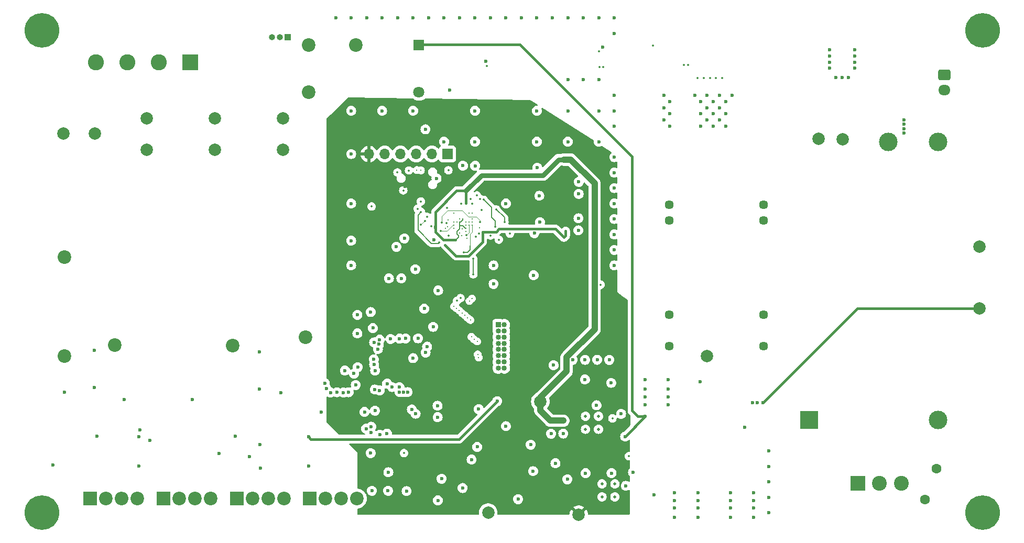
<source format=gbr>
%TF.GenerationSoftware,KiCad,Pcbnew,8.0.1*%
%TF.CreationDate,2024-06-09T19:14:09+02:00*%
%TF.ProjectId,daqIONA,64617149-4f4e-4412-9e6b-696361645f70,rev?*%
%TF.SameCoordinates,Original*%
%TF.FileFunction,Copper,L4,Inr*%
%TF.FilePolarity,Positive*%
%FSLAX46Y46*%
G04 Gerber Fmt 4.6, Leading zero omitted, Abs format (unit mm)*
G04 Created by KiCad (PCBNEW 8.0.1) date 2024-06-09 19:14:09*
%MOMM*%
%LPD*%
G01*
G04 APERTURE LIST*
G04 Aperture macros list*
%AMRoundRect*
0 Rectangle with rounded corners*
0 $1 Rounding radius*
0 $2 $3 $4 $5 $6 $7 $8 $9 X,Y pos of 4 corners*
0 Add a 4 corners polygon primitive as box body*
4,1,4,$2,$3,$4,$5,$6,$7,$8,$9,$2,$3,0*
0 Add four circle primitives for the rounded corners*
1,1,$1+$1,$2,$3*
1,1,$1+$1,$4,$5*
1,1,$1+$1,$6,$7*
1,1,$1+$1,$8,$9*
0 Add four rect primitives between the rounded corners*
20,1,$1+$1,$2,$3,$4,$5,0*
20,1,$1+$1,$4,$5,$6,$7,0*
20,1,$1+$1,$6,$7,$8,$9,0*
20,1,$1+$1,$8,$9,$2,$3,0*%
G04 Aperture macros list end*
%TA.AperFunction,ComponentPad*%
%ADD10C,2.200000*%
%TD*%
%TA.AperFunction,ComponentPad*%
%ADD11R,2.200000X2.200000*%
%TD*%
%TA.AperFunction,ComponentPad*%
%ADD12O,2.200000X2.200000*%
%TD*%
%TA.AperFunction,ComponentPad*%
%ADD13C,2.000000*%
%TD*%
%TA.AperFunction,ComponentPad*%
%ADD14C,5.600000*%
%TD*%
%TA.AperFunction,ComponentPad*%
%ADD15R,2.600000X2.600000*%
%TD*%
%TA.AperFunction,ComponentPad*%
%ADD16C,2.600000*%
%TD*%
%TA.AperFunction,ComponentPad*%
%ADD17C,1.600000*%
%TD*%
%TA.AperFunction,ComponentPad*%
%ADD18R,1.000000X1.000000*%
%TD*%
%TA.AperFunction,ComponentPad*%
%ADD19O,1.000000X1.000000*%
%TD*%
%TA.AperFunction,ComponentPad*%
%ADD20R,3.000000X3.000000*%
%TD*%
%TA.AperFunction,ComponentPad*%
%ADD21C,3.000000*%
%TD*%
%TA.AperFunction,HeatsinkPad*%
%ADD22C,0.500000*%
%TD*%
%TA.AperFunction,ComponentPad*%
%ADD23R,0.850000X0.850000*%
%TD*%
%TA.AperFunction,ComponentPad*%
%ADD24O,0.850000X0.850000*%
%TD*%
%TA.AperFunction,ComponentPad*%
%ADD25RoundRect,0.250000X-0.725000X0.600000X-0.725000X-0.600000X0.725000X-0.600000X0.725000X0.600000X0*%
%TD*%
%TA.AperFunction,ComponentPad*%
%ADD26O,1.950000X1.700000*%
%TD*%
%TA.AperFunction,ComponentPad*%
%ADD27R,1.700000X1.700000*%
%TD*%
%TA.AperFunction,ComponentPad*%
%ADD28O,1.700000X1.700000*%
%TD*%
%TA.AperFunction,ComponentPad*%
%ADD29C,1.447800*%
%TD*%
%TA.AperFunction,ComponentPad*%
%ADD30R,2.400000X2.400000*%
%TD*%
%TA.AperFunction,ComponentPad*%
%ADD31C,2.400000*%
%TD*%
%TA.AperFunction,ComponentPad*%
%ADD32R,1.800000X1.800000*%
%TD*%
%TA.AperFunction,ComponentPad*%
%ADD33C,1.800000*%
%TD*%
%TA.AperFunction,ViaPad*%
%ADD34C,0.600000*%
%TD*%
%TA.AperFunction,ViaPad*%
%ADD35C,0.350000*%
%TD*%
%TA.AperFunction,ViaPad*%
%ADD36C,0.250000*%
%TD*%
%TA.AperFunction,Conductor*%
%ADD37C,0.100000*%
%TD*%
%TA.AperFunction,Conductor*%
%ADD38C,0.400000*%
%TD*%
%TA.AperFunction,Conductor*%
%ADD39C,0.200000*%
%TD*%
%TA.AperFunction,Conductor*%
%ADD40C,0.800000*%
%TD*%
%TA.AperFunction,Conductor*%
%ADD41C,1.000000*%
%TD*%
G04 APERTURE END LIST*
D10*
%TO.N,/(2) Front End/L2_LV*%
%TO.C,TP8*%
X95440000Y-133200000D03*
%TD*%
D11*
%TO.N,/(2) Front End/Ext5V*%
%TO.C,J4*%
X72400000Y-157900000D03*
D10*
%TO.N,Net-(J4-Pin_2)*%
X74940000Y-157900000D03*
D12*
%TO.N,GND3*%
X77480000Y-157900000D03*
D10*
%TO.N,PE*%
X80020000Y-157900000D03*
%TD*%
D13*
%TO.N,+1V1*%
%TO.C,TP4*%
X145160000Y-142220000D03*
%TD*%
D14*
%TO.N,PE*%
%TO.C,H4*%
X216600000Y-82200000D03*
%TD*%
D10*
%TO.N,/(2) Front End/L3_LV*%
%TO.C,TP9*%
X76440000Y-133100000D03*
%TD*%
D13*
%TO.N,/(2) Front End/L3*%
%TO.C,F4*%
X81540000Y-96460000D03*
%TO.N,Net-(C25-Pad1)*%
X81540000Y-101540000D03*
%TD*%
%TO.N,Net-(F5-Pad1)*%
%TO.C,F5*%
X68100000Y-98900000D03*
%TO.N,/(2) Front End/N*%
X73180000Y-98900000D03*
%TD*%
%TO.N,+3V3*%
%TO.C,TP6*%
X151350000Y-160520000D03*
%TD*%
D11*
%TO.N,/(2) Front End/Ext5V*%
%TO.C,J6*%
X84285000Y-157900000D03*
D10*
%TO.N,Net-(J6-Pin_2)*%
X86825000Y-157900000D03*
%TO.N,GND3*%
X89365000Y-157900000D03*
%TO.N,PE*%
X91905000Y-157900000D03*
%TD*%
D14*
%TO.N,PE*%
%TO.C,H3*%
X216600000Y-160200000D03*
%TD*%
D10*
%TO.N,/(2) Front End/L1_LV*%
%TO.C,TP7*%
X107250000Y-131800000D03*
%TD*%
D15*
%TO.N,/(2) Front End/L1*%
%TO.C,J3*%
X88560000Y-87360000D03*
D16*
%TO.N,/(2) Front End/L2*%
X83480000Y-87360000D03*
%TO.N,/(2) Front End/L3*%
X78400000Y-87360000D03*
%TO.N,/(2) Front End/N*%
X73320000Y-87360000D03*
%TD*%
D13*
%TO.N,/(2) Front End/L2*%
%TO.C,F3*%
X92540000Y-96460000D03*
%TO.N,Net-(C23-Pad1)*%
X92540000Y-101540000D03*
%TD*%
D14*
%TO.N,PE*%
%TO.C,H2*%
X64600000Y-82200000D03*
%TD*%
D17*
%TO.N,Net-(J1-Pin_3)*%
%TO.C,RV1*%
X207337500Y-158080000D03*
%TO.N,Net-(U1-AC{slash}L)*%
X209137500Y-153080000D03*
%TD*%
D18*
%TO.N,Net-(J5-Pin_1)*%
%TO.C,J5*%
X104300000Y-83300000D03*
D19*
%TO.N,Net-(J5-Pin_2)*%
X103030000Y-83300000D03*
%TO.N,Net-(J5-Pin_3)*%
X101760000Y-83300000D03*
%TD*%
D20*
%TO.N,Net-(U1-AC{slash}L)*%
%TO.C,U1*%
X188587500Y-145230000D03*
D21*
%TO.N,Net-(J1-Pin_3)*%
X209387500Y-145230000D03*
%TO.N,GND2*%
X209387500Y-100230000D03*
%TO.N,/(1) Power Supply/5V_PSU*%
X201387500Y-100230000D03*
%TD*%
D22*
%TO.N,GND3*%
%TO.C,U4*%
X155110000Y-157630000D03*
X157210000Y-157630000D03*
X155110000Y-155530000D03*
X157210000Y-155530000D03*
%TD*%
D23*
%TO.N,DOUT0*%
%TO.C,J13*%
X138350000Y-129800000D03*
D24*
%TO.N,DCLK*%
X139350000Y-129800000D03*
%TO.N,DOUT1*%
X138350000Y-130800000D03*
%TO.N,~{DRDY}*%
X139350000Y-130800000D03*
%TO.N,DOUT2*%
X138350000Y-131800000D03*
%TO.N,GND3*%
X139350000Y-131800000D03*
%TO.N,DOUT3*%
X138350000Y-132800000D03*
%TO.N,SCLK*%
X139350000Y-132800000D03*
%TO.N,DOUT4*%
X138350000Y-133800000D03*
%TO.N,~{SCS}*%
X139350000Y-133800000D03*
%TO.N,DOUT5*%
X138350000Y-134800000D03*
%TO.N,SDI*%
X139350000Y-134800000D03*
%TO.N,DOUT6*%
X138350000Y-135800000D03*
%TO.N,SDO*%
X139350000Y-135800000D03*
%TO.N,DOUT7*%
X138350000Y-136800000D03*
%TO.N,GND3*%
X139350000Y-136800000D03*
%TD*%
D10*
%TO.N,GNDS*%
%TO.C,TP11*%
X68240000Y-134900000D03*
%TD*%
%TO.N,/(2) Front End/N_LV*%
%TO.C,TP10*%
X68240000Y-118900000D03*
%TD*%
D13*
%TO.N,GND*%
%TO.C,C6*%
X216100000Y-117160000D03*
%TO.N,GND3*%
X216100000Y-127160000D03*
%TD*%
D11*
%TO.N,/(2) Front End/Ext5V*%
%TO.C,J7*%
X96100000Y-157900000D03*
D10*
%TO.N,Net-(J7-Pin_2)*%
X98640000Y-157900000D03*
%TO.N,GND3*%
X101180000Y-157900000D03*
%TO.N,PE*%
X103720000Y-157900000D03*
%TD*%
D25*
%TO.N,GND*%
%TO.C,J2*%
X210420000Y-89380000D03*
D26*
%TO.N,/(1) Power Supply/5V_PSU*%
X210420000Y-91880000D03*
%TD*%
D14*
%TO.N,PE*%
%TO.C,H1*%
X64600000Y-160200000D03*
%TD*%
D13*
%TO.N,/(2) Front End/L1*%
%TO.C,F2*%
X103540000Y-96460000D03*
%TO.N,Net-(C21-Pad1)*%
X103540000Y-101540000D03*
%TD*%
%TO.N,GND3*%
%TO.C,TP5*%
X136730000Y-160180000D03*
%TD*%
D27*
%TO.N,GND3*%
%TO.C,J9*%
X130180000Y-102200000D03*
D28*
%TO.N,/(4) FPGA/FPGA_TMS*%
X127640000Y-102200000D03*
%TO.N,/(4) FPGA/FPGA_TDO*%
X125100000Y-102200000D03*
%TO.N,/(4) FPGA/FPGA_TDI*%
X122560000Y-102200000D03*
%TO.N,/(4) FPGA/FPGA_TCK*%
X120020000Y-102200000D03*
%TO.N,+3V3*%
X117480000Y-102200000D03*
%TD*%
D22*
%TO.N,GND3*%
%TO.C,U3*%
X152465000Y-146690000D03*
X154565000Y-146690000D03*
X152465000Y-144590000D03*
X154565000Y-144590000D03*
%TD*%
D29*
%TO.N,GND*%
%TO.C,U2*%
X165960000Y-110419601D03*
X165960000Y-112959601D03*
%TO.N,N/C*%
X165960000Y-128199601D03*
X165960000Y-133279601D03*
%TO.N,Net-(JP3-A)*%
X181200000Y-133279601D03*
%TO.N,Net-(JP4-A)*%
X181200000Y-128199601D03*
%TO.N,+5V*%
X181200000Y-112959601D03*
X181200000Y-110419601D03*
%TD*%
D11*
%TO.N,/(2) Front End/Ext5V*%
%TO.C,J8*%
X107900000Y-157900000D03*
D10*
%TO.N,Net-(J8-Pin_2)*%
X110440000Y-157900000D03*
%TO.N,GND3*%
X112980000Y-157900000D03*
%TO.N,PE*%
X115520000Y-157900000D03*
%TD*%
D30*
%TO.N,Net-(J1-Pin_1)*%
%TO.C,J1*%
X196470000Y-155430000D03*
D31*
%TO.N,PE*%
X199970000Y-155430000D03*
%TO.N,Net-(J1-Pin_3)*%
X203470000Y-155430000D03*
%TD*%
D10*
%TO.N,Net-(J5-Pin_2)*%
%TO.C,K1*%
X115387500Y-84542500D03*
%TO.N,Net-(J5-Pin_3)*%
X107767500Y-92162500D03*
%TO.N,Net-(J5-Pin_1)*%
X107767500Y-84542500D03*
D32*
%TO.N,+5VA*%
X125547500Y-84542500D03*
D33*
%TO.N,Net-(D7-A)*%
X125547500Y-92162500D03*
%TD*%
D13*
%TO.N,GND*%
%TO.C,TP2*%
X190087500Y-99730000D03*
%TD*%
%TO.N,Net-(D2-A)*%
%TO.C,TP3*%
X172100000Y-134880000D03*
%TD*%
%TO.N,Net-(D1-A)*%
%TO.C,TP1*%
X193987500Y-99780000D03*
%TD*%
D34*
%TO.N,GND3*%
X156600000Y-139200000D03*
X147600000Y-152200000D03*
X143600000Y-149200000D03*
X139600000Y-146200000D03*
X132600000Y-156200000D03*
X128600000Y-158200000D03*
X113600000Y-137200000D03*
X115600000Y-131200000D03*
X115600000Y-128200000D03*
X114600000Y-120200000D03*
X114600000Y-116200000D03*
X114600000Y-110200000D03*
X114600000Y-102200000D03*
X126600000Y-98200000D03*
X137600000Y-120200000D03*
X137600000Y-123200000D03*
X124600000Y-135200000D03*
X139600000Y-110200000D03*
X149600000Y-100200000D03*
X144600000Y-100200000D03*
X144600000Y-95200000D03*
X134600000Y-95200000D03*
X134600000Y-100200000D03*
X129600000Y-100200000D03*
X124600000Y-95200000D03*
X119600000Y-95200000D03*
X114600000Y-95200000D03*
X154600000Y-100200000D03*
X154600000Y-95200000D03*
X149600000Y-95200000D03*
X149600000Y-90200000D03*
X152100000Y-90200000D03*
X154600000Y-90200000D03*
X182100000Y-150200000D03*
X182100000Y-152700000D03*
X182100000Y-157700000D03*
X182100000Y-155200000D03*
X182100000Y-160200000D03*
X157100000Y-120200000D03*
X157100000Y-117700000D03*
X157100000Y-115200000D03*
X157100000Y-112700000D03*
X157100000Y-110200000D03*
X157100000Y-107700000D03*
X157100000Y-105200000D03*
X157100000Y-102700000D03*
X157100000Y-97700000D03*
X157100000Y-95200000D03*
X157100000Y-92700000D03*
X157100000Y-82700000D03*
X157100000Y-80200000D03*
X112100000Y-80200000D03*
X114600000Y-80200000D03*
X117100000Y-80200000D03*
X119600000Y-80200000D03*
X122100000Y-80200000D03*
X124600000Y-80200000D03*
X127100000Y-80200000D03*
X132100000Y-80200000D03*
X129600000Y-80200000D03*
X134600000Y-80200000D03*
X137100000Y-80200000D03*
X142100000Y-80200000D03*
X139600000Y-80200000D03*
X144600000Y-80200000D03*
X149600000Y-80200000D03*
X147100000Y-80200000D03*
X152100000Y-80200000D03*
X154600000Y-80200000D03*
D35*
%TO.N,GND*%
X172545000Y-89880000D03*
D34*
X171100000Y-97700000D03*
X195920000Y-85330000D03*
X175100000Y-93700000D03*
D35*
X171545000Y-89880000D03*
D34*
X195920000Y-87330000D03*
X192920000Y-89830000D03*
X166100000Y-95700000D03*
X172100000Y-94700000D03*
X191920000Y-88330000D03*
D35*
X170545000Y-89880000D03*
D34*
X191920000Y-86330000D03*
X174100000Y-92700000D03*
X174100000Y-94700000D03*
X176100000Y-92700000D03*
X166100000Y-93700000D03*
X195920000Y-86330000D03*
X165100000Y-92700000D03*
X174100000Y-96700000D03*
X175100000Y-97700000D03*
X173100000Y-95700000D03*
X165100000Y-94700000D03*
D35*
X174545000Y-89880000D03*
D34*
X166100000Y-97700000D03*
X173100000Y-93700000D03*
X175100000Y-95700000D03*
X171100000Y-95700000D03*
X173100000Y-97700000D03*
X193920000Y-89830000D03*
X170100000Y-92700000D03*
X172100000Y-92700000D03*
X195920000Y-88330000D03*
D35*
X169060000Y-87800000D03*
X168330000Y-87760000D03*
D34*
X191920000Y-85330000D03*
X172100000Y-96700000D03*
X194920000Y-89830000D03*
X171100000Y-93700000D03*
D35*
X163340000Y-84640000D03*
X173545000Y-89880000D03*
D34*
X191920000Y-87330000D03*
X165100000Y-96700000D03*
%TO.N,Net-(D2-A)*%
X170950000Y-139000000D03*
%TO.N,GND3*%
X119200000Y-140420000D03*
X175850000Y-156950000D03*
X136340000Y-87190000D03*
X66450000Y-152450000D03*
X166850000Y-159450000D03*
D36*
X133322284Y-115840455D03*
D34*
X118300000Y-132650000D03*
X144075000Y-121797500D03*
X123062500Y-140700000D03*
X99790000Y-134200000D03*
X119200000Y-132200000D03*
X165850000Y-142700000D03*
X179440000Y-142430000D03*
X175850000Y-158200000D03*
X181100000Y-142430000D03*
X151290000Y-114530000D03*
X118410000Y-140270000D03*
D35*
X130300000Y-104810000D03*
D34*
X162100000Y-141450000D03*
X178210000Y-146420000D03*
X152380000Y-135470000D03*
X165850000Y-141450000D03*
X95900000Y-147850000D03*
X68250000Y-140700000D03*
X110340000Y-139240000D03*
X160130000Y-153680000D03*
X127950000Y-116030000D03*
D36*
X133650000Y-111720000D03*
D35*
X127567021Y-113860000D03*
D34*
X130500000Y-91830000D03*
X135200000Y-143450000D03*
X179600000Y-159450000D03*
X114190000Y-140710000D03*
X141560000Y-158000000D03*
X121900000Y-117200000D03*
X151320000Y-112590000D03*
D35*
X154739997Y-88090000D03*
D34*
X127840000Y-130140000D03*
X123390045Y-132009955D03*
X119067718Y-132956806D03*
X118100000Y-130330000D03*
X120962500Y-132100000D03*
X132650000Y-104080000D03*
X144190000Y-114990000D03*
X122412500Y-132050000D03*
X118440000Y-143690000D03*
D36*
X132150000Y-112720000D03*
D34*
X126400000Y-127200000D03*
D35*
X130335000Y-115427191D03*
D34*
X80300000Y-152680000D03*
X121200000Y-139870000D03*
X123190000Y-115840000D03*
X179600000Y-156950000D03*
X154235000Y-142820000D03*
X166850000Y-160950000D03*
X156660000Y-153790000D03*
X162100000Y-138700000D03*
X116750000Y-143900000D03*
X118462500Y-137200000D03*
X151350000Y-108650000D03*
X154340000Y-135460000D03*
X122700000Y-122300000D03*
X175850000Y-160950000D03*
X179600000Y-158200000D03*
X134950000Y-149550000D03*
X98200000Y-151150000D03*
X148860000Y-147400000D03*
X162100000Y-140200000D03*
X120700000Y-122300000D03*
D36*
X132094841Y-114990044D03*
D34*
X175850000Y-159450000D03*
X115330000Y-139550000D03*
D35*
X154901250Y-123320000D03*
D34*
X123712500Y-140700000D03*
X179600000Y-160950000D03*
X73090000Y-133962500D03*
X166850000Y-158200000D03*
X145100000Y-113210000D03*
X163500000Y-157340000D03*
X109750000Y-143900000D03*
X117840000Y-146280000D03*
X156290000Y-135480000D03*
X170600000Y-158200000D03*
X129212500Y-154700000D03*
D35*
X132360000Y-110240000D03*
D34*
X162100000Y-142700000D03*
X170600000Y-159450000D03*
X152470000Y-153810000D03*
X117750000Y-127750000D03*
X158200000Y-144210000D03*
X149530000Y-154790000D03*
X165850000Y-138700000D03*
X180230000Y-142430000D03*
X134620000Y-104090000D03*
X170600000Y-160950000D03*
X145000000Y-108940000D03*
X144650000Y-104410000D03*
X107700000Y-152680000D03*
X155248750Y-84950000D03*
D36*
X129798332Y-114212858D03*
D34*
X170600000Y-156950000D03*
X166850000Y-156950000D03*
X152375000Y-138650000D03*
D35*
X134701455Y-115579007D03*
D34*
X150390000Y-135470000D03*
X128650000Y-124256250D03*
X120600000Y-153650000D03*
X151370000Y-106690000D03*
X118250000Y-135400000D03*
X122412500Y-140700000D03*
X120362500Y-147400000D03*
X112300000Y-140710000D03*
X147290000Y-136340000D03*
D36*
X131150000Y-111720000D03*
D34*
X146890000Y-147420000D03*
X126860000Y-133340000D03*
X165850000Y-140200000D03*
X128385000Y-106127024D03*
%TO.N,+5VA*%
X73552500Y-147850000D03*
X80300000Y-147920000D03*
X162120000Y-144620000D03*
X93250000Y-150625000D03*
X107700000Y-147920000D03*
X99790000Y-140200000D03*
X99825000Y-149200000D03*
X158855000Y-147885000D03*
X73090000Y-139962500D03*
X138180000Y-142150000D03*
D36*
%TO.N,+1V1*%
X131971359Y-115424984D03*
D34*
X133130000Y-108130000D03*
D35*
X133150000Y-110150000D03*
D36*
X132150000Y-113220000D03*
D34*
X128220000Y-114060000D03*
X146900000Y-145310000D03*
D36*
X133150000Y-114220000D03*
D34*
X148850000Y-145310000D03*
D36*
X132650000Y-112720000D03*
D34*
X148990000Y-103090000D03*
D35*
%TO.N,+3V3*%
X135260000Y-115020000D03*
D34*
X115800000Y-124150000D03*
X126840000Y-146660000D03*
X156290000Y-137567500D03*
D35*
X128620000Y-109480000D03*
D34*
X142700000Y-112340000D03*
X142900000Y-115340000D03*
D35*
X148391250Y-131232500D03*
X130050000Y-110910000D03*
D34*
X116450000Y-109400000D03*
X147380000Y-137660000D03*
D35*
X129960000Y-113330000D03*
D34*
X126430000Y-149860000D03*
X123275000Y-107450000D03*
X142730000Y-108430000D03*
X151510000Y-156900000D03*
X155050000Y-150150000D03*
X152370000Y-137567500D03*
D36*
X134150000Y-111720000D03*
D34*
X149540000Y-156920000D03*
D36*
X131150000Y-114210000D03*
D34*
X142110000Y-104230000D03*
D35*
X135990000Y-117960000D03*
D34*
X153940000Y-158290000D03*
X140962500Y-121700000D03*
%TO.N,VREF*%
X128562500Y-144750000D03*
X122395837Y-139900171D03*
%TO.N,AVDD*%
X128550000Y-142900000D03*
X115050000Y-137700000D03*
X120400000Y-139320000D03*
X113350000Y-140750000D03*
%TO.N,GNDS*%
X77950000Y-141850000D03*
X88950000Y-141850000D03*
X103260000Y-140750000D03*
%TO.N,IODD*%
X117750000Y-150550000D03*
X117021638Y-146600000D03*
X125400000Y-131994933D03*
X115650000Y-136650000D03*
X119209648Y-147600000D03*
X124962500Y-120825000D03*
D35*
X123120000Y-150550000D03*
D34*
%TO.N,Net-(U11-REGCAPB)*%
X111250000Y-140750000D03*
X118918299Y-133742731D03*
%TO.N,/(2) Front End/Ext5V*%
X99950000Y-153000000D03*
D35*
%TO.N,/(4) FPGA/VCCA*%
X129760000Y-116890000D03*
X149240000Y-114630000D03*
X149240000Y-115080000D03*
%TO.N,/(4) FPGA/FPGA_TMS*%
X123929124Y-104850876D03*
D36*
X131150000Y-113220000D03*
%TO.N,/(4) FPGA/FPGA_TCK*%
X131660000Y-113220000D03*
X125207322Y-104788364D03*
%TO.N,/(4) FPGA/FPGA_TDI*%
X130140000Y-113920000D03*
D35*
X122070000Y-105170000D03*
X123010979Y-108071226D03*
D36*
%TO.N,/(4) FPGA/FPGA_TDO*%
X125860000Y-104840000D03*
X130219834Y-112820166D03*
D35*
X126880000Y-112360000D03*
X125870000Y-109870000D03*
D36*
%TO.N,SCLK*%
X133700000Y-125975000D03*
X134150000Y-113220000D03*
D35*
X137840000Y-113980000D03*
X136485000Y-87955000D03*
X136035000Y-109590000D03*
X125341041Y-111035000D03*
D36*
X132566817Y-114303008D03*
D34*
%TO.N,I2_sense*%
X117762500Y-147200000D03*
X82100000Y-148500000D03*
%TO.N,I1_sense*%
X80500000Y-146800000D03*
X110600000Y-140100000D03*
%TO.N,Net-(JP14-C)*%
X118303215Y-136198231D03*
X117950000Y-156650000D03*
%TO.N,/(3) ADC/MODE0*%
X124400000Y-143500000D03*
X120550000Y-156650000D03*
%TO.N,Net-(U11-~{RESET})*%
X134050000Y-151600000D03*
X126620000Y-134300000D03*
%TO.N,/(3) ADC/MODE1*%
X123550000Y-156700000D03*
X125000000Y-144185997D03*
%TO.N,/(1) Power Supply/PG*%
X158971416Y-155850559D03*
X143990000Y-153480000D03*
D35*
%TO.N,/(1) Power Supply/PWR_EN*%
X159440000Y-151050000D03*
X156800000Y-144940000D03*
D36*
%TO.N,Net-(U13C-GPIOL_21_NSTATUS)*%
X131150000Y-113720000D03*
D35*
X129070000Y-114617198D03*
D36*
%TO.N,DOUT5*%
X134025000Y-131750000D03*
%TO.N,DCLK*%
X131625000Y-127150000D03*
D35*
X131673932Y-125925000D03*
D36*
X132420000Y-115390000D03*
D35*
%TO.N,SDO*%
X132800000Y-118110000D03*
D36*
X134150000Y-113720000D03*
X135050000Y-134600000D03*
%TO.N,DOUT2*%
X132950000Y-128250000D03*
%TO.N,DOUT0*%
X132050000Y-127500000D03*
D35*
X132250000Y-125470000D03*
X137100165Y-115369835D03*
D36*
%TO.N,~{DRDY}*%
X131200000Y-126850000D03*
X133167253Y-113702747D03*
%TO.N,DOUT1*%
X133150000Y-113220000D03*
X132500000Y-127900000D03*
%TO.N,DOUT3*%
X133400000Y-128700000D03*
%TO.N,DOUT4*%
X133850000Y-129050000D03*
D35*
%TO.N,~{SCS}*%
X134350000Y-121650000D03*
X134339124Y-119149124D03*
D36*
X134125000Y-125550000D03*
X133150000Y-114720000D03*
D35*
%TO.N,SDI*%
X128830000Y-116510000D03*
X125888021Y-111581979D03*
D36*
X135200000Y-135100000D03*
X133650000Y-113220000D03*
%TO.N,DOUT7*%
X134950000Y-132500000D03*
%TO.N,DOUT6*%
X134450000Y-132150000D03*
D35*
%TO.N,/(4) FPGA/FPGA_SS*%
X135400000Y-113210000D03*
X126521041Y-113010000D03*
X129240000Y-113260000D03*
X125870000Y-113640000D03*
X117900000Y-110690000D03*
%TO.N,/(4) FPGA/FPGA~{LD1}*%
X134150000Y-110200000D03*
X135400000Y-109440000D03*
%TO.N,/(4) FPGA/FPGA~{LD2}*%
X133853149Y-109435000D03*
X134930000Y-108900000D03*
%TO.N,/(4) FPGA/CDONE*%
X139360000Y-113205000D03*
D36*
X134150000Y-112720000D03*
D35*
X135710000Y-111230000D03*
X138050000Y-111160000D03*
D34*
%TO.N,Net-(JP1-B)*%
X203937500Y-97380000D03*
X203937500Y-98080000D03*
X203937500Y-98780000D03*
X203937500Y-96680000D03*
D35*
%TO.N,/(4) FPGA/MOSI*%
X155290000Y-88090000D03*
X133255000Y-115345000D03*
D36*
X133650000Y-113720000D03*
D35*
%TO.N,/(4) FPGA/CS*%
X140250000Y-115080000D03*
X138445000Y-116030000D03*
%TO.N,/(4) FPGA/MISO*%
X154640000Y-85550000D03*
D36*
X135295000Y-114095000D03*
%TD*%
D37*
%TO.N,/(4) FPGA/FPGA_SS*%
X135400000Y-112939669D02*
X135400000Y-113210000D01*
X134805331Y-112345000D02*
X135400000Y-112939669D01*
X133525000Y-112345000D02*
X134805331Y-112345000D01*
X130165000Y-111345000D02*
X132525000Y-111345000D01*
X129240000Y-112270000D02*
X130165000Y-111345000D01*
X132525000Y-111345000D02*
X133525000Y-112345000D01*
X129240000Y-113260000D02*
X129240000Y-112270000D01*
D38*
%TO.N,GND3*%
X196370000Y-127160000D02*
X181100000Y-142430000D01*
X216100000Y-127160000D02*
X196370000Y-127160000D01*
%TO.N,+5VA*%
X159950000Y-143640000D02*
X159950000Y-102580000D01*
X162120000Y-144620000D02*
X160930000Y-144620000D01*
X132030000Y-148300000D02*
X138180000Y-142150000D01*
X108080000Y-148300000D02*
X132030000Y-148300000D01*
X162120000Y-144620000D02*
X158855000Y-147885000D01*
X125570000Y-84520000D02*
X125547500Y-84542500D01*
X107700000Y-147920000D02*
X108080000Y-148300000D01*
X141890000Y-84520000D02*
X125570000Y-84520000D01*
X159950000Y-102580000D02*
X141890000Y-84520000D01*
X160930000Y-144620000D02*
X159950000Y-143640000D01*
D39*
%TO.N,+1V1*%
X131971359Y-115638641D02*
X131971359Y-115424984D01*
D40*
X148990000Y-103090000D02*
X148120000Y-103090000D01*
D39*
X132650000Y-112720000D02*
X132650000Y-112821041D01*
D38*
X131630000Y-108130000D02*
X133130000Y-108130000D01*
D39*
X131928740Y-115424984D02*
X131971359Y-115424984D01*
D40*
X145580000Y-105630000D02*
X135630000Y-105630000D01*
D41*
X145160000Y-142220000D02*
X145160000Y-143690000D01*
D39*
X132251041Y-113220000D02*
X132150000Y-113220000D01*
X132141586Y-113790000D02*
X132141586Y-113294949D01*
X132150000Y-113220000D02*
X132150000Y-113286535D01*
D38*
X128220000Y-111540000D02*
X131630000Y-108130000D01*
D39*
X132141586Y-113294949D02*
X132141586Y-114248414D01*
D38*
X131395000Y-116095000D02*
X129516050Y-116095000D01*
D39*
X131669841Y-115166085D02*
X131928740Y-115424984D01*
X131669841Y-114720159D02*
X131669841Y-115166085D01*
D41*
X149390000Y-137330000D02*
X149390000Y-135055786D01*
D38*
X133150000Y-108150000D02*
X133150000Y-110150000D01*
D39*
X132650000Y-112821041D02*
X132251041Y-113220000D01*
D41*
X145160000Y-142220000D02*
X145160000Y-141560000D01*
D39*
X131400000Y-116100000D02*
X131510000Y-116100000D01*
D38*
X128220000Y-114060000D02*
X128220000Y-111540000D01*
X129516050Y-116095000D02*
X128220000Y-114798950D01*
X131400000Y-116100000D02*
X131395000Y-116095000D01*
D39*
X133083465Y-114220000D02*
X132653465Y-113790000D01*
D41*
X153920000Y-106950000D02*
X150060000Y-103090000D01*
D39*
X132141586Y-114248414D02*
X131669841Y-114720159D01*
D40*
X148120000Y-103090000D02*
X145580000Y-105630000D01*
D41*
X153920000Y-130525786D02*
X153920000Y-106950000D01*
D39*
X132653465Y-113790000D02*
X132141586Y-113790000D01*
D41*
X150060000Y-103090000D02*
X148990000Y-103090000D01*
D39*
X133150000Y-114220000D02*
X133083465Y-114220000D01*
D41*
X149390000Y-135055786D02*
X153920000Y-130525786D01*
X145160000Y-143690000D02*
X146780000Y-145310000D01*
D39*
X131510000Y-116100000D02*
X131971359Y-115638641D01*
X132150000Y-113286535D02*
X132141586Y-113294949D01*
D38*
X128220000Y-114798950D02*
X128220000Y-114060000D01*
D40*
X135630000Y-105630000D02*
X133130000Y-108130000D01*
D41*
X148850000Y-145310000D02*
X146900000Y-145310000D01*
X146780000Y-145310000D02*
X148850000Y-145310000D01*
X145160000Y-141560000D02*
X149390000Y-137330000D01*
D39*
X133130000Y-108130000D02*
X133150000Y-108150000D01*
D38*
%TO.N,/(4) FPGA/VCCA*%
X137998173Y-114781827D02*
X138490000Y-114290000D01*
X149240000Y-115390000D02*
X149240000Y-115080000D01*
X138490000Y-114290000D02*
X147580000Y-114290000D01*
X148960000Y-115670000D02*
X149240000Y-115390000D01*
X133522106Y-118685000D02*
X135835000Y-116372106D01*
X135835000Y-116372106D02*
X135835000Y-114781827D01*
X149240000Y-114630000D02*
X149240000Y-115080000D01*
X135835000Y-114781827D02*
X137998173Y-114781827D01*
X131555000Y-118685000D02*
X133522106Y-118685000D01*
X147580000Y-114290000D02*
X148960000Y-115670000D01*
X129760000Y-116890000D02*
X131555000Y-118685000D01*
D39*
%TO.N,SCLK*%
X137270000Y-112450000D02*
X137840000Y-113020000D01*
X137840000Y-113020000D02*
X137840000Y-113980000D01*
X137270000Y-110825000D02*
X137270000Y-112450000D01*
X136035000Y-109590000D02*
X137270000Y-110825000D01*
D37*
%TO.N,Net-(U13C-GPIOL_21_NSTATUS)*%
X131008579Y-113720000D02*
X131150000Y-113720000D01*
X130111381Y-114617198D02*
X131008579Y-113720000D01*
X129070000Y-114617198D02*
X130111381Y-114617198D01*
%TO.N,SDO*%
X133821201Y-115168468D02*
X134150000Y-114839669D01*
X133821201Y-116970000D02*
X133821201Y-115168468D01*
X134150000Y-114839669D02*
X134150000Y-113720000D01*
D39*
X133821201Y-117678799D02*
X133390000Y-118110000D01*
X133821201Y-116970000D02*
X133821201Y-117678799D01*
X133390000Y-118110000D02*
X132800000Y-118110000D01*
%TO.N,~{SCS}*%
X134100000Y-125575000D02*
X134125000Y-125550000D01*
X134350000Y-119160000D02*
X134339124Y-119149124D01*
X134350000Y-121650000D02*
X134350000Y-119160000D01*
%TO.N,SDI*%
X125395000Y-114495000D02*
X125395000Y-112075000D01*
X127530000Y-116630000D02*
X125395000Y-114495000D01*
X125395000Y-112075000D02*
X125888021Y-111581979D01*
X128710000Y-116630000D02*
X127530000Y-116630000D01*
X128830000Y-116510000D02*
X128710000Y-116630000D01*
D37*
%TO.N,/(4) FPGA/FPGA_SS*%
X126500000Y-113010000D02*
X126521041Y-113010000D01*
X126300000Y-113210000D02*
X126500000Y-113010000D01*
X126300000Y-113210000D02*
X125870000Y-113640000D01*
D39*
%TO.N,/(4) FPGA/CDONE*%
X139360000Y-112470000D02*
X138050000Y-111160000D01*
X139360000Y-113205000D02*
X139360000Y-112470000D01*
D37*
%TO.N,/(4) FPGA/MOSI*%
X133255000Y-115345000D02*
X133255000Y-115310405D01*
X133650000Y-114915405D02*
X133650000Y-113720000D01*
X133255000Y-115310405D02*
X133650000Y-114915405D01*
%TD*%
%TA.AperFunction,Conductor*%
%TO.N,+3V3*%
G36*
X124563341Y-93202855D02*
G01*
X124630062Y-93223583D01*
X124637565Y-93228986D01*
X124778865Y-93338964D01*
X124778871Y-93338968D01*
X124778874Y-93338970D01*
X124982997Y-93449436D01*
X125087663Y-93485368D01*
X125202515Y-93524797D01*
X125202517Y-93524797D01*
X125202519Y-93524798D01*
X125431451Y-93563000D01*
X125431452Y-93563000D01*
X125663548Y-93563000D01*
X125663549Y-93563000D01*
X125892481Y-93524798D01*
X126112003Y-93449436D01*
X126316126Y-93338970D01*
X126418661Y-93259163D01*
X126483652Y-93233522D01*
X126496739Y-93233033D01*
X143564637Y-93499448D01*
X143629750Y-93519125D01*
X144639763Y-94168419D01*
X144685511Y-94221229D01*
X144695444Y-94290389D01*
X144666411Y-94353941D01*
X144607627Y-94391707D01*
X144586592Y-94395945D01*
X144420750Y-94414630D01*
X144420745Y-94414631D01*
X144250476Y-94474211D01*
X144097737Y-94570184D01*
X143970184Y-94697737D01*
X143874211Y-94850476D01*
X143814631Y-95020745D01*
X143814630Y-95020750D01*
X143794435Y-95199996D01*
X143794435Y-95200003D01*
X143814630Y-95379249D01*
X143814631Y-95379254D01*
X143874211Y-95549523D01*
X143970184Y-95702262D01*
X144097738Y-95829816D01*
X144250478Y-95925789D01*
X144305806Y-95945149D01*
X144420745Y-95985368D01*
X144420750Y-95985369D01*
X144599996Y-96005565D01*
X144600000Y-96005565D01*
X144600004Y-96005565D01*
X144779249Y-95985369D01*
X144779252Y-95985368D01*
X144779255Y-95985368D01*
X144949522Y-95925789D01*
X145102262Y-95829816D01*
X145229816Y-95702262D01*
X145325789Y-95549522D01*
X145385368Y-95379255D01*
X145405565Y-95200000D01*
X145385368Y-95020745D01*
X145385367Y-95020743D01*
X145385366Y-95020737D01*
X145335977Y-94879593D01*
X145332415Y-94809814D01*
X145367143Y-94749187D01*
X145429136Y-94716959D01*
X145498712Y-94723364D01*
X145520072Y-94734332D01*
X153745029Y-100021804D01*
X153790777Y-100074614D01*
X153801195Y-100139992D01*
X153794435Y-100199995D01*
X153794435Y-100200003D01*
X153814630Y-100379249D01*
X153814631Y-100379254D01*
X153874211Y-100549523D01*
X153874212Y-100549524D01*
X153970184Y-100702262D01*
X154097738Y-100829816D01*
X154160678Y-100869364D01*
X154219308Y-100906204D01*
X154250478Y-100925789D01*
X154333807Y-100954947D01*
X154420745Y-100985368D01*
X154420750Y-100985369D01*
X154599996Y-101005565D01*
X154600000Y-101005565D01*
X154600004Y-101005565D01*
X154779249Y-100985369D01*
X154779252Y-100985368D01*
X154779255Y-100985368D01*
X154949522Y-100925789D01*
X154984794Y-100903625D01*
X155052030Y-100884625D01*
X155117819Y-100904312D01*
X156602361Y-101858661D01*
X156648108Y-101911469D01*
X156658041Y-101980629D01*
X156629008Y-102044181D01*
X156601286Y-102067954D01*
X156597740Y-102070181D01*
X156470184Y-102197737D01*
X156374211Y-102350476D01*
X156314631Y-102520745D01*
X156314630Y-102520750D01*
X156294435Y-102699996D01*
X156294435Y-102700003D01*
X156314630Y-102879249D01*
X156314631Y-102879254D01*
X156374211Y-103049523D01*
X156387959Y-103071402D01*
X156470184Y-103202262D01*
X156597738Y-103329816D01*
X156750478Y-103425789D01*
X156886625Y-103473429D01*
X156920745Y-103485368D01*
X156920750Y-103485369D01*
X157099996Y-103505565D01*
X157100000Y-103505565D01*
X157100004Y-103505565D01*
X157279249Y-103485369D01*
X157279251Y-103485368D01*
X157279255Y-103485368D01*
X157279258Y-103485366D01*
X157279262Y-103485366D01*
X157434568Y-103431022D01*
X157504347Y-103427460D01*
X157564974Y-103462188D01*
X157597202Y-103524182D01*
X157599523Y-103548119D01*
X157599157Y-104351864D01*
X157579442Y-104418895D01*
X157526617Y-104464626D01*
X157457454Y-104474538D01*
X157434203Y-104468850D01*
X157279257Y-104414632D01*
X157279249Y-104414630D01*
X157100004Y-104394435D01*
X157099996Y-104394435D01*
X156920750Y-104414630D01*
X156920745Y-104414631D01*
X156750476Y-104474211D01*
X156597737Y-104570184D01*
X156470184Y-104697737D01*
X156374211Y-104850476D01*
X156314631Y-105020745D01*
X156314630Y-105020750D01*
X156294435Y-105199996D01*
X156294435Y-105200003D01*
X156314630Y-105379249D01*
X156314631Y-105379254D01*
X156374211Y-105549523D01*
X156466251Y-105696002D01*
X156470184Y-105702262D01*
X156597738Y-105829816D01*
X156682300Y-105882950D01*
X156729726Y-105912750D01*
X156750478Y-105925789D01*
X156813308Y-105947774D01*
X156920745Y-105985368D01*
X156920750Y-105985369D01*
X157099996Y-106005565D01*
X157100000Y-106005565D01*
X157100004Y-106005565D01*
X157279249Y-105985369D01*
X157279251Y-105985368D01*
X157279255Y-105985368D01*
X157279258Y-105985366D01*
X157279262Y-105985366D01*
X157433431Y-105931420D01*
X157503210Y-105927858D01*
X157563837Y-105962586D01*
X157596065Y-106024580D01*
X157598386Y-106048517D01*
X157598021Y-106851466D01*
X157578306Y-106918497D01*
X157525481Y-106964228D01*
X157456318Y-106974140D01*
X157433067Y-106968452D01*
X157279257Y-106914632D01*
X157279249Y-106914630D01*
X157100004Y-106894435D01*
X157099996Y-106894435D01*
X156920750Y-106914630D01*
X156920745Y-106914631D01*
X156750476Y-106974211D01*
X156597737Y-107070184D01*
X156470184Y-107197737D01*
X156374211Y-107350476D01*
X156314631Y-107520745D01*
X156314630Y-107520750D01*
X156294435Y-107699996D01*
X156294435Y-107700003D01*
X156314630Y-107879249D01*
X156314631Y-107879254D01*
X156374211Y-108049523D01*
X156435924Y-108147738D01*
X156470184Y-108202262D01*
X156597738Y-108329816D01*
X156750478Y-108425789D01*
X156878955Y-108470745D01*
X156920745Y-108485368D01*
X156920750Y-108485369D01*
X157099996Y-108505565D01*
X157100000Y-108505565D01*
X157100004Y-108505565D01*
X157279249Y-108485369D01*
X157279251Y-108485368D01*
X157279255Y-108485368D01*
X157279258Y-108485366D01*
X157279262Y-108485366D01*
X157432294Y-108431818D01*
X157502073Y-108428256D01*
X157562700Y-108462984D01*
X157594928Y-108524978D01*
X157597249Y-108548915D01*
X157596885Y-109351069D01*
X157577170Y-109418100D01*
X157524345Y-109463831D01*
X157455182Y-109473743D01*
X157431931Y-109468055D01*
X157279257Y-109414632D01*
X157279249Y-109414630D01*
X157100004Y-109394435D01*
X157099996Y-109394435D01*
X156920750Y-109414630D01*
X156920745Y-109414631D01*
X156750476Y-109474211D01*
X156597737Y-109570184D01*
X156470184Y-109697737D01*
X156374211Y-109850476D01*
X156314631Y-110020745D01*
X156314630Y-110020750D01*
X156294435Y-110199996D01*
X156294435Y-110200003D01*
X156314630Y-110379249D01*
X156314631Y-110379254D01*
X156374211Y-110549523D01*
X156399203Y-110589297D01*
X156470184Y-110702262D01*
X156597738Y-110829816D01*
X156750478Y-110925789D01*
X156886797Y-110973489D01*
X156920745Y-110985368D01*
X156920750Y-110985369D01*
X157099996Y-111005565D01*
X157100000Y-111005565D01*
X157100004Y-111005565D01*
X157279249Y-110985369D01*
X157279251Y-110985368D01*
X157279255Y-110985368D01*
X157279258Y-110985366D01*
X157279262Y-110985366D01*
X157392522Y-110945734D01*
X157431157Y-110932214D01*
X157500935Y-110928652D01*
X157561563Y-110963381D01*
X157593791Y-111025374D01*
X157596112Y-111049312D01*
X157595748Y-111850671D01*
X157576033Y-111917702D01*
X157523208Y-111963433D01*
X157454045Y-111973345D01*
X157430794Y-111967657D01*
X157279257Y-111914632D01*
X157279249Y-111914630D01*
X157100004Y-111894435D01*
X157099996Y-111894435D01*
X156920750Y-111914630D01*
X156920745Y-111914631D01*
X156750476Y-111974211D01*
X156597737Y-112070184D01*
X156470184Y-112197737D01*
X156374211Y-112350476D01*
X156314631Y-112520745D01*
X156314630Y-112520750D01*
X156294435Y-112699996D01*
X156294435Y-112700003D01*
X156314630Y-112879249D01*
X156314631Y-112879254D01*
X156374211Y-113049523D01*
X156405338Y-113099061D01*
X156470184Y-113202262D01*
X156597738Y-113329816D01*
X156666218Y-113372845D01*
X156749618Y-113425249D01*
X156750478Y-113425789D01*
X156859047Y-113463779D01*
X156920745Y-113485368D01*
X156920750Y-113485369D01*
X157099996Y-113505565D01*
X157100000Y-113505565D01*
X157100004Y-113505565D01*
X157279249Y-113485369D01*
X157279251Y-113485368D01*
X157279255Y-113485368D01*
X157279258Y-113485366D01*
X157279262Y-113485366D01*
X157430022Y-113432613D01*
X157499801Y-113429051D01*
X157560428Y-113463779D01*
X157592656Y-113525773D01*
X157594977Y-113549711D01*
X157594612Y-114350275D01*
X157574897Y-114417305D01*
X157522072Y-114463036D01*
X157452909Y-114472948D01*
X157429657Y-114467260D01*
X157279254Y-114414631D01*
X157279249Y-114414630D01*
X157100004Y-114394435D01*
X157099996Y-114394435D01*
X156920750Y-114414630D01*
X156920745Y-114414631D01*
X156750476Y-114474211D01*
X156597737Y-114570184D01*
X156470184Y-114697737D01*
X156374211Y-114850476D01*
X156314631Y-115020745D01*
X156314630Y-115020750D01*
X156294435Y-115199996D01*
X156294435Y-115200003D01*
X156314630Y-115379249D01*
X156314631Y-115379254D01*
X156374211Y-115549523D01*
X156431066Y-115640006D01*
X156470184Y-115702262D01*
X156597738Y-115829816D01*
X156643839Y-115858783D01*
X156739262Y-115918742D01*
X156750478Y-115925789D01*
X156902969Y-115979148D01*
X156920745Y-115985368D01*
X156920750Y-115985369D01*
X157099996Y-116005565D01*
X157100000Y-116005565D01*
X157100004Y-116005565D01*
X157279249Y-115985369D01*
X157279251Y-115985368D01*
X157279255Y-115985368D01*
X157279258Y-115985366D01*
X157279262Y-115985366D01*
X157389525Y-115946783D01*
X157428885Y-115933009D01*
X157498663Y-115929447D01*
X157559291Y-115964176D01*
X157591519Y-116026169D01*
X157593840Y-116050107D01*
X157593476Y-116849876D01*
X157573761Y-116916907D01*
X157520936Y-116962638D01*
X157451773Y-116972550D01*
X157428522Y-116966862D01*
X157279257Y-116914632D01*
X157279249Y-116914630D01*
X157100004Y-116894435D01*
X157099996Y-116894435D01*
X156920750Y-116914630D01*
X156920745Y-116914631D01*
X156750476Y-116974211D01*
X156597737Y-117070184D01*
X156470184Y-117197737D01*
X156374211Y-117350476D01*
X156314631Y-117520745D01*
X156314630Y-117520750D01*
X156294435Y-117699996D01*
X156294435Y-117700003D01*
X156314630Y-117879249D01*
X156314631Y-117879254D01*
X156374211Y-118049523D01*
X156470184Y-118202262D01*
X156597738Y-118329816D01*
X156750478Y-118425789D01*
X156793943Y-118440998D01*
X156920745Y-118485368D01*
X156920750Y-118485369D01*
X157099996Y-118505565D01*
X157100000Y-118505565D01*
X157100004Y-118505565D01*
X157279249Y-118485369D01*
X157279251Y-118485368D01*
X157279255Y-118485368D01*
X157279258Y-118485366D01*
X157279262Y-118485366D01*
X157427748Y-118433408D01*
X157497526Y-118429845D01*
X157558154Y-118464574D01*
X157590382Y-118526567D01*
X157592703Y-118550505D01*
X157592340Y-119349479D01*
X157572625Y-119416510D01*
X157519800Y-119462241D01*
X157450637Y-119472153D01*
X157427385Y-119466465D01*
X157279254Y-119414631D01*
X157279249Y-119414630D01*
X157100004Y-119394435D01*
X157099996Y-119394435D01*
X156920750Y-119414630D01*
X156920745Y-119414631D01*
X156750476Y-119474211D01*
X156597737Y-119570184D01*
X156470184Y-119697737D01*
X156374211Y-119850476D01*
X156314631Y-120020745D01*
X156314630Y-120020750D01*
X156294435Y-120199996D01*
X156294435Y-120200003D01*
X156314630Y-120379249D01*
X156314631Y-120379254D01*
X156374211Y-120549523D01*
X156434672Y-120645745D01*
X156470184Y-120702262D01*
X156597738Y-120829816D01*
X156750478Y-120925789D01*
X156862457Y-120964972D01*
X156920745Y-120985368D01*
X156920750Y-120985369D01*
X157099996Y-121005565D01*
X157100000Y-121005565D01*
X157100004Y-121005565D01*
X157279249Y-120985369D01*
X157279251Y-120985368D01*
X157279255Y-120985368D01*
X157279258Y-120985366D01*
X157279262Y-120985366D01*
X157426612Y-120933806D01*
X157496391Y-120930244D01*
X157557018Y-120964972D01*
X157589246Y-121026966D01*
X157591567Y-121050903D01*
X157590000Y-124500000D01*
X157590000Y-124500001D01*
X158478436Y-125183412D01*
X159201105Y-125739311D01*
X159242239Y-125795787D01*
X159249500Y-125837595D01*
X159249500Y-143571006D01*
X159249500Y-143708994D01*
X159249500Y-143708996D01*
X159249499Y-143708996D01*
X159276418Y-143844322D01*
X159276421Y-143844332D01*
X159329222Y-143971807D01*
X159405887Y-144086545D01*
X159405888Y-144086546D01*
X159657406Y-144338063D01*
X159690891Y-144399386D01*
X159693723Y-144426467D01*
X159684465Y-146014235D01*
X159664390Y-146081159D01*
X159648148Y-146101193D01*
X158655709Y-147093632D01*
X158608984Y-147122992D01*
X158505476Y-147159211D01*
X158505475Y-147159212D01*
X158352737Y-147255184D01*
X158225184Y-147382737D01*
X158129211Y-147535476D01*
X158069631Y-147705745D01*
X158069630Y-147705750D01*
X158049435Y-147884996D01*
X158049435Y-147885003D01*
X158069630Y-148064249D01*
X158069631Y-148064254D01*
X158129211Y-148234523D01*
X158213705Y-148368993D01*
X158225184Y-148387262D01*
X158352738Y-148514816D01*
X158505478Y-148610789D01*
X158675745Y-148670368D01*
X158675750Y-148670369D01*
X158854996Y-148690565D01*
X158855000Y-148690565D01*
X158855004Y-148690565D01*
X159034249Y-148670369D01*
X159034252Y-148670368D01*
X159034255Y-148670368D01*
X159204522Y-148610789D01*
X159357262Y-148514816D01*
X159458281Y-148413796D01*
X159519600Y-148380314D01*
X159589292Y-148385298D01*
X159645226Y-148427169D01*
X159669643Y-148492633D01*
X159669957Y-148502203D01*
X159659755Y-150251979D01*
X159639680Y-150318903D01*
X159586610Y-150364349D01*
X159529522Y-150373032D01*
X159529522Y-150374500D01*
X159357978Y-150374500D01*
X159198708Y-150413756D01*
X159053451Y-150489993D01*
X158930672Y-150598766D01*
X158930666Y-150598773D01*
X158837483Y-150733771D01*
X158779312Y-150887154D01*
X158779311Y-150887157D01*
X158759539Y-151049999D01*
X158759539Y-151050000D01*
X158779311Y-151212842D01*
X158779312Y-151212845D01*
X158825779Y-151335369D01*
X158837483Y-151366228D01*
X158870894Y-151414632D01*
X158930668Y-151501229D01*
X158930670Y-151501231D01*
X158930672Y-151501233D01*
X159053451Y-151610006D01*
X159053452Y-151610006D01*
X159053454Y-151610008D01*
X159198705Y-151686242D01*
X159198707Y-151686242D01*
X159198708Y-151686243D01*
X159357978Y-151725500D01*
X159526438Y-151725500D01*
X159593477Y-151745185D01*
X159639232Y-151797989D01*
X159650436Y-151850223D01*
X159643827Y-152983452D01*
X159623752Y-153050376D01*
X159607511Y-153070409D01*
X159500185Y-153177736D01*
X159500184Y-153177737D01*
X159404211Y-153330476D01*
X159344631Y-153500745D01*
X159344630Y-153500750D01*
X159324435Y-153679996D01*
X159324435Y-153680003D01*
X159344630Y-153859249D01*
X159344631Y-153859254D01*
X159404211Y-154029523D01*
X159500184Y-154182262D01*
X159599426Y-154281504D01*
X159632911Y-154342827D01*
X159635743Y-154369908D01*
X159631508Y-155096277D01*
X159611433Y-155163201D01*
X159558363Y-155208647D01*
X159489148Y-155218187D01*
X159441538Y-155200548D01*
X159320939Y-155124770D01*
X159150670Y-155065190D01*
X159150665Y-155065189D01*
X158971420Y-155044994D01*
X158971412Y-155044994D01*
X158792166Y-155065189D01*
X158792161Y-155065190D01*
X158621892Y-155124770D01*
X158469153Y-155220743D01*
X158341600Y-155348296D01*
X158245624Y-155501039D01*
X158200384Y-155630328D01*
X158159662Y-155687104D01*
X158134467Y-155697091D01*
X158156614Y-155718352D01*
X158172856Y-155786307D01*
X158172238Y-155793869D01*
X158165861Y-155850476D01*
X158165851Y-155850562D01*
X158186046Y-156029808D01*
X158186047Y-156029813D01*
X158245627Y-156200082D01*
X158314594Y-156309841D01*
X158341600Y-156352821D01*
X158469154Y-156480375D01*
X158621894Y-156576348D01*
X158792161Y-156635927D01*
X158792166Y-156635928D01*
X158971412Y-156656124D01*
X158971416Y-156656124D01*
X158971420Y-156656124D01*
X159150665Y-156635928D01*
X159150668Y-156635927D01*
X159150671Y-156635927D01*
X159320938Y-156576348D01*
X159432701Y-156506122D01*
X159499936Y-156487122D01*
X159566771Y-156507489D01*
X159611985Y-156560757D01*
X159622670Y-156611839D01*
X159600719Y-160376723D01*
X159580644Y-160443647D01*
X159527574Y-160489093D01*
X159476721Y-160500000D01*
X152967634Y-160500000D01*
X152900595Y-160480315D01*
X152854840Y-160427511D01*
X152844058Y-160386240D01*
X152834614Y-160272270D01*
X152834612Y-160272261D01*
X152773587Y-160031282D01*
X152673731Y-159803630D01*
X152573434Y-159650116D01*
X151832962Y-160390588D01*
X151815925Y-160327007D01*
X151750099Y-160212993D01*
X151657007Y-160119901D01*
X151542993Y-160054075D01*
X151479410Y-160037037D01*
X152220057Y-159296390D01*
X152220056Y-159296389D01*
X152173229Y-159259943D01*
X151954614Y-159141635D01*
X151954603Y-159141630D01*
X151719493Y-159060916D01*
X151474293Y-159020000D01*
X151225707Y-159020000D01*
X150980506Y-159060916D01*
X150745396Y-159141630D01*
X150745390Y-159141632D01*
X150526761Y-159259949D01*
X150479942Y-159296388D01*
X150479942Y-159296390D01*
X151220590Y-160037037D01*
X151157007Y-160054075D01*
X151042993Y-160119901D01*
X150949901Y-160212993D01*
X150884075Y-160327007D01*
X150867037Y-160390590D01*
X150126564Y-159650116D01*
X150026267Y-159803632D01*
X149926412Y-160031282D01*
X149865387Y-160272261D01*
X149865385Y-160272270D01*
X149855942Y-160386240D01*
X149830789Y-160451425D01*
X149774387Y-160492663D01*
X149732366Y-160500000D01*
X138343827Y-160500000D01*
X138276788Y-160480315D01*
X138231033Y-160427511D01*
X138220251Y-160365760D01*
X138235643Y-160180005D01*
X138235643Y-160179994D01*
X138215109Y-159932187D01*
X138215107Y-159932175D01*
X138154063Y-159691118D01*
X138054173Y-159463393D01*
X137918166Y-159255217D01*
X137866265Y-159198838D01*
X137749744Y-159072262D01*
X137553509Y-158919526D01*
X137553507Y-158919525D01*
X137553506Y-158919524D01*
X137334811Y-158801172D01*
X137334802Y-158801169D01*
X137099616Y-158720429D01*
X136854335Y-158679500D01*
X136605665Y-158679500D01*
X136360383Y-158720429D01*
X136125197Y-158801169D01*
X136125188Y-158801172D01*
X135906493Y-158919524D01*
X135710257Y-159072261D01*
X135541833Y-159255217D01*
X135405826Y-159463393D01*
X135305936Y-159691118D01*
X135244892Y-159932175D01*
X135244890Y-159932187D01*
X135224357Y-160179994D01*
X135224357Y-160180005D01*
X135239749Y-160365760D01*
X135225668Y-160434196D01*
X135176823Y-160484155D01*
X135116173Y-160500000D01*
X115724000Y-160500000D01*
X115656961Y-160480315D01*
X115611206Y-160427511D01*
X115600000Y-160376000D01*
X115600000Y-159613777D01*
X115619685Y-159546738D01*
X115672489Y-159500983D01*
X115714270Y-159490159D01*
X115771148Y-159485683D01*
X116016111Y-159426873D01*
X116248859Y-159330466D01*
X116463659Y-159198836D01*
X116655224Y-159035224D01*
X116818836Y-158843659D01*
X116950466Y-158628859D01*
X117046873Y-158396111D01*
X117093954Y-158200003D01*
X127794435Y-158200003D01*
X127814630Y-158379249D01*
X127814631Y-158379254D01*
X127874211Y-158549523D01*
X127924662Y-158629815D01*
X127970184Y-158702262D01*
X128097738Y-158829816D01*
X128119769Y-158843659D01*
X128240510Y-158919526D01*
X128250478Y-158925789D01*
X128420745Y-158985368D01*
X128420750Y-158985369D01*
X128599996Y-159005565D01*
X128600000Y-159005565D01*
X128600004Y-159005565D01*
X128779249Y-158985369D01*
X128779252Y-158985368D01*
X128779255Y-158985368D01*
X128949522Y-158925789D01*
X129102262Y-158829816D01*
X129229816Y-158702262D01*
X129325789Y-158549522D01*
X129385368Y-158379255D01*
X129386826Y-158366314D01*
X129405565Y-158200003D01*
X129405565Y-158199996D01*
X129385369Y-158020750D01*
X129385368Y-158020745D01*
X129378110Y-158000003D01*
X140754435Y-158000003D01*
X140774630Y-158179249D01*
X140774631Y-158179254D01*
X140834211Y-158349523D01*
X140930184Y-158502262D01*
X141057738Y-158629816D01*
X141136810Y-158679500D01*
X141201947Y-158720429D01*
X141210478Y-158725789D01*
X141380745Y-158785368D01*
X141380750Y-158785369D01*
X141559996Y-158805565D01*
X141560000Y-158805565D01*
X141560004Y-158805565D01*
X141739249Y-158785369D01*
X141739252Y-158785368D01*
X141739255Y-158785368D01*
X141909522Y-158725789D01*
X142062262Y-158629816D01*
X142189816Y-158502262D01*
X142285789Y-158349522D01*
X142345368Y-158179255D01*
X142354198Y-158100890D01*
X142365565Y-158000003D01*
X142365565Y-157999996D01*
X142345369Y-157820750D01*
X142345368Y-157820745D01*
X142302326Y-157697738D01*
X142285789Y-157650478D01*
X142284767Y-157648852D01*
X142272923Y-157630002D01*
X154354751Y-157630002D01*
X154373685Y-157798056D01*
X154429545Y-157957694D01*
X154429547Y-157957697D01*
X154519518Y-158100884D01*
X154519523Y-158100890D01*
X154639109Y-158220476D01*
X154639115Y-158220481D01*
X154782302Y-158310452D01*
X154782305Y-158310454D01*
X154782309Y-158310455D01*
X154782310Y-158310456D01*
X154854913Y-158335860D01*
X154941943Y-158366314D01*
X155109997Y-158385249D01*
X155110000Y-158385249D01*
X155110003Y-158385249D01*
X155278056Y-158366314D01*
X155326045Y-158349522D01*
X155437690Y-158310456D01*
X155437692Y-158310454D01*
X155437694Y-158310454D01*
X155437697Y-158310452D01*
X155580884Y-158220481D01*
X155580885Y-158220480D01*
X155580890Y-158220477D01*
X155700477Y-158100890D01*
X155763871Y-158000000D01*
X155790452Y-157957697D01*
X155790454Y-157957694D01*
X155790454Y-157957692D01*
X155790456Y-157957690D01*
X155846313Y-157798059D01*
X155846313Y-157798058D01*
X155846314Y-157798056D01*
X155865249Y-157630002D01*
X156454751Y-157630002D01*
X156473685Y-157798056D01*
X156529545Y-157957694D01*
X156529547Y-157957697D01*
X156619518Y-158100884D01*
X156619523Y-158100890D01*
X156739109Y-158220476D01*
X156739115Y-158220481D01*
X156882302Y-158310452D01*
X156882305Y-158310454D01*
X156882309Y-158310455D01*
X156882310Y-158310456D01*
X156954913Y-158335860D01*
X157041943Y-158366314D01*
X157209997Y-158385249D01*
X157210000Y-158385249D01*
X157210003Y-158385249D01*
X157378056Y-158366314D01*
X157426045Y-158349522D01*
X157537690Y-158310456D01*
X157537692Y-158310454D01*
X157537694Y-158310454D01*
X157537697Y-158310452D01*
X157680884Y-158220481D01*
X157680885Y-158220480D01*
X157680890Y-158220477D01*
X157800477Y-158100890D01*
X157863871Y-158000000D01*
X157890452Y-157957697D01*
X157890454Y-157957694D01*
X157890454Y-157957692D01*
X157890456Y-157957690D01*
X157946313Y-157798059D01*
X157946313Y-157798058D01*
X157946314Y-157798056D01*
X157965249Y-157630002D01*
X157965249Y-157629997D01*
X157946314Y-157461943D01*
X157890454Y-157302305D01*
X157890452Y-157302302D01*
X157800481Y-157159115D01*
X157800476Y-157159109D01*
X157680890Y-157039523D01*
X157680884Y-157039518D01*
X157537697Y-156949547D01*
X157537694Y-156949545D01*
X157378056Y-156893685D01*
X157210003Y-156874751D01*
X157209997Y-156874751D01*
X157041943Y-156893685D01*
X156882305Y-156949545D01*
X156882302Y-156949547D01*
X156739115Y-157039518D01*
X156739109Y-157039523D01*
X156619523Y-157159109D01*
X156619518Y-157159115D01*
X156529547Y-157302302D01*
X156529545Y-157302305D01*
X156473685Y-157461943D01*
X156454751Y-157629997D01*
X156454751Y-157630002D01*
X155865249Y-157630002D01*
X155865249Y-157629997D01*
X155846314Y-157461943D01*
X155790454Y-157302305D01*
X155790452Y-157302302D01*
X155700481Y-157159115D01*
X155700476Y-157159109D01*
X155580890Y-157039523D01*
X155580884Y-157039518D01*
X155437697Y-156949547D01*
X155437694Y-156949545D01*
X155278056Y-156893685D01*
X155110003Y-156874751D01*
X155109997Y-156874751D01*
X154941943Y-156893685D01*
X154782305Y-156949545D01*
X154782302Y-156949547D01*
X154639115Y-157039518D01*
X154639109Y-157039523D01*
X154519523Y-157159109D01*
X154519518Y-157159115D01*
X154429547Y-157302302D01*
X154429545Y-157302305D01*
X154373685Y-157461943D01*
X154354751Y-157629997D01*
X154354751Y-157630002D01*
X142272923Y-157630002D01*
X142189815Y-157497737D01*
X142062262Y-157370184D01*
X141909523Y-157274211D01*
X141739254Y-157214631D01*
X141739249Y-157214630D01*
X141560004Y-157194435D01*
X141559996Y-157194435D01*
X141380750Y-157214630D01*
X141380745Y-157214631D01*
X141210476Y-157274211D01*
X141057737Y-157370184D01*
X140930184Y-157497737D01*
X140834211Y-157650476D01*
X140774631Y-157820745D01*
X140774630Y-157820750D01*
X140754435Y-157999996D01*
X140754435Y-158000003D01*
X129378110Y-158000003D01*
X129378108Y-157999996D01*
X129325789Y-157850478D01*
X129307106Y-157820745D01*
X129229815Y-157697737D01*
X129102262Y-157570184D01*
X128949523Y-157474211D01*
X128779254Y-157414631D01*
X128779249Y-157414630D01*
X128600004Y-157394435D01*
X128599996Y-157394435D01*
X128420750Y-157414630D01*
X128420745Y-157414631D01*
X128250476Y-157474211D01*
X128097737Y-157570184D01*
X127970184Y-157697737D01*
X127874211Y-157850476D01*
X127814631Y-158020745D01*
X127814630Y-158020750D01*
X127794435Y-158199996D01*
X127794435Y-158200003D01*
X117093954Y-158200003D01*
X117105683Y-158151148D01*
X117125449Y-157900000D01*
X117105683Y-157648852D01*
X117046873Y-157403889D01*
X117004796Y-157302305D01*
X116950466Y-157171140D01*
X116818839Y-156956346D01*
X116818838Y-156956343D01*
X116752993Y-156879249D01*
X116655224Y-156764776D01*
X116520842Y-156650003D01*
X117144435Y-156650003D01*
X117164630Y-156829249D01*
X117164631Y-156829254D01*
X117224211Y-156999523D01*
X117320184Y-157152262D01*
X117447738Y-157279816D01*
X117538080Y-157336582D01*
X117591557Y-157370184D01*
X117600478Y-157375789D01*
X117711479Y-157414630D01*
X117770745Y-157435368D01*
X117770750Y-157435369D01*
X117949996Y-157455565D01*
X117950000Y-157455565D01*
X117950004Y-157455565D01*
X118129249Y-157435369D01*
X118129252Y-157435368D01*
X118129255Y-157435368D01*
X118299522Y-157375789D01*
X118452262Y-157279816D01*
X118579816Y-157152262D01*
X118675789Y-156999522D01*
X118735368Y-156829255D01*
X118749931Y-156700003D01*
X118755565Y-156650003D01*
X119744435Y-156650003D01*
X119764630Y-156829249D01*
X119764631Y-156829254D01*
X119824211Y-156999523D01*
X119920184Y-157152262D01*
X120047738Y-157279816D01*
X120138080Y-157336582D01*
X120191557Y-157370184D01*
X120200478Y-157375789D01*
X120311479Y-157414630D01*
X120370745Y-157435368D01*
X120370750Y-157435369D01*
X120549996Y-157455565D01*
X120550000Y-157455565D01*
X120550004Y-157455565D01*
X120729249Y-157435369D01*
X120729252Y-157435368D01*
X120729255Y-157435368D01*
X120899522Y-157375789D01*
X121052262Y-157279816D01*
X121179816Y-157152262D01*
X121275789Y-156999522D01*
X121335368Y-156829255D01*
X121349931Y-156700003D01*
X122744435Y-156700003D01*
X122764630Y-156879249D01*
X122764631Y-156879254D01*
X122824211Y-157049523D01*
X122888767Y-157152262D01*
X122920184Y-157202262D01*
X123047738Y-157329816D01*
X123111983Y-157370184D01*
X123182721Y-157414632D01*
X123200478Y-157425789D01*
X123338860Y-157474211D01*
X123370745Y-157485368D01*
X123370750Y-157485369D01*
X123549996Y-157505565D01*
X123550000Y-157505565D01*
X123550004Y-157505565D01*
X123729249Y-157485369D01*
X123729252Y-157485368D01*
X123729255Y-157485368D01*
X123899522Y-157425789D01*
X124052262Y-157329816D01*
X124179816Y-157202262D01*
X124275789Y-157049522D01*
X124335368Y-156879255D01*
X124335369Y-156879249D01*
X124355565Y-156700003D01*
X124355565Y-156699996D01*
X124335369Y-156520750D01*
X124335368Y-156520745D01*
X124317448Y-156469533D01*
X124275789Y-156350478D01*
X124181239Y-156200003D01*
X131794435Y-156200003D01*
X131814630Y-156379249D01*
X131814631Y-156379254D01*
X131874211Y-156549523D01*
X131968760Y-156699996D01*
X131970184Y-156702262D01*
X132097738Y-156829816D01*
X132169252Y-156874751D01*
X132245367Y-156922578D01*
X132250478Y-156925789D01*
X132337805Y-156956346D01*
X132420745Y-156985368D01*
X132420750Y-156985369D01*
X132599996Y-157005565D01*
X132600000Y-157005565D01*
X132600004Y-157005565D01*
X132779249Y-156985369D01*
X132779252Y-156985368D01*
X132779255Y-156985368D01*
X132949522Y-156925789D01*
X133102262Y-156829816D01*
X133229816Y-156702262D01*
X133325789Y-156549522D01*
X133385368Y-156379255D01*
X133385369Y-156379249D01*
X133405565Y-156200003D01*
X133405565Y-156199996D01*
X133385369Y-156020750D01*
X133385368Y-156020745D01*
X133341170Y-155894435D01*
X133325789Y-155850478D01*
X133229816Y-155697738D01*
X133102262Y-155570184D01*
X133038305Y-155529997D01*
X132949523Y-155474211D01*
X132779254Y-155414631D01*
X132779249Y-155414630D01*
X132600004Y-155394435D01*
X132599996Y-155394435D01*
X132420750Y-155414630D01*
X132420745Y-155414631D01*
X132250476Y-155474211D01*
X132097737Y-155570184D01*
X131970184Y-155697737D01*
X131874211Y-155850476D01*
X131814631Y-156020745D01*
X131814630Y-156020750D01*
X131794435Y-156199996D01*
X131794435Y-156200003D01*
X124181239Y-156200003D01*
X124179816Y-156197738D01*
X124052262Y-156070184D01*
X123988004Y-156029808D01*
X123899523Y-155974211D01*
X123729254Y-155914631D01*
X123729249Y-155914630D01*
X123550004Y-155894435D01*
X123549996Y-155894435D01*
X123370750Y-155914630D01*
X123370745Y-155914631D01*
X123200476Y-155974211D01*
X123047737Y-156070184D01*
X122920184Y-156197737D01*
X122824211Y-156350476D01*
X122764631Y-156520745D01*
X122764630Y-156520750D01*
X122744435Y-156699996D01*
X122744435Y-156700003D01*
X121349931Y-156700003D01*
X121355565Y-156650003D01*
X121355565Y-156649996D01*
X121335369Y-156470750D01*
X121335368Y-156470745D01*
X121301210Y-156373127D01*
X121275789Y-156300478D01*
X121179816Y-156147738D01*
X121052262Y-156020184D01*
X121021546Y-156000884D01*
X120899523Y-155924211D01*
X120729254Y-155864631D01*
X120729249Y-155864630D01*
X120550004Y-155844435D01*
X120549996Y-155844435D01*
X120370750Y-155864630D01*
X120370745Y-155864631D01*
X120200476Y-155924211D01*
X120047737Y-156020184D01*
X119920184Y-156147737D01*
X119824211Y-156300476D01*
X119764631Y-156470745D01*
X119764630Y-156470750D01*
X119744435Y-156649996D01*
X119744435Y-156650003D01*
X118755565Y-156650003D01*
X118755565Y-156649996D01*
X118735369Y-156470750D01*
X118735368Y-156470745D01*
X118701210Y-156373127D01*
X118675789Y-156300478D01*
X118579816Y-156147738D01*
X118452262Y-156020184D01*
X118421546Y-156000884D01*
X118299523Y-155924211D01*
X118129254Y-155864631D01*
X118129249Y-155864630D01*
X117950004Y-155844435D01*
X117949996Y-155844435D01*
X117770750Y-155864630D01*
X117770745Y-155864631D01*
X117600476Y-155924211D01*
X117447737Y-156020184D01*
X117320184Y-156147737D01*
X117224211Y-156300476D01*
X117164631Y-156470745D01*
X117164630Y-156470750D01*
X117144435Y-156649996D01*
X117144435Y-156650003D01*
X116520842Y-156650003D01*
X116520834Y-156649996D01*
X116463656Y-156601161D01*
X116463653Y-156601160D01*
X116248859Y-156469533D01*
X116016110Y-156373126D01*
X115837066Y-156330142D01*
X115771148Y-156314317D01*
X115714268Y-156309840D01*
X115648982Y-156284956D01*
X115607512Y-156228725D01*
X115600000Y-156186223D01*
X115600000Y-154700003D01*
X128406935Y-154700003D01*
X128427130Y-154879249D01*
X128427131Y-154879254D01*
X128486711Y-155049523D01*
X128496556Y-155065191D01*
X128582684Y-155202262D01*
X128710238Y-155329816D01*
X128761365Y-155361941D01*
X128845221Y-155414632D01*
X128862978Y-155425789D01*
X129001360Y-155474211D01*
X129033245Y-155485368D01*
X129033250Y-155485369D01*
X129212496Y-155505565D01*
X129212500Y-155505565D01*
X129212504Y-155505565D01*
X129391749Y-155485369D01*
X129391752Y-155485368D01*
X129391755Y-155485368D01*
X129562022Y-155425789D01*
X129714762Y-155329816D01*
X129842316Y-155202262D01*
X129938289Y-155049522D01*
X129997868Y-154879255D01*
X129997869Y-154879249D01*
X130007925Y-154790003D01*
X148724435Y-154790003D01*
X148744630Y-154969249D01*
X148744631Y-154969254D01*
X148804211Y-155139523D01*
X148900184Y-155292262D01*
X149027738Y-155419816D01*
X149037244Y-155425789D01*
X149164206Y-155505565D01*
X149180478Y-155515789D01*
X149335930Y-155570184D01*
X149350745Y-155575368D01*
X149350750Y-155575369D01*
X149529996Y-155595565D01*
X149530000Y-155595565D01*
X149530004Y-155595565D01*
X149709249Y-155575369D01*
X149709252Y-155575368D01*
X149709255Y-155575368D01*
X149838904Y-155530002D01*
X154354751Y-155530002D01*
X154373685Y-155698056D01*
X154429545Y-155857694D01*
X154429547Y-155857697D01*
X154519518Y-156000884D01*
X154519523Y-156000890D01*
X154639109Y-156120476D01*
X154639115Y-156120481D01*
X154782302Y-156210452D01*
X154782305Y-156210454D01*
X154782309Y-156210455D01*
X154782310Y-156210456D01*
X154834520Y-156228725D01*
X154941943Y-156266314D01*
X155109997Y-156285249D01*
X155110000Y-156285249D01*
X155110003Y-156285249D01*
X155278056Y-156266314D01*
X155278059Y-156266313D01*
X155437690Y-156210456D01*
X155437692Y-156210454D01*
X155437694Y-156210454D01*
X155437697Y-156210452D01*
X155580884Y-156120481D01*
X155580885Y-156120480D01*
X155580890Y-156120477D01*
X155700477Y-156000890D01*
X155754677Y-155914632D01*
X155790452Y-155857697D01*
X155790454Y-155857694D01*
X155790454Y-155857692D01*
X155790456Y-155857690D01*
X155846313Y-155698059D01*
X155846313Y-155698058D01*
X155846314Y-155698056D01*
X155865249Y-155530002D01*
X156454751Y-155530002D01*
X156473685Y-155698056D01*
X156529545Y-155857694D01*
X156529547Y-155857697D01*
X156619518Y-156000884D01*
X156619523Y-156000890D01*
X156739109Y-156120476D01*
X156739115Y-156120481D01*
X156882302Y-156210452D01*
X156882305Y-156210454D01*
X156882309Y-156210455D01*
X156882310Y-156210456D01*
X156934520Y-156228725D01*
X157041943Y-156266314D01*
X157209997Y-156285249D01*
X157210000Y-156285249D01*
X157210003Y-156285249D01*
X157378056Y-156266314D01*
X157378059Y-156266313D01*
X157537690Y-156210456D01*
X157537692Y-156210454D01*
X157537694Y-156210454D01*
X157537697Y-156210452D01*
X157680884Y-156120481D01*
X157680885Y-156120480D01*
X157680890Y-156120477D01*
X157800477Y-156000890D01*
X157854677Y-155914632D01*
X157890452Y-155857697D01*
X157890455Y-155857692D01*
X157892951Y-155850559D01*
X157931976Y-155739031D01*
X157972697Y-155682257D01*
X157997892Y-155672268D01*
X157975745Y-155651007D01*
X157959504Y-155583051D01*
X157960120Y-155575511D01*
X157965249Y-155530000D01*
X157961986Y-155501037D01*
X157946314Y-155361943D01*
X157896906Y-155220743D01*
X157890456Y-155202310D01*
X157890455Y-155202309D01*
X157890454Y-155202305D01*
X157890452Y-155202302D01*
X157800481Y-155059115D01*
X157800476Y-155059109D01*
X157680890Y-154939523D01*
X157680884Y-154939518D01*
X157537697Y-154849547D01*
X157537694Y-154849545D01*
X157378056Y-154793685D01*
X157210003Y-154774751D01*
X157209997Y-154774751D01*
X157041943Y-154793685D01*
X156882305Y-154849545D01*
X156882302Y-154849547D01*
X156739115Y-154939518D01*
X156739109Y-154939523D01*
X156619523Y-155059109D01*
X156619518Y-155059115D01*
X156529547Y-155202302D01*
X156529545Y-155202305D01*
X156473685Y-155361943D01*
X156454751Y-155529997D01*
X156454751Y-155530002D01*
X155865249Y-155530002D01*
X155865249Y-155529997D01*
X155846314Y-155361943D01*
X155796906Y-155220743D01*
X155790456Y-155202310D01*
X155790455Y-155202309D01*
X155790454Y-155202305D01*
X155790452Y-155202302D01*
X155700481Y-155059115D01*
X155700476Y-155059109D01*
X155580890Y-154939523D01*
X155580884Y-154939518D01*
X155437697Y-154849547D01*
X155437694Y-154849545D01*
X155278056Y-154793685D01*
X155110003Y-154774751D01*
X155109997Y-154774751D01*
X154941943Y-154793685D01*
X154782305Y-154849545D01*
X154782302Y-154849547D01*
X154639115Y-154939518D01*
X154639109Y-154939523D01*
X154519523Y-155059109D01*
X154519518Y-155059115D01*
X154429547Y-155202302D01*
X154429545Y-155202305D01*
X154373685Y-155361943D01*
X154354751Y-155529997D01*
X154354751Y-155530002D01*
X149838904Y-155530002D01*
X149879522Y-155515789D01*
X150032262Y-155419816D01*
X150159816Y-155292262D01*
X150255789Y-155139522D01*
X150315368Y-154969255D01*
X150318719Y-154939518D01*
X150335565Y-154790003D01*
X150335565Y-154789996D01*
X150315369Y-154610750D01*
X150315368Y-154610745D01*
X150283877Y-154520750D01*
X150255789Y-154440478D01*
X150255372Y-154439815D01*
X150175225Y-154312262D01*
X150159816Y-154287738D01*
X150032262Y-154160184D01*
X149952102Y-154109816D01*
X149879523Y-154064211D01*
X149709254Y-154004631D01*
X149709249Y-154004630D01*
X149530004Y-153984435D01*
X149529996Y-153984435D01*
X149350750Y-154004630D01*
X149350745Y-154004631D01*
X149180476Y-154064211D01*
X149027737Y-154160184D01*
X148900184Y-154287737D01*
X148804211Y-154440476D01*
X148744631Y-154610745D01*
X148744630Y-154610750D01*
X148724435Y-154789996D01*
X148724435Y-154790003D01*
X130007925Y-154790003D01*
X130018065Y-154700003D01*
X130018065Y-154699996D01*
X129997869Y-154520750D01*
X129997868Y-154520745D01*
X129978491Y-154465368D01*
X129938289Y-154350478D01*
X129842316Y-154197738D01*
X129714762Y-154070184D01*
X129705256Y-154064211D01*
X129562023Y-153974211D01*
X129391754Y-153914631D01*
X129391749Y-153914630D01*
X129212504Y-153894435D01*
X129212496Y-153894435D01*
X129033250Y-153914630D01*
X129033245Y-153914631D01*
X128862976Y-153974211D01*
X128710237Y-154070184D01*
X128582684Y-154197737D01*
X128486711Y-154350476D01*
X128427131Y-154520745D01*
X128427130Y-154520750D01*
X128406935Y-154699996D01*
X128406935Y-154700003D01*
X115600000Y-154700003D01*
X115600000Y-153650003D01*
X119794435Y-153650003D01*
X119814630Y-153829249D01*
X119814631Y-153829254D01*
X119874211Y-153999523D01*
X119970184Y-154152262D01*
X120097738Y-154279816D01*
X120188080Y-154336582D01*
X120210192Y-154350476D01*
X120250478Y-154375789D01*
X120376297Y-154419815D01*
X120420745Y-154435368D01*
X120420750Y-154435369D01*
X120599996Y-154455565D01*
X120600000Y-154455565D01*
X120600004Y-154455565D01*
X120779249Y-154435369D01*
X120779252Y-154435368D01*
X120779255Y-154435368D01*
X120949522Y-154375789D01*
X121102262Y-154279816D01*
X121229816Y-154152262D01*
X121325789Y-153999522D01*
X121385368Y-153829255D01*
X121387537Y-153810003D01*
X121405565Y-153650003D01*
X121405565Y-153649996D01*
X121386412Y-153480003D01*
X143184435Y-153480003D01*
X143204630Y-153659249D01*
X143204631Y-153659254D01*
X143264211Y-153829523D01*
X143352011Y-153969255D01*
X143360184Y-153982262D01*
X143487738Y-154109816D01*
X143640478Y-154205789D01*
X143810745Y-154265368D01*
X143810750Y-154265369D01*
X143989996Y-154285565D01*
X143990000Y-154285565D01*
X143990004Y-154285565D01*
X144169249Y-154265369D01*
X144169252Y-154265368D01*
X144169255Y-154265368D01*
X144339522Y-154205789D01*
X144492262Y-154109816D01*
X144619816Y-153982262D01*
X144715789Y-153829522D01*
X144722619Y-153810003D01*
X151664435Y-153810003D01*
X151684630Y-153989249D01*
X151684631Y-153989254D01*
X151744211Y-154159523D01*
X151827617Y-154292262D01*
X151840184Y-154312262D01*
X151967738Y-154439816D01*
X152008404Y-154465368D01*
X152096543Y-154520750D01*
X152120478Y-154535789D01*
X152233591Y-154575369D01*
X152290745Y-154595368D01*
X152290750Y-154595369D01*
X152469996Y-154615565D01*
X152470000Y-154615565D01*
X152470004Y-154615565D01*
X152649249Y-154595369D01*
X152649252Y-154595368D01*
X152649255Y-154595368D01*
X152819522Y-154535789D01*
X152972262Y-154439816D01*
X153099816Y-154312262D01*
X153195789Y-154159522D01*
X153255368Y-153989255D01*
X153257063Y-153974211D01*
X153275565Y-153810003D01*
X153275565Y-153809996D01*
X153273312Y-153790003D01*
X155854435Y-153790003D01*
X155874630Y-153969249D01*
X155874631Y-153969254D01*
X155934211Y-154139523D01*
X155975849Y-154205789D01*
X156030184Y-154292262D01*
X156157738Y-154419816D01*
X156310478Y-154515789D01*
X156367632Y-154535788D01*
X156480745Y-154575368D01*
X156480750Y-154575369D01*
X156659996Y-154595565D01*
X156660000Y-154595565D01*
X156660004Y-154595565D01*
X156839249Y-154575369D01*
X156839252Y-154575368D01*
X156839255Y-154575368D01*
X157009522Y-154515789D01*
X157162262Y-154419816D01*
X157289816Y-154292262D01*
X157385789Y-154139522D01*
X157445368Y-153969255D01*
X157445369Y-153969249D01*
X157465565Y-153790003D01*
X157465565Y-153789996D01*
X157445369Y-153610750D01*
X157445368Y-153610745D01*
X157399617Y-153479996D01*
X157385789Y-153440478D01*
X157289816Y-153287738D01*
X157162262Y-153160184D01*
X157142453Y-153147737D01*
X157009523Y-153064211D01*
X156839254Y-153004631D01*
X156839249Y-153004630D01*
X156660004Y-152984435D01*
X156659996Y-152984435D01*
X156480750Y-153004630D01*
X156480745Y-153004631D01*
X156310476Y-153064211D01*
X156157737Y-153160184D01*
X156030184Y-153287737D01*
X155934211Y-153440476D01*
X155874631Y-153610745D01*
X155874630Y-153610750D01*
X155854435Y-153789996D01*
X155854435Y-153790003D01*
X153273312Y-153790003D01*
X153255369Y-153630750D01*
X153255368Y-153630745D01*
X153202620Y-153480000D01*
X153195789Y-153460478D01*
X153099816Y-153307738D01*
X152972262Y-153180184D01*
X152920623Y-153147737D01*
X152819523Y-153084211D01*
X152649254Y-153024631D01*
X152649249Y-153024630D01*
X152470004Y-153004435D01*
X152469996Y-153004435D01*
X152290750Y-153024630D01*
X152290745Y-153024631D01*
X152120476Y-153084211D01*
X151967737Y-153180184D01*
X151840184Y-153307737D01*
X151744211Y-153460476D01*
X151684631Y-153630745D01*
X151684630Y-153630750D01*
X151664435Y-153809996D01*
X151664435Y-153810003D01*
X144722619Y-153810003D01*
X144775368Y-153659255D01*
X144775369Y-153659249D01*
X144795565Y-153480003D01*
X144795565Y-153479996D01*
X144775369Y-153300750D01*
X144775368Y-153300745D01*
X144732326Y-153177738D01*
X144715789Y-153130478D01*
X144686717Y-153084211D01*
X144674151Y-153064211D01*
X144619816Y-152977738D01*
X144492262Y-152850184D01*
X144459845Y-152829815D01*
X144339523Y-152754211D01*
X144169254Y-152694631D01*
X144169249Y-152694630D01*
X143990004Y-152674435D01*
X143989996Y-152674435D01*
X143810750Y-152694630D01*
X143810745Y-152694631D01*
X143640476Y-152754211D01*
X143487737Y-152850184D01*
X143360184Y-152977737D01*
X143264211Y-153130476D01*
X143204631Y-153300745D01*
X143204630Y-153300750D01*
X143184435Y-153479996D01*
X143184435Y-153480003D01*
X121386412Y-153480003D01*
X121385369Y-153470750D01*
X121385368Y-153470745D01*
X121325788Y-153300476D01*
X121248666Y-153177738D01*
X121229816Y-153147738D01*
X121102262Y-153020184D01*
X121077198Y-153004435D01*
X120949523Y-152924211D01*
X120779254Y-152864631D01*
X120779249Y-152864630D01*
X120600004Y-152844435D01*
X120599996Y-152844435D01*
X120420750Y-152864630D01*
X120420745Y-152864631D01*
X120250476Y-152924211D01*
X120097737Y-153020184D01*
X119970184Y-153147737D01*
X119874211Y-153300476D01*
X119814631Y-153470745D01*
X119814630Y-153470750D01*
X119794435Y-153649996D01*
X119794435Y-153650003D01*
X115600000Y-153650003D01*
X115600000Y-151600003D01*
X133244435Y-151600003D01*
X133264630Y-151779249D01*
X133264631Y-151779254D01*
X133324211Y-151949523D01*
X133420184Y-152102262D01*
X133547738Y-152229816D01*
X133700478Y-152325789D01*
X133853258Y-152379249D01*
X133870745Y-152385368D01*
X133870750Y-152385369D01*
X134049996Y-152405565D01*
X134050000Y-152405565D01*
X134050004Y-152405565D01*
X134229249Y-152385369D01*
X134229252Y-152385368D01*
X134229255Y-152385368D01*
X134399522Y-152325789D01*
X134552262Y-152229816D01*
X134582075Y-152200003D01*
X146794435Y-152200003D01*
X146814630Y-152379249D01*
X146814631Y-152379254D01*
X146874211Y-152549523D01*
X146952699Y-152674435D01*
X146970184Y-152702262D01*
X147097738Y-152829816D01*
X147168749Y-152874435D01*
X147247966Y-152924211D01*
X147250478Y-152925789D01*
X147398937Y-152977737D01*
X147420745Y-152985368D01*
X147420750Y-152985369D01*
X147599996Y-153005565D01*
X147600000Y-153005565D01*
X147600004Y-153005565D01*
X147779249Y-152985369D01*
X147779252Y-152985368D01*
X147779255Y-152985368D01*
X147949522Y-152925789D01*
X148102262Y-152829816D01*
X148229816Y-152702262D01*
X148325789Y-152549522D01*
X148385368Y-152379255D01*
X148391392Y-152325789D01*
X148405565Y-152200003D01*
X148405565Y-152199996D01*
X148385369Y-152020750D01*
X148385368Y-152020745D01*
X148325788Y-151850476D01*
X148229815Y-151697737D01*
X148102262Y-151570184D01*
X147949523Y-151474211D01*
X147779254Y-151414631D01*
X147779249Y-151414630D01*
X147600004Y-151394435D01*
X147599996Y-151394435D01*
X147420750Y-151414630D01*
X147420745Y-151414631D01*
X147250476Y-151474211D01*
X147097737Y-151570184D01*
X146970184Y-151697737D01*
X146874211Y-151850476D01*
X146814631Y-152020745D01*
X146814630Y-152020750D01*
X146794435Y-152199996D01*
X146794435Y-152200003D01*
X134582075Y-152200003D01*
X134679816Y-152102262D01*
X134775789Y-151949522D01*
X134835368Y-151779255D01*
X134845848Y-151686242D01*
X134855565Y-151600003D01*
X134855565Y-151599996D01*
X134835369Y-151420750D01*
X134835368Y-151420745D01*
X134816291Y-151366226D01*
X134775789Y-151250478D01*
X134679816Y-151097738D01*
X134552262Y-150970184D01*
X134399523Y-150874211D01*
X134229254Y-150814631D01*
X134229249Y-150814630D01*
X134050004Y-150794435D01*
X134049996Y-150794435D01*
X133870750Y-150814630D01*
X133870745Y-150814631D01*
X133700476Y-150874211D01*
X133547737Y-150970184D01*
X133420184Y-151097737D01*
X133324211Y-151250476D01*
X133264631Y-151420745D01*
X133264630Y-151420750D01*
X133244435Y-151599996D01*
X133244435Y-151600003D01*
X115600000Y-151600003D01*
X115600000Y-150550003D01*
X116944435Y-150550003D01*
X116964630Y-150729249D01*
X116964631Y-150729254D01*
X117024211Y-150899523D01*
X117068611Y-150970184D01*
X117120184Y-151052262D01*
X117247738Y-151179816D01*
X117320444Y-151225500D01*
X117360192Y-151250476D01*
X117400478Y-151275789D01*
X117570745Y-151335368D01*
X117570750Y-151335369D01*
X117749996Y-151355565D01*
X117750000Y-151355565D01*
X117750004Y-151355565D01*
X117929249Y-151335369D01*
X117929252Y-151335368D01*
X117929255Y-151335368D01*
X118099522Y-151275789D01*
X118252262Y-151179816D01*
X118379816Y-151052262D01*
X118475789Y-150899522D01*
X118535368Y-150729255D01*
X118537217Y-150712845D01*
X118555565Y-150550003D01*
X118555565Y-150550000D01*
X122439539Y-150550000D01*
X122459311Y-150712842D01*
X122459312Y-150712845D01*
X122517483Y-150866228D01*
X122540465Y-150899523D01*
X122610668Y-151001229D01*
X122610670Y-151001231D01*
X122610672Y-151001233D01*
X122733451Y-151110006D01*
X122733452Y-151110006D01*
X122733454Y-151110008D01*
X122878705Y-151186242D01*
X122878707Y-151186242D01*
X122878708Y-151186243D01*
X123037978Y-151225500D01*
X123037979Y-151225500D01*
X123202022Y-151225500D01*
X123361291Y-151186243D01*
X123361291Y-151186242D01*
X123361295Y-151186242D01*
X123506546Y-151110008D01*
X123629332Y-151001229D01*
X123722518Y-150866226D01*
X123780688Y-150712845D01*
X123800461Y-150550000D01*
X123780688Y-150387155D01*
X123722518Y-150233774D01*
X123629332Y-150098771D01*
X123629329Y-150098768D01*
X123629327Y-150098766D01*
X123506548Y-149989993D01*
X123384216Y-149925788D01*
X123361295Y-149913758D01*
X123361294Y-149913757D01*
X123361291Y-149913756D01*
X123202022Y-149874500D01*
X123202021Y-149874500D01*
X123037979Y-149874500D01*
X123037978Y-149874500D01*
X122878708Y-149913756D01*
X122733451Y-149989993D01*
X122610672Y-150098766D01*
X122610666Y-150098773D01*
X122517483Y-150233771D01*
X122459312Y-150387154D01*
X122459311Y-150387157D01*
X122439539Y-150549999D01*
X122439539Y-150550000D01*
X118555565Y-150550000D01*
X118555565Y-150549996D01*
X118535369Y-150370750D01*
X118535368Y-150370745D01*
X118487440Y-150233774D01*
X118475789Y-150200478D01*
X118379816Y-150047738D01*
X118252262Y-149920184D01*
X118219379Y-149899522D01*
X118099523Y-149824211D01*
X117929254Y-149764631D01*
X117929249Y-149764630D01*
X117750004Y-149744435D01*
X117749996Y-149744435D01*
X117570750Y-149764630D01*
X117570745Y-149764631D01*
X117400476Y-149824211D01*
X117247737Y-149920184D01*
X117120184Y-150047737D01*
X117024211Y-150200476D01*
X116964631Y-150370745D01*
X116964630Y-150370750D01*
X116944435Y-150549996D01*
X116944435Y-150550003D01*
X115600000Y-150550003D01*
X115600000Y-150500000D01*
X114650003Y-149550003D01*
X134144435Y-149550003D01*
X134164630Y-149729249D01*
X134164631Y-149729254D01*
X134224211Y-149899523D01*
X134290842Y-150005565D01*
X134320184Y-150052262D01*
X134447738Y-150179816D01*
X134533607Y-150233771D01*
X134562584Y-150251979D01*
X134600478Y-150275789D01*
X134723691Y-150318903D01*
X134770745Y-150335368D01*
X134770750Y-150335369D01*
X134949996Y-150355565D01*
X134950000Y-150355565D01*
X134950004Y-150355565D01*
X135129249Y-150335369D01*
X135129252Y-150335368D01*
X135129255Y-150335368D01*
X135299522Y-150275789D01*
X135452262Y-150179816D01*
X135579816Y-150052262D01*
X135675789Y-149899522D01*
X135735368Y-149729255D01*
X135735369Y-149729249D01*
X135755565Y-149550003D01*
X135755565Y-149549996D01*
X135735369Y-149370750D01*
X135735368Y-149370745D01*
X135675788Y-149200476D01*
X135675491Y-149200003D01*
X142794435Y-149200003D01*
X142814630Y-149379249D01*
X142814631Y-149379254D01*
X142874211Y-149549523D01*
X142874511Y-149550000D01*
X142970184Y-149702262D01*
X143097738Y-149829816D01*
X143168852Y-149874500D01*
X143241557Y-149920184D01*
X143250478Y-149925789D01*
X143420745Y-149985368D01*
X143420750Y-149985369D01*
X143599996Y-150005565D01*
X143600000Y-150005565D01*
X143600004Y-150005565D01*
X143779249Y-149985369D01*
X143779252Y-149985368D01*
X143779255Y-149985368D01*
X143949522Y-149925789D01*
X144102262Y-149829816D01*
X144229816Y-149702262D01*
X144325789Y-149549522D01*
X144385368Y-149379255D01*
X144385369Y-149379249D01*
X144405565Y-149200003D01*
X144405565Y-149199996D01*
X144385369Y-149020750D01*
X144385368Y-149020745D01*
X144368864Y-148973580D01*
X144325789Y-148850478D01*
X144321788Y-148844111D01*
X144271847Y-148764630D01*
X144229816Y-148697738D01*
X144102262Y-148570184D01*
X143949523Y-148474211D01*
X143779254Y-148414631D01*
X143779249Y-148414630D01*
X143600004Y-148394435D01*
X143599996Y-148394435D01*
X143420750Y-148414630D01*
X143420745Y-148414631D01*
X143250476Y-148474211D01*
X143097737Y-148570184D01*
X142970184Y-148697737D01*
X142874211Y-148850476D01*
X142814631Y-149020745D01*
X142814630Y-149020750D01*
X142794435Y-149199996D01*
X142794435Y-149200003D01*
X135675491Y-149200003D01*
X135579815Y-149047737D01*
X135452262Y-148920184D01*
X135299523Y-148824211D01*
X135129254Y-148764631D01*
X135129249Y-148764630D01*
X134950004Y-148744435D01*
X134949996Y-148744435D01*
X134770750Y-148764630D01*
X134770745Y-148764631D01*
X134600476Y-148824211D01*
X134447737Y-148920184D01*
X134320184Y-149047737D01*
X134224211Y-149200476D01*
X134164631Y-149370745D01*
X134164630Y-149370750D01*
X134144435Y-149549996D01*
X134144435Y-149550003D01*
X114650003Y-149550003D01*
X114312181Y-149212181D01*
X114278696Y-149150858D01*
X114283680Y-149081166D01*
X114325552Y-149025233D01*
X114391016Y-149000816D01*
X114399862Y-149000500D01*
X132098996Y-149000500D01*
X132190040Y-148982389D01*
X132234328Y-148973580D01*
X132298069Y-148947177D01*
X132361807Y-148920777D01*
X132361808Y-148920776D01*
X132361811Y-148920775D01*
X132476543Y-148844114D01*
X133900653Y-147420003D01*
X146084435Y-147420003D01*
X146104630Y-147599249D01*
X146104631Y-147599254D01*
X146164211Y-147769523D01*
X146247617Y-147902262D01*
X146260184Y-147922262D01*
X146387738Y-148049816D01*
X146410708Y-148064249D01*
X146508646Y-148125788D01*
X146540478Y-148145789D01*
X146653591Y-148185369D01*
X146710745Y-148205368D01*
X146710750Y-148205369D01*
X146889996Y-148225565D01*
X146890000Y-148225565D01*
X146890004Y-148225565D01*
X147069249Y-148205369D01*
X147069252Y-148205368D01*
X147069255Y-148205368D01*
X147239522Y-148145789D01*
X147392262Y-148049816D01*
X147519816Y-147922262D01*
X147615789Y-147769522D01*
X147675368Y-147599255D01*
X147677189Y-147583097D01*
X147695565Y-147420003D01*
X147695565Y-147419996D01*
X147693312Y-147400003D01*
X148054435Y-147400003D01*
X148074630Y-147579249D01*
X148074631Y-147579254D01*
X148134211Y-147749523D01*
X148219339Y-147885003D01*
X148230184Y-147902262D01*
X148357738Y-148029816D01*
X148448080Y-148086582D01*
X148476281Y-148104302D01*
X148510478Y-148125789D01*
X148567632Y-148145788D01*
X148680745Y-148185368D01*
X148680750Y-148185369D01*
X148859996Y-148205565D01*
X148860000Y-148205565D01*
X148860004Y-148205565D01*
X149039249Y-148185369D01*
X149039252Y-148185368D01*
X149039255Y-148185368D01*
X149209522Y-148125789D01*
X149362262Y-148029816D01*
X149489816Y-147902262D01*
X149585789Y-147749522D01*
X149645368Y-147579255D01*
X149648718Y-147549522D01*
X149665565Y-147400003D01*
X149665565Y-147399996D01*
X149645369Y-147220750D01*
X149645368Y-147220745D01*
X149592787Y-147070478D01*
X149585789Y-147050478D01*
X149567106Y-147020745D01*
X149514791Y-146937486D01*
X149489816Y-146897738D01*
X149362262Y-146770184D01*
X149309791Y-146737214D01*
X149234654Y-146690002D01*
X151709751Y-146690002D01*
X151728685Y-146858056D01*
X151784545Y-147017694D01*
X151784547Y-147017697D01*
X151874518Y-147160884D01*
X151874523Y-147160890D01*
X151994109Y-147280476D01*
X151994115Y-147280481D01*
X152137302Y-147370452D01*
X152137305Y-147370454D01*
X152137309Y-147370455D01*
X152137310Y-147370456D01*
X152209913Y-147395860D01*
X152296943Y-147426314D01*
X152464997Y-147445249D01*
X152465000Y-147445249D01*
X152465003Y-147445249D01*
X152633056Y-147426314D01*
X152651092Y-147420003D01*
X152792690Y-147370456D01*
X152792692Y-147370454D01*
X152792694Y-147370454D01*
X152792697Y-147370452D01*
X152935884Y-147280481D01*
X152935885Y-147280480D01*
X152935890Y-147280477D01*
X153055477Y-147160890D01*
X153055481Y-147160884D01*
X153145452Y-147017697D01*
X153145454Y-147017694D01*
X153145454Y-147017692D01*
X153145456Y-147017690D01*
X153201313Y-146858059D01*
X153201313Y-146858058D01*
X153201314Y-146858056D01*
X153220249Y-146690002D01*
X153809751Y-146690002D01*
X153828685Y-146858056D01*
X153884545Y-147017694D01*
X153884547Y-147017697D01*
X153974518Y-147160884D01*
X153974523Y-147160890D01*
X154094109Y-147280476D01*
X154094115Y-147280481D01*
X154237302Y-147370452D01*
X154237305Y-147370454D01*
X154237309Y-147370455D01*
X154237310Y-147370456D01*
X154309913Y-147395860D01*
X154396943Y-147426314D01*
X154564997Y-147445249D01*
X154565000Y-147445249D01*
X154565003Y-147445249D01*
X154733056Y-147426314D01*
X154751092Y-147420003D01*
X154892690Y-147370456D01*
X154892692Y-147370454D01*
X154892694Y-147370454D01*
X154892697Y-147370452D01*
X155035884Y-147280481D01*
X155035885Y-147280480D01*
X155035890Y-147280477D01*
X155155477Y-147160890D01*
X155155481Y-147160884D01*
X155245452Y-147017697D01*
X155245454Y-147017694D01*
X155245454Y-147017692D01*
X155245456Y-147017690D01*
X155301313Y-146858059D01*
X155301313Y-146858058D01*
X155301314Y-146858056D01*
X155320249Y-146690002D01*
X155320249Y-146689997D01*
X155301314Y-146521943D01*
X155245454Y-146362305D01*
X155245452Y-146362302D01*
X155155481Y-146219115D01*
X155155476Y-146219109D01*
X155035890Y-146099523D01*
X155035884Y-146099518D01*
X154892697Y-146009547D01*
X154892694Y-146009545D01*
X154733056Y-145953685D01*
X154565003Y-145934751D01*
X154564997Y-145934751D01*
X154396943Y-145953685D01*
X154237305Y-146009545D01*
X154237302Y-146009547D01*
X154094115Y-146099518D01*
X154094109Y-146099523D01*
X153974523Y-146219109D01*
X153974518Y-146219115D01*
X153884547Y-146362302D01*
X153884545Y-146362305D01*
X153828685Y-146521943D01*
X153809751Y-146689997D01*
X153809751Y-146690002D01*
X153220249Y-146690002D01*
X153220249Y-146689997D01*
X153201314Y-146521943D01*
X153145454Y-146362305D01*
X153145452Y-146362302D01*
X153055481Y-146219115D01*
X153055476Y-146219109D01*
X152935890Y-146099523D01*
X152935884Y-146099518D01*
X152792697Y-146009547D01*
X152792694Y-146009545D01*
X152633056Y-145953685D01*
X152465003Y-145934751D01*
X152464997Y-145934751D01*
X152296943Y-145953685D01*
X152137305Y-146009545D01*
X152137302Y-146009547D01*
X151994115Y-146099518D01*
X151994109Y-146099523D01*
X151874523Y-146219109D01*
X151874518Y-146219115D01*
X151784547Y-146362302D01*
X151784545Y-146362305D01*
X151728685Y-146521943D01*
X151709751Y-146689997D01*
X151709751Y-146690002D01*
X149234654Y-146690002D01*
X149209523Y-146674211D01*
X149039254Y-146614631D01*
X149039249Y-146614630D01*
X148860004Y-146594435D01*
X148859996Y-146594435D01*
X148680750Y-146614630D01*
X148680745Y-146614631D01*
X148510476Y-146674211D01*
X148357737Y-146770184D01*
X148230184Y-146897737D01*
X148134211Y-147050476D01*
X148074631Y-147220745D01*
X148074630Y-147220750D01*
X148054435Y-147399996D01*
X148054435Y-147400003D01*
X147693312Y-147400003D01*
X147675369Y-147240750D01*
X147675368Y-147240745D01*
X147668370Y-147220745D01*
X147615789Y-147070478D01*
X147582624Y-147017697D01*
X147555098Y-146973889D01*
X147519816Y-146917738D01*
X147392262Y-146790184D01*
X147374859Y-146779249D01*
X147239523Y-146694211D01*
X147069254Y-146634631D01*
X147069249Y-146634630D01*
X146890004Y-146614435D01*
X146889996Y-146614435D01*
X146710750Y-146634630D01*
X146710745Y-146634631D01*
X146540476Y-146694211D01*
X146387737Y-146790184D01*
X146260184Y-146917737D01*
X146164211Y-147070476D01*
X146104631Y-147240745D01*
X146104630Y-147240750D01*
X146084435Y-147419996D01*
X146084435Y-147420003D01*
X133900653Y-147420003D01*
X135120653Y-146200003D01*
X138794435Y-146200003D01*
X138814630Y-146379249D01*
X138814631Y-146379254D01*
X138874211Y-146549523D01*
X138965125Y-146694211D01*
X138970184Y-146702262D01*
X139097738Y-146829816D01*
X139168389Y-146874209D01*
X139234448Y-146915717D01*
X139250478Y-146925789D01*
X139387940Y-146973889D01*
X139420745Y-146985368D01*
X139420750Y-146985369D01*
X139599996Y-147005565D01*
X139600000Y-147005565D01*
X139600004Y-147005565D01*
X139779249Y-146985369D01*
X139779252Y-146985368D01*
X139779255Y-146985368D01*
X139949522Y-146925789D01*
X140102262Y-146829816D01*
X140229816Y-146702262D01*
X140325789Y-146549522D01*
X140385368Y-146379255D01*
X140385369Y-146379249D01*
X140405565Y-146200003D01*
X140405565Y-146199996D01*
X140385369Y-146020750D01*
X140385368Y-146020745D01*
X140353782Y-145930478D01*
X140325789Y-145850478D01*
X140303265Y-145814632D01*
X140229815Y-145697737D01*
X140102262Y-145570184D01*
X139949523Y-145474211D01*
X139779254Y-145414631D01*
X139779249Y-145414630D01*
X139600004Y-145394435D01*
X139599996Y-145394435D01*
X139420750Y-145414630D01*
X139420745Y-145414631D01*
X139250476Y-145474211D01*
X139097737Y-145570184D01*
X138970184Y-145697737D01*
X138874211Y-145850476D01*
X138814631Y-146020745D01*
X138814630Y-146020750D01*
X138794435Y-146199996D01*
X138794435Y-146200003D01*
X135120653Y-146200003D01*
X138379288Y-142941366D01*
X138426012Y-142912008D01*
X138529522Y-142875789D01*
X138682262Y-142779816D01*
X138809816Y-142652262D01*
X138905789Y-142499522D01*
X138965368Y-142329255D01*
X138972024Y-142270184D01*
X138985565Y-142150003D01*
X138985565Y-142149996D01*
X138965369Y-141970750D01*
X138965368Y-141970745D01*
X138905788Y-141800476D01*
X138809815Y-141647737D01*
X138682262Y-141520184D01*
X138529523Y-141424211D01*
X138359254Y-141364631D01*
X138359249Y-141364630D01*
X138180004Y-141344435D01*
X138179996Y-141344435D01*
X138000750Y-141364630D01*
X138000745Y-141364631D01*
X137830476Y-141424211D01*
X137677737Y-141520184D01*
X137550184Y-141647737D01*
X137454212Y-141800475D01*
X137454211Y-141800476D01*
X137417991Y-141903986D01*
X137388631Y-141950711D01*
X136146486Y-143192856D01*
X136085163Y-143226341D01*
X136015471Y-143221357D01*
X135959538Y-143179485D01*
X135941763Y-143146129D01*
X135925789Y-143100478D01*
X135912450Y-143079249D01*
X135829816Y-142947738D01*
X135702262Y-142820184D01*
X135638017Y-142779816D01*
X135549523Y-142724211D01*
X135379254Y-142664631D01*
X135379249Y-142664630D01*
X135200004Y-142644435D01*
X135199996Y-142644435D01*
X135020750Y-142664630D01*
X135020745Y-142664631D01*
X134850476Y-142724211D01*
X134697737Y-142820184D01*
X134570184Y-142947737D01*
X134474211Y-143100476D01*
X134414631Y-143270745D01*
X134414630Y-143270750D01*
X134394435Y-143449996D01*
X134394435Y-143450003D01*
X134414630Y-143629249D01*
X134414631Y-143629254D01*
X134474211Y-143799523D01*
X134537347Y-143900003D01*
X134570184Y-143952262D01*
X134697738Y-144079816D01*
X134831574Y-144163911D01*
X134850478Y-144175789D01*
X134896129Y-144191763D01*
X134952905Y-144232485D01*
X134978653Y-144297437D01*
X134965197Y-144365999D01*
X134942856Y-144396486D01*
X131776162Y-147563181D01*
X131714839Y-147596666D01*
X131688481Y-147599500D01*
X121284343Y-147599500D01*
X121217304Y-147579815D01*
X121171549Y-147527011D01*
X121161123Y-147461617D01*
X121168065Y-147400003D01*
X121168065Y-147399996D01*
X121147869Y-147220750D01*
X121147868Y-147220745D01*
X121095287Y-147070478D01*
X121088289Y-147050478D01*
X121069606Y-147020745D01*
X121017291Y-146937486D01*
X120992316Y-146897738D01*
X120864762Y-146770184D01*
X120812291Y-146737214D01*
X120712023Y-146674211D01*
X120541754Y-146614631D01*
X120541749Y-146614630D01*
X120362504Y-146594435D01*
X120362496Y-146594435D01*
X120183250Y-146614630D01*
X120183245Y-146614631D01*
X120012976Y-146674211D01*
X119860237Y-146770184D01*
X119860236Y-146770185D01*
X119750099Y-146880321D01*
X119688776Y-146913805D01*
X119619084Y-146908820D01*
X119596448Y-146897633D01*
X119559175Y-146874213D01*
X119559166Y-146874209D01*
X119388910Y-146814633D01*
X119388897Y-146814630D01*
X119209652Y-146794435D01*
X119209644Y-146794435D01*
X119030398Y-146814630D01*
X119030393Y-146814631D01*
X118860124Y-146874211D01*
X118707383Y-146970186D01*
X118705467Y-146971714D01*
X118703995Y-146972314D01*
X118701490Y-146973889D01*
X118701214Y-146973449D01*
X118640779Y-146998119D01*
X118572084Y-146985360D01*
X118521193Y-146937486D01*
X118511117Y-146915717D01*
X118486072Y-146844141D01*
X118482511Y-146774362D01*
X118498119Y-146737216D01*
X118562579Y-146634631D01*
X118565788Y-146629524D01*
X118570999Y-146614632D01*
X118625368Y-146459255D01*
X118625369Y-146459249D01*
X118645565Y-146280003D01*
X118645565Y-146279996D01*
X118625369Y-146100750D01*
X118625368Y-146100745D01*
X118618515Y-146081159D01*
X118565789Y-145930478D01*
X118469816Y-145777738D01*
X118342262Y-145650184D01*
X118287063Y-145615500D01*
X118189523Y-145554211D01*
X118019254Y-145494631D01*
X118019249Y-145494630D01*
X117840004Y-145474435D01*
X117839996Y-145474435D01*
X117660750Y-145494630D01*
X117660745Y-145494631D01*
X117490476Y-145554211D01*
X117337739Y-145650183D01*
X117218310Y-145769612D01*
X117156987Y-145803096D01*
X117116746Y-145805150D01*
X117021641Y-145794435D01*
X117021634Y-145794435D01*
X116842388Y-145814630D01*
X116842383Y-145814631D01*
X116672114Y-145874211D01*
X116519375Y-145970184D01*
X116391822Y-146097737D01*
X116295849Y-146250476D01*
X116236269Y-146420745D01*
X116236268Y-146420750D01*
X116216073Y-146599996D01*
X116216073Y-146600003D01*
X116236268Y-146779249D01*
X116236269Y-146779254D01*
X116295849Y-146949523D01*
X116371851Y-147070478D01*
X116391822Y-147102262D01*
X116519376Y-147229816D01*
X116600009Y-147280481D01*
X116672116Y-147325789D01*
X116765478Y-147358458D01*
X116822255Y-147399180D01*
X116848002Y-147464133D01*
X116834546Y-147532694D01*
X116786159Y-147583097D01*
X116724524Y-147599500D01*
X112750862Y-147599500D01*
X112683823Y-147579815D01*
X112663181Y-147563181D01*
X110636319Y-145536319D01*
X110602834Y-145474996D01*
X110600000Y-145448638D01*
X110600000Y-143900003D01*
X115944435Y-143900003D01*
X115964630Y-144079249D01*
X115964631Y-144079254D01*
X116024211Y-144249523D01*
X116112011Y-144389255D01*
X116120184Y-144402262D01*
X116247738Y-144529816D01*
X116400478Y-144625789D01*
X116570745Y-144685368D01*
X116570750Y-144685369D01*
X116749996Y-144705565D01*
X116750000Y-144705565D01*
X116750004Y-144705565D01*
X116929249Y-144685369D01*
X116929252Y-144685368D01*
X116929255Y-144685368D01*
X117099522Y-144625789D01*
X117252262Y-144529816D01*
X117379816Y-144402262D01*
X117475789Y-144249522D01*
X117523226Y-144113954D01*
X117563947Y-144057180D01*
X117628899Y-144031432D01*
X117697461Y-144044888D01*
X117745261Y-144088938D01*
X117798368Y-144173457D01*
X117810184Y-144192262D01*
X117937738Y-144319816D01*
X117982513Y-144347950D01*
X118090291Y-144415672D01*
X118090478Y-144415789D01*
X118237228Y-144467139D01*
X118260745Y-144475368D01*
X118260750Y-144475369D01*
X118439996Y-144495565D01*
X118440000Y-144495565D01*
X118440004Y-144495565D01*
X118619249Y-144475369D01*
X118619252Y-144475368D01*
X118619255Y-144475368D01*
X118789522Y-144415789D01*
X118942262Y-144319816D01*
X119069816Y-144192262D01*
X119165789Y-144039522D01*
X119225368Y-143869255D01*
X119227122Y-143853687D01*
X119245565Y-143690003D01*
X119245565Y-143689996D01*
X119225369Y-143510750D01*
X119225368Y-143510745D01*
X119221609Y-143500003D01*
X123594435Y-143500003D01*
X123614630Y-143679249D01*
X123614631Y-143679254D01*
X123674211Y-143849523D01*
X123681094Y-143860477D01*
X123770184Y-144002262D01*
X123897738Y-144129816D01*
X123952000Y-144163911D01*
X124025343Y-144209996D01*
X124050478Y-144225789D01*
X124131469Y-144254129D01*
X124188244Y-144294850D01*
X124213734Y-144357280D01*
X124214632Y-144365252D01*
X124274210Y-144535518D01*
X124308445Y-144590002D01*
X124370184Y-144688259D01*
X124497738Y-144815813D01*
X124650478Y-144911786D01*
X124731109Y-144940000D01*
X124820745Y-144971365D01*
X124820750Y-144971366D01*
X124999996Y-144991562D01*
X125000000Y-144991562D01*
X125000004Y-144991562D01*
X125179249Y-144971366D01*
X125179252Y-144971365D01*
X125179255Y-144971365D01*
X125349522Y-144911786D01*
X125502262Y-144815813D01*
X125568072Y-144750003D01*
X127756935Y-144750003D01*
X127777130Y-144929249D01*
X127777131Y-144929254D01*
X127836711Y-145099523D01*
X127877297Y-145164114D01*
X127932684Y-145252262D01*
X128060238Y-145379816D01*
X128150580Y-145436582D01*
X128210466Y-145474211D01*
X128212978Y-145475789D01*
X128282192Y-145500008D01*
X128383245Y-145535368D01*
X128383250Y-145535369D01*
X128562496Y-145555565D01*
X128562500Y-145555565D01*
X128562504Y-145555565D01*
X128741749Y-145535369D01*
X128741752Y-145535368D01*
X128741755Y-145535368D01*
X128912022Y-145475789D01*
X129064762Y-145379816D01*
X129192316Y-145252262D01*
X129288289Y-145099522D01*
X129347868Y-144929255D01*
X129347869Y-144929249D01*
X129368065Y-144750003D01*
X129368065Y-144749996D01*
X129347869Y-144570750D01*
X129347868Y-144570745D01*
X129335542Y-144535519D01*
X129288289Y-144400478D01*
X129281236Y-144389254D01*
X129217733Y-144288189D01*
X129192316Y-144247738D01*
X129064762Y-144120184D01*
X129054850Y-144113956D01*
X128912023Y-144024211D01*
X128741754Y-143964631D01*
X128741750Y-143964630D01*
X128589846Y-143947515D01*
X128557949Y-143934111D01*
X128530163Y-143947844D01*
X128522653Y-143948924D01*
X128383249Y-143964630D01*
X128383245Y-143964631D01*
X128212976Y-144024211D01*
X128060237Y-144120184D01*
X127932684Y-144247737D01*
X127836711Y-144400476D01*
X127777131Y-144570745D01*
X127777130Y-144570750D01*
X127756935Y-144749996D01*
X127756935Y-144750003D01*
X125568072Y-144750003D01*
X125629816Y-144688259D01*
X125725789Y-144535519D01*
X125785368Y-144365252D01*
X125785369Y-144365246D01*
X125805565Y-144186000D01*
X125805565Y-144185993D01*
X125785369Y-144006747D01*
X125785368Y-144006742D01*
X125764759Y-143947844D01*
X125725789Y-143836475D01*
X125702570Y-143799523D01*
X125650018Y-143715886D01*
X125629816Y-143683735D01*
X125502262Y-143556181D01*
X125414539Y-143501061D01*
X125349524Y-143460209D01*
X125349523Y-143460208D01*
X125268530Y-143431867D01*
X125211755Y-143391145D01*
X125186266Y-143328709D01*
X125185369Y-143320753D01*
X125185368Y-143320747D01*
X125185368Y-143320745D01*
X125125789Y-143150478D01*
X125029816Y-142997738D01*
X124932081Y-142900003D01*
X127744435Y-142900003D01*
X127764630Y-143079249D01*
X127764631Y-143079254D01*
X127824211Y-143249523D01*
X127887247Y-143349843D01*
X127920184Y-143402262D01*
X128047738Y-143529816D01*
X128127898Y-143580184D01*
X128200121Y-143625565D01*
X128200478Y-143625789D01*
X128353258Y-143679249D01*
X128370745Y-143685368D01*
X128370750Y-143685369D01*
X128522652Y-143702484D01*
X128554548Y-143715886D01*
X128582336Y-143702154D01*
X128589835Y-143701076D01*
X128653140Y-143693943D01*
X128729250Y-143685369D01*
X128729253Y-143685368D01*
X128729255Y-143685368D01*
X128899522Y-143625789D01*
X129052262Y-143529816D01*
X129179816Y-143402262D01*
X129275789Y-143249522D01*
X129335368Y-143079255D01*
X129344382Y-142999254D01*
X129355565Y-142900003D01*
X129355565Y-142899996D01*
X129335369Y-142720750D01*
X129335368Y-142720745D01*
X129315733Y-142664631D01*
X129275789Y-142550478D01*
X129179816Y-142397738D01*
X129052262Y-142270184D01*
X128972395Y-142220000D01*
X128899523Y-142174211D01*
X128729254Y-142114631D01*
X128729249Y-142114630D01*
X128550004Y-142094435D01*
X128549996Y-142094435D01*
X128370750Y-142114630D01*
X128370745Y-142114631D01*
X128200476Y-142174211D01*
X128047737Y-142270184D01*
X127920184Y-142397737D01*
X127824211Y-142550476D01*
X127764631Y-142720745D01*
X127764630Y-142720750D01*
X127744435Y-142899996D01*
X127744435Y-142900003D01*
X124932081Y-142900003D01*
X124902262Y-142870184D01*
X124822688Y-142820184D01*
X124749523Y-142774211D01*
X124579254Y-142714631D01*
X124579249Y-142714630D01*
X124400004Y-142694435D01*
X124399996Y-142694435D01*
X124220750Y-142714630D01*
X124220745Y-142714631D01*
X124050476Y-142774211D01*
X123897737Y-142870184D01*
X123770184Y-142997737D01*
X123674211Y-143150476D01*
X123614631Y-143320745D01*
X123614630Y-143320750D01*
X123594435Y-143499996D01*
X123594435Y-143500003D01*
X119221609Y-143500003D01*
X119188763Y-143406134D01*
X119165789Y-143340478D01*
X119161345Y-143333406D01*
X119069815Y-143187737D01*
X118942262Y-143060184D01*
X118789523Y-142964211D01*
X118619254Y-142904631D01*
X118619249Y-142904630D01*
X118440004Y-142884435D01*
X118439996Y-142884435D01*
X118260750Y-142904630D01*
X118260745Y-142904631D01*
X118090476Y-142964211D01*
X117937737Y-143060184D01*
X117810184Y-143187737D01*
X117714209Y-143340480D01*
X117666773Y-143476044D01*
X117626052Y-143532820D01*
X117561099Y-143558567D01*
X117492537Y-143545111D01*
X117444738Y-143501061D01*
X117444073Y-143500003D01*
X117379816Y-143397738D01*
X117252262Y-143270184D01*
X117219379Y-143249522D01*
X117099523Y-143174211D01*
X116929254Y-143114631D01*
X116929249Y-143114630D01*
X116750004Y-143094435D01*
X116749996Y-143094435D01*
X116570750Y-143114630D01*
X116570745Y-143114631D01*
X116400476Y-143174211D01*
X116247737Y-143270184D01*
X116120184Y-143397737D01*
X116024211Y-143550476D01*
X115964631Y-143720745D01*
X115964630Y-143720750D01*
X115944435Y-143899996D01*
X115944435Y-143900003D01*
X110600000Y-143900003D01*
X110600000Y-141511347D01*
X110619685Y-141444308D01*
X110672489Y-141398553D01*
X110741647Y-141388609D01*
X110789972Y-141406354D01*
X110900473Y-141475787D01*
X110900477Y-141475788D01*
X110900478Y-141475789D01*
X111027352Y-141520184D01*
X111070745Y-141535368D01*
X111070750Y-141535369D01*
X111249996Y-141555565D01*
X111250000Y-141555565D01*
X111250004Y-141555565D01*
X111429249Y-141535369D01*
X111429252Y-141535368D01*
X111429255Y-141535368D01*
X111599522Y-141475789D01*
X111599526Y-141475787D01*
X111648306Y-141445136D01*
X111740858Y-141386981D01*
X111808093Y-141367981D01*
X111872802Y-141386982D01*
X111950475Y-141435788D01*
X112120745Y-141495368D01*
X112120750Y-141495369D01*
X112299996Y-141515565D01*
X112300000Y-141515565D01*
X112300004Y-141515565D01*
X112479249Y-141495369D01*
X112479252Y-141495368D01*
X112479255Y-141495368D01*
X112649522Y-141435789D01*
X112665439Y-141425788D01*
X112696367Y-141406354D01*
X112727198Y-141386981D01*
X112794433Y-141367981D01*
X112859142Y-141386982D01*
X113000473Y-141475787D01*
X113000477Y-141475788D01*
X113000478Y-141475789D01*
X113127352Y-141520184D01*
X113170745Y-141535368D01*
X113170750Y-141535369D01*
X113349996Y-141555565D01*
X113350000Y-141555565D01*
X113350004Y-141555565D01*
X113529249Y-141535369D01*
X113529251Y-141535368D01*
X113529255Y-141535368D01*
X113529258Y-141535366D01*
X113529262Y-141535366D01*
X113620634Y-141503393D01*
X113699522Y-141475789D01*
X113740268Y-141450185D01*
X113807501Y-141431186D01*
X113847193Y-141438139D01*
X114010737Y-141495366D01*
X114010743Y-141495367D01*
X114010745Y-141495368D01*
X114010746Y-141495368D01*
X114010750Y-141495369D01*
X114189996Y-141515565D01*
X114190000Y-141515565D01*
X114190004Y-141515565D01*
X114369249Y-141495369D01*
X114369252Y-141495368D01*
X114369255Y-141495368D01*
X114539522Y-141435789D01*
X114692262Y-141339816D01*
X114819816Y-141212262D01*
X114915789Y-141059522D01*
X114975368Y-140889255D01*
X114976495Y-140879254D01*
X114995565Y-140710003D01*
X114995565Y-140709996D01*
X114975369Y-140530750D01*
X114975366Y-140530737D01*
X114958039Y-140481219D01*
X114954477Y-140411440D01*
X114989205Y-140350813D01*
X115051199Y-140318585D01*
X115116036Y-140323223D01*
X115150740Y-140335367D01*
X115150750Y-140335369D01*
X115329996Y-140355565D01*
X115330000Y-140355565D01*
X115330004Y-140355565D01*
X115509249Y-140335369D01*
X115509252Y-140335368D01*
X115509255Y-140335368D01*
X115679522Y-140275789D01*
X115688730Y-140270003D01*
X117604435Y-140270003D01*
X117624630Y-140449249D01*
X117624631Y-140449254D01*
X117684211Y-140619523D01*
X117741062Y-140710000D01*
X117780184Y-140772262D01*
X117907738Y-140899816D01*
X118060478Y-140995789D01*
X118214878Y-141049816D01*
X118230745Y-141055368D01*
X118230750Y-141055369D01*
X118409996Y-141075565D01*
X118410000Y-141075565D01*
X118410004Y-141075565D01*
X118589247Y-141055369D01*
X118589247Y-141055368D01*
X118589255Y-141055368D01*
X118608242Y-141048723D01*
X118678020Y-141045160D01*
X118715171Y-141060770D01*
X118797110Y-141112256D01*
X118850478Y-141145789D01*
X119011869Y-141202262D01*
X119020745Y-141205368D01*
X119020750Y-141205369D01*
X119199996Y-141225565D01*
X119200000Y-141225565D01*
X119200004Y-141225565D01*
X119379249Y-141205369D01*
X119379252Y-141205368D01*
X119379255Y-141205368D01*
X119549522Y-141145789D01*
X119702262Y-141049816D01*
X119829816Y-140922262D01*
X119925789Y-140769522D01*
X119985368Y-140599255D01*
X119993088Y-140530737D01*
X120005565Y-140420003D01*
X120005565Y-140419996D01*
X119985369Y-140240750D01*
X119985366Y-140240738D01*
X119983591Y-140235664D01*
X119980030Y-140165885D01*
X120014760Y-140105258D01*
X120076754Y-140073032D01*
X120141589Y-140077670D01*
X120220740Y-140105367D01*
X120220750Y-140105369D01*
X120365604Y-140121690D01*
X120430018Y-140148756D01*
X120468761Y-140203951D01*
X120474209Y-140219519D01*
X120474211Y-140219522D01*
X120570184Y-140372262D01*
X120697738Y-140499816D01*
X120850478Y-140595789D01*
X120953306Y-140631770D01*
X121020745Y-140655368D01*
X121020750Y-140655369D01*
X121199996Y-140675565D01*
X121200000Y-140675565D01*
X121200004Y-140675565D01*
X121379249Y-140655369D01*
X121379252Y-140655368D01*
X121379255Y-140655368D01*
X121379256Y-140655367D01*
X121379259Y-140655367D01*
X121412009Y-140643906D01*
X121446694Y-140631769D01*
X121516472Y-140628207D01*
X121577099Y-140662935D01*
X121609327Y-140724928D01*
X121610869Y-140734927D01*
X121627130Y-140879250D01*
X121627131Y-140879254D01*
X121686711Y-141049523D01*
X121782684Y-141202262D01*
X121910238Y-141329816D01*
X122000580Y-141386582D01*
X122060466Y-141424211D01*
X122062978Y-141425789D01*
X122205864Y-141475787D01*
X122233245Y-141485368D01*
X122233250Y-141485369D01*
X122412496Y-141505565D01*
X122412500Y-141505565D01*
X122412504Y-141505565D01*
X122591749Y-141485369D01*
X122591750Y-141485368D01*
X122591755Y-141485368D01*
X122696548Y-141448698D01*
X122766323Y-141445136D01*
X122778432Y-141448692D01*
X122883245Y-141485368D01*
X122883249Y-141485368D01*
X122883251Y-141485369D01*
X122883248Y-141485369D01*
X123062496Y-141505565D01*
X123062500Y-141505565D01*
X123062504Y-141505565D01*
X123241749Y-141485369D01*
X123241750Y-141485368D01*
X123241755Y-141485368D01*
X123346548Y-141448698D01*
X123416323Y-141445136D01*
X123428432Y-141448692D01*
X123533245Y-141485368D01*
X123533249Y-141485368D01*
X123533251Y-141485369D01*
X123533248Y-141485369D01*
X123712496Y-141505565D01*
X123712500Y-141505565D01*
X123712504Y-141505565D01*
X123891749Y-141485369D01*
X123891752Y-141485368D01*
X123891755Y-141485368D01*
X124062022Y-141425789D01*
X124214762Y-141329816D01*
X124342316Y-141202262D01*
X124438289Y-141049522D01*
X124497868Y-140879255D01*
X124514706Y-140729816D01*
X124518065Y-140700003D01*
X124518065Y-140699996D01*
X124497869Y-140520750D01*
X124497868Y-140520745D01*
X124472946Y-140449522D01*
X124438289Y-140350478D01*
X124428795Y-140335369D01*
X124369335Y-140240738D01*
X124342316Y-140197738D01*
X124214762Y-140070184D01*
X124062023Y-139974211D01*
X123891754Y-139914631D01*
X123891749Y-139914630D01*
X123712504Y-139894435D01*
X123712496Y-139894435D01*
X123533247Y-139914631D01*
X123428454Y-139951299D01*
X123358675Y-139954860D01*
X123346546Y-139951299D01*
X123274984Y-139926259D01*
X123218208Y-139885538D01*
X123192718Y-139823099D01*
X123181206Y-139720921D01*
X123181205Y-139720916D01*
X123174678Y-139702262D01*
X123121626Y-139550649D01*
X123120918Y-139549523D01*
X123061881Y-139455565D01*
X123025653Y-139397909D01*
X122898099Y-139270355D01*
X122849794Y-139240003D01*
X122745360Y-139174382D01*
X122575091Y-139114802D01*
X122575086Y-139114801D01*
X122395841Y-139094606D01*
X122395833Y-139094606D01*
X122216587Y-139114801D01*
X122216582Y-139114802D01*
X122046313Y-139174382D01*
X121893570Y-139270358D01*
X121890561Y-139272758D01*
X121888248Y-139273701D01*
X121887679Y-139274060D01*
X121887616Y-139273960D01*
X121825874Y-139299166D01*
X121757179Y-139286408D01*
X121725569Y-139263491D01*
X121702262Y-139240184D01*
X121549523Y-139144211D01*
X121379254Y-139084631D01*
X121379250Y-139084630D01*
X121234393Y-139068309D01*
X121169979Y-139041242D01*
X121131235Y-138986042D01*
X121125789Y-138970477D01*
X121050387Y-138850476D01*
X121029816Y-138817738D01*
X120902262Y-138690184D01*
X120749523Y-138594211D01*
X120579254Y-138534631D01*
X120579249Y-138534630D01*
X120400004Y-138514435D01*
X120399996Y-138514435D01*
X120220750Y-138534630D01*
X120220745Y-138534631D01*
X120050476Y-138594211D01*
X119897737Y-138690184D01*
X119770184Y-138817737D01*
X119674211Y-138970476D01*
X119614631Y-139140745D01*
X119614630Y-139140750D01*
X119594435Y-139319996D01*
X119594435Y-139320003D01*
X119614630Y-139499249D01*
X119614634Y-139499265D01*
X119616410Y-139504341D01*
X119619967Y-139574120D01*
X119585235Y-139634745D01*
X119523239Y-139666968D01*
X119458411Y-139662329D01*
X119379262Y-139634633D01*
X119379249Y-139634630D01*
X119200004Y-139614435D01*
X119199996Y-139614435D01*
X119020746Y-139634631D01*
X119020742Y-139634632D01*
X119001751Y-139641277D01*
X118931972Y-139644838D01*
X118894827Y-139629229D01*
X118759523Y-139544211D01*
X118589254Y-139484631D01*
X118589249Y-139484630D01*
X118410004Y-139464435D01*
X118409996Y-139464435D01*
X118230750Y-139484630D01*
X118230745Y-139484631D01*
X118060476Y-139544211D01*
X117907737Y-139640184D01*
X117780184Y-139767737D01*
X117684211Y-139920476D01*
X117624631Y-140090745D01*
X117624630Y-140090750D01*
X117604435Y-140269996D01*
X117604435Y-140270003D01*
X115688730Y-140270003D01*
X115832262Y-140179816D01*
X115959816Y-140052262D01*
X116055789Y-139899522D01*
X116115368Y-139729255D01*
X116116308Y-139720916D01*
X116135565Y-139550003D01*
X116135565Y-139549996D01*
X116115369Y-139370750D01*
X116115368Y-139370745D01*
X116097613Y-139320003D01*
X116055789Y-139200478D01*
X115959816Y-139047738D01*
X115832262Y-138920184D01*
X115679523Y-138824211D01*
X115509254Y-138764631D01*
X115509249Y-138764630D01*
X115330004Y-138744435D01*
X115329996Y-138744435D01*
X115150750Y-138764630D01*
X115150745Y-138764631D01*
X114980476Y-138824211D01*
X114827737Y-138920184D01*
X114700184Y-139047737D01*
X114604211Y-139200476D01*
X114544631Y-139370745D01*
X114544630Y-139370750D01*
X114524435Y-139549996D01*
X114524435Y-139550003D01*
X114544630Y-139729249D01*
X114544632Y-139729257D01*
X114561961Y-139778781D01*
X114565522Y-139848560D01*
X114530793Y-139909187D01*
X114468799Y-139941414D01*
X114403965Y-139936777D01*
X114369257Y-139924632D01*
X114369249Y-139924630D01*
X114190004Y-139904435D01*
X114189996Y-139904435D01*
X114010750Y-139924630D01*
X114010737Y-139924633D01*
X113840482Y-139984208D01*
X113799731Y-140009814D01*
X113732494Y-140028813D01*
X113692805Y-140021860D01*
X113529262Y-139964633D01*
X113529249Y-139964630D01*
X113350004Y-139944435D01*
X113349996Y-139944435D01*
X113170750Y-139964630D01*
X113170745Y-139964631D01*
X113000476Y-140024211D01*
X112922801Y-140073018D01*
X112855564Y-140092018D01*
X112790857Y-140073018D01*
X112649523Y-139984211D01*
X112479254Y-139924631D01*
X112479249Y-139924630D01*
X112300004Y-139904435D01*
X112299996Y-139904435D01*
X112120750Y-139924630D01*
X112120745Y-139924631D01*
X111950476Y-139984211D01*
X111809142Y-140073018D01*
X111741905Y-140092018D01*
X111677198Y-140073018D01*
X111599521Y-140024210D01*
X111453109Y-139972979D01*
X111396333Y-139932257D01*
X111377021Y-139896891D01*
X111373048Y-139885538D01*
X111325789Y-139750478D01*
X111229816Y-139597738D01*
X111160070Y-139527992D01*
X111126585Y-139466669D01*
X111126826Y-139426428D01*
X111124589Y-139426176D01*
X111145565Y-139240003D01*
X111145565Y-139239996D01*
X111125369Y-139060750D01*
X111125368Y-139060745D01*
X111093782Y-138970477D01*
X111065789Y-138890478D01*
X110969816Y-138737738D01*
X110842262Y-138610184D01*
X110816841Y-138594211D01*
X110689524Y-138514212D01*
X110689523Y-138514211D01*
X110689522Y-138514211D01*
X110685397Y-138512767D01*
X110683041Y-138511943D01*
X110626266Y-138471219D01*
X110600522Y-138406265D01*
X110600000Y-138394903D01*
X110600000Y-137200003D01*
X112794435Y-137200003D01*
X112814630Y-137379249D01*
X112814631Y-137379254D01*
X112874211Y-137549523D01*
X112919648Y-137621835D01*
X112970184Y-137702262D01*
X113097738Y-137829816D01*
X113176410Y-137879249D01*
X113247966Y-137924211D01*
X113250478Y-137925789D01*
X113370487Y-137967782D01*
X113420745Y-137985368D01*
X113420750Y-137985369D01*
X113599996Y-138005565D01*
X113600000Y-138005565D01*
X113600004Y-138005565D01*
X113779249Y-137985369D01*
X113779252Y-137985368D01*
X113779255Y-137985368D01*
X113949522Y-137925789D01*
X113952034Y-137924211D01*
X114023580Y-137879255D01*
X114089528Y-137837817D01*
X114156762Y-137818817D01*
X114223597Y-137839184D01*
X114268811Y-137892452D01*
X114272539Y-137901856D01*
X114324209Y-138049519D01*
X114324211Y-138049522D01*
X114420184Y-138202262D01*
X114547738Y-138329816D01*
X114638080Y-138386582D01*
X114682721Y-138414632D01*
X114700478Y-138425789D01*
X114838860Y-138474211D01*
X114870745Y-138485368D01*
X114870750Y-138485369D01*
X115049996Y-138505565D01*
X115050000Y-138505565D01*
X115050004Y-138505565D01*
X115229249Y-138485369D01*
X115229252Y-138485368D01*
X115229255Y-138485368D01*
X115399522Y-138425789D01*
X115552262Y-138329816D01*
X115679816Y-138202262D01*
X115775789Y-138049522D01*
X115835368Y-137879255D01*
X115837016Y-137864630D01*
X115855565Y-137700003D01*
X115855565Y-137699997D01*
X115836953Y-137534814D01*
X115849007Y-137465992D01*
X115896356Y-137414612D01*
X115919217Y-137403888D01*
X115999522Y-137375789D01*
X116152262Y-137279816D01*
X116279816Y-137152262D01*
X116375789Y-136999522D01*
X116435368Y-136829255D01*
X116436953Y-136815187D01*
X116455565Y-136650003D01*
X116455565Y-136649996D01*
X116435369Y-136470750D01*
X116435368Y-136470745D01*
X116418133Y-136421491D01*
X116375789Y-136300478D01*
X116347444Y-136255368D01*
X116279815Y-136147737D01*
X116152262Y-136020184D01*
X115999523Y-135924211D01*
X115829254Y-135864631D01*
X115829249Y-135864630D01*
X115650004Y-135844435D01*
X115649996Y-135844435D01*
X115470750Y-135864630D01*
X115470745Y-135864631D01*
X115300476Y-135924211D01*
X115147737Y-136020184D01*
X115020184Y-136147737D01*
X114924211Y-136300476D01*
X114864631Y-136470745D01*
X114864630Y-136470750D01*
X114844435Y-136649996D01*
X114844435Y-136650003D01*
X114863046Y-136815187D01*
X114850991Y-136884009D01*
X114803642Y-136935388D01*
X114780780Y-136946112D01*
X114700478Y-136974210D01*
X114560473Y-137062182D01*
X114493236Y-137081182D01*
X114426401Y-137060814D01*
X114381187Y-137007546D01*
X114377459Y-136998142D01*
X114325789Y-136850478D01*
X114303614Y-136815187D01*
X114229816Y-136697738D01*
X114102262Y-136570184D01*
X114066565Y-136547754D01*
X113949523Y-136474211D01*
X113779254Y-136414631D01*
X113779249Y-136414630D01*
X113600004Y-136394435D01*
X113599996Y-136394435D01*
X113420750Y-136414630D01*
X113420745Y-136414631D01*
X113250476Y-136474211D01*
X113097737Y-136570184D01*
X112970184Y-136697737D01*
X112874211Y-136850476D01*
X112814631Y-137020745D01*
X112814630Y-137020750D01*
X112794435Y-137199996D01*
X112794435Y-137200003D01*
X110600000Y-137200003D01*
X110600000Y-135400003D01*
X117444435Y-135400003D01*
X117464630Y-135579249D01*
X117464633Y-135579262D01*
X117524209Y-135749518D01*
X117524214Y-135749529D01*
X117548912Y-135788835D01*
X117567913Y-135856071D01*
X117560961Y-135895761D01*
X117517847Y-136018973D01*
X117517845Y-136018981D01*
X117497650Y-136198227D01*
X117497650Y-136198234D01*
X117517845Y-136377480D01*
X117517846Y-136377485D01*
X117577426Y-136547754D01*
X117673399Y-136700493D01*
X117704083Y-136731177D01*
X117737568Y-136792500D01*
X117733444Y-136859812D01*
X117677132Y-137020742D01*
X117677130Y-137020750D01*
X117656935Y-137199996D01*
X117656935Y-137200003D01*
X117677130Y-137379249D01*
X117677131Y-137379254D01*
X117736711Y-137549523D01*
X117782148Y-137621835D01*
X117832684Y-137702262D01*
X117960238Y-137829816D01*
X118038910Y-137879249D01*
X118110466Y-137924211D01*
X118112978Y-137925789D01*
X118232987Y-137967782D01*
X118283245Y-137985368D01*
X118283250Y-137985369D01*
X118462496Y-138005565D01*
X118462500Y-138005565D01*
X118462504Y-138005565D01*
X118641749Y-137985369D01*
X118641752Y-137985368D01*
X118641755Y-137985368D01*
X118812022Y-137925789D01*
X118964762Y-137829816D01*
X119092316Y-137702262D01*
X119188289Y-137549522D01*
X119247868Y-137379255D01*
X119251503Y-137346992D01*
X119268065Y-137200003D01*
X119268065Y-137199996D01*
X119247869Y-137020750D01*
X119247868Y-137020745D01*
X119188288Y-136850476D01*
X119156572Y-136800000D01*
X137419402Y-136800000D01*
X137439738Y-136993483D01*
X137499856Y-137178510D01*
X137499857Y-137178511D01*
X137558345Y-137279815D01*
X137597130Y-137346992D01*
X137626179Y-137379254D01*
X137727302Y-137491564D01*
X137727305Y-137491566D01*
X137727308Y-137491569D01*
X137807075Y-137549523D01*
X137884702Y-137605923D01*
X137920440Y-137621834D01*
X138062429Y-137685051D01*
X138252726Y-137725500D01*
X138447274Y-137725500D01*
X138556600Y-137702262D01*
X138637571Y-137685051D01*
X138799569Y-137612925D01*
X138868815Y-137603642D01*
X138900425Y-137612922D01*
X139062429Y-137685051D01*
X139062432Y-137685051D01*
X139062433Y-137685052D01*
X139252726Y-137725500D01*
X139447274Y-137725500D01*
X139637571Y-137685051D01*
X139815299Y-137605922D01*
X139972692Y-137491569D01*
X140102870Y-137346992D01*
X140200144Y-137178508D01*
X140260262Y-136993482D01*
X140280598Y-136800000D01*
X140260262Y-136606518D01*
X140200144Y-136421492D01*
X140165795Y-136361999D01*
X140160458Y-136340003D01*
X146484435Y-136340003D01*
X146504630Y-136519249D01*
X146504631Y-136519254D01*
X146564211Y-136689523D01*
X146652011Y-136829255D01*
X146660184Y-136842262D01*
X146787738Y-136969816D01*
X146940478Y-137065789D01*
X146984469Y-137081182D01*
X147110745Y-137125368D01*
X147110750Y-137125369D01*
X147289996Y-137145565D01*
X147290000Y-137145565D01*
X147290004Y-137145565D01*
X147469249Y-137125369D01*
X147469252Y-137125368D01*
X147469255Y-137125368D01*
X147639522Y-137065789D01*
X147792262Y-136969816D01*
X147919816Y-136842262D01*
X148015789Y-136689522D01*
X148075368Y-136519255D01*
X148075369Y-136519249D01*
X148095565Y-136340003D01*
X148095565Y-136339996D01*
X148075369Y-136160750D01*
X148075368Y-136160745D01*
X148050549Y-136089816D01*
X148015789Y-135990478D01*
X147919816Y-135837738D01*
X147792262Y-135710184D01*
X147779654Y-135702262D01*
X147639523Y-135614211D01*
X147469254Y-135554631D01*
X147469249Y-135554630D01*
X147290004Y-135534435D01*
X147289996Y-135534435D01*
X147110750Y-135554630D01*
X147110745Y-135554631D01*
X146940476Y-135614211D01*
X146787737Y-135710184D01*
X146660184Y-135837737D01*
X146564211Y-135990476D01*
X146504631Y-136160745D01*
X146504630Y-136160750D01*
X146484435Y-136339996D01*
X146484435Y-136340003D01*
X140160458Y-136340003D01*
X140149322Y-136294101D01*
X140165796Y-136238000D01*
X140200144Y-136178508D01*
X140260262Y-135993482D01*
X140280598Y-135800000D01*
X140260262Y-135606518D01*
X140200144Y-135421492D01*
X140165795Y-135361999D01*
X140149322Y-135294101D01*
X140165796Y-135238000D01*
X140200144Y-135178508D01*
X140260262Y-134993482D01*
X140280598Y-134800000D01*
X140260262Y-134606518D01*
X140200144Y-134421492D01*
X140165795Y-134361999D01*
X140149322Y-134294101D01*
X140165796Y-134238000D01*
X140200144Y-134178508D01*
X140260262Y-133993482D01*
X140280598Y-133800000D01*
X140260262Y-133606518D01*
X140200144Y-133421492D01*
X140165795Y-133361999D01*
X140149322Y-133294101D01*
X140165796Y-133238000D01*
X140200144Y-133178508D01*
X140260262Y-132993482D01*
X140280598Y-132800000D01*
X140260262Y-132606518D01*
X140200144Y-132421492D01*
X140165795Y-132361999D01*
X140149322Y-132294101D01*
X140165796Y-132238000D01*
X140200144Y-132178508D01*
X140260262Y-131993482D01*
X140280598Y-131800000D01*
X140260262Y-131606518D01*
X140200144Y-131421492D01*
X140165795Y-131361999D01*
X140149322Y-131294101D01*
X140165796Y-131238000D01*
X140200144Y-131178508D01*
X140260262Y-130993482D01*
X140280598Y-130800000D01*
X140260262Y-130606518D01*
X140200144Y-130421492D01*
X140165795Y-130361999D01*
X140149322Y-130294101D01*
X140165795Y-130238001D01*
X140200144Y-130178508D01*
X140260262Y-129993482D01*
X140280598Y-129800000D01*
X140260262Y-129606518D01*
X140200144Y-129421492D01*
X140200143Y-129421491D01*
X140200143Y-129421489D01*
X140200142Y-129421488D01*
X140145667Y-129327135D01*
X140102870Y-129253008D01*
X140051882Y-129196381D01*
X139972697Y-129108435D01*
X139972694Y-129108433D01*
X139972693Y-129108432D01*
X139972692Y-129108431D01*
X139847475Y-129017455D01*
X139815297Y-128994076D01*
X139661916Y-128925788D01*
X139637571Y-128914949D01*
X139637569Y-128914948D01*
X139447274Y-128874500D01*
X139252726Y-128874500D01*
X139062429Y-128914948D01*
X139056245Y-128916958D01*
X139055349Y-128914201D01*
X138998341Y-128921511D01*
X138974527Y-128915239D01*
X138882482Y-128880908D01*
X138882483Y-128880908D01*
X138822883Y-128874501D01*
X138822881Y-128874500D01*
X138822873Y-128874500D01*
X138822864Y-128874500D01*
X137877129Y-128874500D01*
X137877123Y-128874501D01*
X137817516Y-128880908D01*
X137682671Y-128931202D01*
X137682664Y-128931206D01*
X137567455Y-129017452D01*
X137567452Y-129017455D01*
X137481206Y-129132664D01*
X137481202Y-129132671D01*
X137430908Y-129267517D01*
X137424501Y-129327116D01*
X137424500Y-129327135D01*
X137424500Y-130272870D01*
X137424501Y-130272876D01*
X137430908Y-130332483D01*
X137468099Y-130432195D01*
X137473083Y-130501887D01*
X137469848Y-130513845D01*
X137439740Y-130606511D01*
X137439738Y-130606516D01*
X137419402Y-130800000D01*
X137439738Y-130993483D01*
X137499856Y-131178510D01*
X137499857Y-131178511D01*
X137534203Y-131238000D01*
X137550676Y-131305900D01*
X137534203Y-131362000D01*
X137499857Y-131421488D01*
X137499856Y-131421489D01*
X137439738Y-131606516D01*
X137419402Y-131800000D01*
X137439738Y-131993483D01*
X137499856Y-132178510D01*
X137499857Y-132178511D01*
X137534203Y-132238000D01*
X137550676Y-132305900D01*
X137534203Y-132362000D01*
X137499857Y-132421488D01*
X137499856Y-132421489D01*
X137439738Y-132606516D01*
X137419402Y-132800000D01*
X137439738Y-132993483D01*
X137499856Y-133178510D01*
X137499857Y-133178511D01*
X137534203Y-133238000D01*
X137550676Y-133305900D01*
X137534203Y-133362000D01*
X137499857Y-133421488D01*
X137499856Y-133421489D01*
X137439738Y-133606516D01*
X137419402Y-133800000D01*
X137439738Y-133993483D01*
X137499856Y-134178510D01*
X137499857Y-134178511D01*
X137534203Y-134238000D01*
X137550676Y-134305900D01*
X137534203Y-134362000D01*
X137499857Y-134421488D01*
X137499856Y-134421489D01*
X137439738Y-134606516D01*
X137419402Y-134800000D01*
X137439738Y-134993483D01*
X137499856Y-135178510D01*
X137499857Y-135178511D01*
X137534203Y-135238000D01*
X137550676Y-135305900D01*
X137534203Y-135362000D01*
X137499857Y-135421488D01*
X137499856Y-135421489D01*
X137439738Y-135606516D01*
X137419402Y-135800000D01*
X137439738Y-135993483D01*
X137499856Y-136178510D01*
X137499857Y-136178511D01*
X137534203Y-136238000D01*
X137550676Y-136305900D01*
X137534203Y-136362000D01*
X137499857Y-136421488D01*
X137499856Y-136421489D01*
X137439738Y-136606516D01*
X137419402Y-136800000D01*
X119156572Y-136800000D01*
X119092315Y-136697737D01*
X119061630Y-136667052D01*
X119028145Y-136605729D01*
X119032269Y-136538420D01*
X119082652Y-136394435D01*
X119088582Y-136377490D01*
X119088584Y-136377480D01*
X119108780Y-136198234D01*
X119108780Y-136198227D01*
X119088584Y-136018981D01*
X119088583Y-136018976D01*
X119029003Y-135848706D01*
X119004302Y-135809396D01*
X118985301Y-135742160D01*
X118992254Y-135702468D01*
X119035366Y-135579262D01*
X119035369Y-135579249D01*
X119055565Y-135400003D01*
X119055565Y-135399996D01*
X119035369Y-135220750D01*
X119035368Y-135220745D01*
X119028110Y-135200003D01*
X123794435Y-135200003D01*
X123814630Y-135379249D01*
X123814631Y-135379254D01*
X123874211Y-135549523D01*
X123936877Y-135649254D01*
X123970184Y-135702262D01*
X124097738Y-135829816D01*
X124188080Y-135886582D01*
X124247966Y-135924211D01*
X124250478Y-135925789D01*
X124354712Y-135962262D01*
X124420745Y-135985368D01*
X124420750Y-135985369D01*
X124599996Y-136005565D01*
X124600000Y-136005565D01*
X124600004Y-136005565D01*
X124779249Y-135985369D01*
X124779252Y-135985368D01*
X124779255Y-135985368D01*
X124949522Y-135925789D01*
X125102262Y-135829816D01*
X125229816Y-135702262D01*
X125325789Y-135549522D01*
X125385368Y-135379255D01*
X125393633Y-135305900D01*
X125405565Y-135200003D01*
X125405565Y-135199996D01*
X125385369Y-135020750D01*
X125385368Y-135020745D01*
X125363321Y-134957738D01*
X125325789Y-134850478D01*
X125325604Y-134850184D01*
X125271420Y-134763950D01*
X125229816Y-134697738D01*
X125102262Y-134570184D01*
X125089089Y-134561907D01*
X124949523Y-134474211D01*
X124779254Y-134414631D01*
X124779249Y-134414630D01*
X124600004Y-134394435D01*
X124599996Y-134394435D01*
X124420750Y-134414630D01*
X124420745Y-134414631D01*
X124250476Y-134474211D01*
X124097737Y-134570184D01*
X123970184Y-134697737D01*
X123874211Y-134850476D01*
X123814631Y-135020745D01*
X123814630Y-135020750D01*
X123794435Y-135199996D01*
X123794435Y-135200003D01*
X119028110Y-135200003D01*
X119003782Y-135130478D01*
X118975789Y-135050478D01*
X118957106Y-135020745D01*
X118923799Y-134967737D01*
X118879816Y-134897738D01*
X118752262Y-134770184D01*
X118745696Y-134766058D01*
X118699406Y-134713722D01*
X118688760Y-134644668D01*
X118717137Y-134580821D01*
X118775528Y-134542450D01*
X118825553Y-134537846D01*
X118882474Y-134544259D01*
X118918297Y-134548296D01*
X118918299Y-134548296D01*
X118918303Y-134548296D01*
X119097548Y-134528100D01*
X119097551Y-134528099D01*
X119097554Y-134528099D01*
X119267821Y-134468520D01*
X119420561Y-134372547D01*
X119493105Y-134300003D01*
X125814435Y-134300003D01*
X125834630Y-134479249D01*
X125834631Y-134479254D01*
X125894211Y-134649523D01*
X125966110Y-134763948D01*
X125990184Y-134802262D01*
X126117738Y-134929816D01*
X126187367Y-134973567D01*
X126262450Y-135020745D01*
X126270478Y-135025789D01*
X126386469Y-135066376D01*
X126440745Y-135085368D01*
X126440750Y-135085369D01*
X126619996Y-135105565D01*
X126620000Y-135105565D01*
X126620004Y-135105565D01*
X126799249Y-135085369D01*
X126799252Y-135085368D01*
X126799255Y-135085368D01*
X126969522Y-135025789D01*
X127122262Y-134929816D01*
X127249816Y-134802262D01*
X127345789Y-134649522D01*
X127363117Y-134600000D01*
X134419906Y-134600000D01*
X134438215Y-134750791D01*
X134492079Y-134892819D01*
X134492082Y-134892825D01*
X134552941Y-134980995D01*
X134574824Y-135047349D01*
X134573987Y-135066376D01*
X134569906Y-135099995D01*
X134569906Y-135100000D01*
X134588215Y-135250791D01*
X134642079Y-135392819D01*
X134728368Y-135517830D01*
X134842066Y-135618557D01*
X134976566Y-135689148D01*
X135030607Y-135702468D01*
X135124050Y-135725500D01*
X135124051Y-135725500D01*
X135275950Y-135725500D01*
X135338088Y-135710184D01*
X135423434Y-135689148D01*
X135557934Y-135618557D01*
X135671632Y-135517830D01*
X135757921Y-135392819D01*
X135811785Y-135250791D01*
X135830094Y-135100000D01*
X135811785Y-134949209D01*
X135757921Y-134807181D01*
X135752964Y-134800000D01*
X135697057Y-134719005D01*
X135675174Y-134652651D01*
X135676010Y-134633632D01*
X135680094Y-134600000D01*
X135661785Y-134449209D01*
X135607921Y-134307181D01*
X135521632Y-134182170D01*
X135407934Y-134081443D01*
X135273434Y-134010852D01*
X135273433Y-134010851D01*
X135273432Y-134010851D01*
X135125950Y-133974500D01*
X135125949Y-133974500D01*
X134974051Y-133974500D01*
X134974050Y-133974500D01*
X134826567Y-134010851D01*
X134692067Y-134081442D01*
X134578367Y-134182171D01*
X134492080Y-134307179D01*
X134492079Y-134307180D01*
X134438215Y-134449208D01*
X134419906Y-134600000D01*
X127363117Y-134600000D01*
X127405368Y-134479255D01*
X127405369Y-134479249D01*
X127425565Y-134300003D01*
X127425565Y-134299996D01*
X127405369Y-134120750D01*
X127405368Y-134120745D01*
X127380805Y-134050548D01*
X127377244Y-133980769D01*
X127410166Y-133921912D01*
X127489816Y-133842262D01*
X127585789Y-133689522D01*
X127645368Y-133519255D01*
X127645369Y-133519249D01*
X127665565Y-133340003D01*
X127665565Y-133339996D01*
X127645369Y-133160750D01*
X127645368Y-133160745D01*
X127588954Y-132999523D01*
X127585789Y-132990478D01*
X127564631Y-132956806D01*
X127540140Y-132917828D01*
X127489816Y-132837738D01*
X127362262Y-132710184D01*
X127333311Y-132691993D01*
X127209523Y-132614211D01*
X127039254Y-132554631D01*
X127039249Y-132554630D01*
X126860004Y-132534435D01*
X126859996Y-132534435D01*
X126680750Y-132554630D01*
X126680745Y-132554631D01*
X126510476Y-132614211D01*
X126357737Y-132710184D01*
X126230184Y-132837737D01*
X126134211Y-132990476D01*
X126074631Y-133160745D01*
X126074630Y-133160750D01*
X126054435Y-133339996D01*
X126054435Y-133340003D01*
X126074631Y-133519253D01*
X126074631Y-133519254D01*
X126099194Y-133589453D01*
X126102755Y-133659232D01*
X126069834Y-133718086D01*
X125990185Y-133797736D01*
X125990184Y-133797737D01*
X125894211Y-133950476D01*
X125834631Y-134120745D01*
X125834630Y-134120750D01*
X125814435Y-134299996D01*
X125814435Y-134300003D01*
X119493105Y-134300003D01*
X119548115Y-134244993D01*
X119644088Y-134092253D01*
X119703667Y-133921986D01*
X119703668Y-133921980D01*
X119723864Y-133742734D01*
X119723864Y-133742727D01*
X119703668Y-133563484D01*
X119703667Y-133563477D01*
X119701339Y-133556823D01*
X119697729Y-133546508D01*
X119694167Y-133476732D01*
X119709777Y-133439583D01*
X119793507Y-133306328D01*
X119853086Y-133136061D01*
X119858372Y-133089148D01*
X119873283Y-132956809D01*
X119873283Y-132956802D01*
X119853087Y-132777556D01*
X119853084Y-132777545D01*
X119847565Y-132761772D01*
X119844001Y-132691993D01*
X119859610Y-132654843D01*
X119925789Y-132549522D01*
X119981704Y-132389725D01*
X120022425Y-132332951D01*
X120087377Y-132307203D01*
X120155939Y-132320659D01*
X120206342Y-132369046D01*
X120215786Y-132389726D01*
X120236708Y-132449519D01*
X120311049Y-132567830D01*
X120332684Y-132602262D01*
X120460238Y-132729816D01*
X120532944Y-132775500D01*
X120572727Y-132800498D01*
X120612978Y-132825789D01*
X120698073Y-132855565D01*
X120783245Y-132885368D01*
X120783250Y-132885369D01*
X120962496Y-132905565D01*
X120962500Y-132905565D01*
X120962504Y-132905565D01*
X121141749Y-132885369D01*
X121141752Y-132885368D01*
X121141755Y-132885368D01*
X121312022Y-132825789D01*
X121464762Y-132729816D01*
X121592316Y-132602262D01*
X121602341Y-132586306D01*
X121654674Y-132540014D01*
X121723727Y-132529364D01*
X121787576Y-132557738D01*
X121795017Y-132564595D01*
X121910238Y-132679816D01*
X122062978Y-132775789D01*
X122135613Y-132801205D01*
X122233245Y-132835368D01*
X122233250Y-132835369D01*
X122412496Y-132855565D01*
X122412500Y-132855565D01*
X122412504Y-132855565D01*
X122591749Y-132835369D01*
X122591752Y-132835368D01*
X122591755Y-132835368D01*
X122762022Y-132775789D01*
X122867166Y-132709722D01*
X122934401Y-132690722D01*
X122999108Y-132709722D01*
X123040524Y-132735745D01*
X123210782Y-132795321D01*
X123210788Y-132795322D01*
X123210790Y-132795323D01*
X123210791Y-132795323D01*
X123210795Y-132795324D01*
X123390041Y-132815520D01*
X123390045Y-132815520D01*
X123390049Y-132815520D01*
X123569294Y-132795324D01*
X123569297Y-132795323D01*
X123569300Y-132795323D01*
X123739567Y-132735744D01*
X123892307Y-132639771D01*
X124019861Y-132512217D01*
X124115834Y-132359477D01*
X124175413Y-132189210D01*
X124175414Y-132189204D01*
X124195610Y-132009958D01*
X124195610Y-132009951D01*
X124193918Y-131994936D01*
X124594435Y-131994936D01*
X124614630Y-132174182D01*
X124614631Y-132174187D01*
X124674211Y-132344456D01*
X124736017Y-132442819D01*
X124770184Y-132497195D01*
X124897738Y-132624749D01*
X124939184Y-132650791D01*
X125032971Y-132709722D01*
X125050478Y-132720722D01*
X125212869Y-132777545D01*
X125220745Y-132780301D01*
X125220750Y-132780302D01*
X125399996Y-132800498D01*
X125400000Y-132800498D01*
X125400004Y-132800498D01*
X125579249Y-132780302D01*
X125579252Y-132780301D01*
X125579255Y-132780301D01*
X125749522Y-132720722D01*
X125902262Y-132624749D01*
X126029816Y-132497195D01*
X126125789Y-132344455D01*
X126185368Y-132174188D01*
X126185369Y-132174182D01*
X126205565Y-131994936D01*
X126205565Y-131994929D01*
X126185369Y-131815683D01*
X126185368Y-131815678D01*
X126162554Y-131750480D01*
X126162386Y-131750000D01*
X133394906Y-131750000D01*
X133413215Y-131900791D01*
X133467079Y-132042819D01*
X133553368Y-132167830D01*
X133667066Y-132268557D01*
X133801566Y-132339148D01*
X133801568Y-132339148D01*
X133801569Y-132339149D01*
X133808582Y-132341809D01*
X133807430Y-132344845D01*
X133855125Y-132372536D01*
X133881117Y-132413915D01*
X133883990Y-132421491D01*
X133892079Y-132442820D01*
X133911355Y-132470745D01*
X133978368Y-132567830D01*
X134092066Y-132668557D01*
X134226566Y-132739148D01*
X134335710Y-132766049D01*
X134396089Y-132801205D01*
X134408083Y-132816004D01*
X134478368Y-132917830D01*
X134592066Y-133018557D01*
X134726566Y-133089148D01*
X134800308Y-133107324D01*
X134874050Y-133125500D01*
X134874051Y-133125500D01*
X135025950Y-133125500D01*
X135075110Y-133113382D01*
X135173434Y-133089148D01*
X135307934Y-133018557D01*
X135421632Y-132917830D01*
X135507921Y-132792819D01*
X135561785Y-132650791D01*
X135580094Y-132500000D01*
X135561785Y-132349209D01*
X135507921Y-132207181D01*
X135421632Y-132082170D01*
X135307934Y-131981443D01*
X135173434Y-131910852D01*
X135173431Y-131910851D01*
X135064290Y-131883950D01*
X135003909Y-131848793D01*
X134991915Y-131833993D01*
X134989645Y-131830705D01*
X134921632Y-131732170D01*
X134807934Y-131631443D01*
X134673434Y-131560852D01*
X134673433Y-131560851D01*
X134673430Y-131560850D01*
X134666416Y-131558190D01*
X134667549Y-131555200D01*
X134619661Y-131527237D01*
X134593881Y-131486081D01*
X134582921Y-131457181D01*
X134496632Y-131332170D01*
X134382934Y-131231443D01*
X134248434Y-131160852D01*
X134248433Y-131160851D01*
X134248432Y-131160851D01*
X134100950Y-131124500D01*
X134100949Y-131124500D01*
X133949051Y-131124500D01*
X133949050Y-131124500D01*
X133801567Y-131160851D01*
X133667067Y-131231442D01*
X133667066Y-131231443D01*
X133573165Y-131314632D01*
X133553367Y-131332171D01*
X133467080Y-131457179D01*
X133467079Y-131457180D01*
X133413215Y-131599208D01*
X133409301Y-131631442D01*
X133394906Y-131750000D01*
X126162386Y-131750000D01*
X126125789Y-131645411D01*
X126117012Y-131631443D01*
X126069106Y-131555200D01*
X126029816Y-131492671D01*
X125902262Y-131365117D01*
X125849829Y-131332171D01*
X125749523Y-131269144D01*
X125579254Y-131209564D01*
X125579249Y-131209563D01*
X125400004Y-131189368D01*
X125399996Y-131189368D01*
X125220750Y-131209563D01*
X125220745Y-131209564D01*
X125050476Y-131269144D01*
X124897737Y-131365117D01*
X124770184Y-131492670D01*
X124674211Y-131645409D01*
X124614631Y-131815678D01*
X124614630Y-131815683D01*
X124594435Y-131994929D01*
X124594435Y-131994936D01*
X124193918Y-131994936D01*
X124175414Y-131830705D01*
X124175413Y-131830700D01*
X124140519Y-131730980D01*
X124115834Y-131660433D01*
X124019861Y-131507693D01*
X123892307Y-131380139D01*
X123844712Y-131350233D01*
X123739568Y-131284166D01*
X123569299Y-131224586D01*
X123569294Y-131224585D01*
X123390049Y-131204390D01*
X123390041Y-131204390D01*
X123210795Y-131224585D01*
X123210790Y-131224586D01*
X123040521Y-131284166D01*
X122935379Y-131350232D01*
X122868142Y-131369232D01*
X122803436Y-131350233D01*
X122762022Y-131324211D01*
X122762021Y-131324210D01*
X122762017Y-131324208D01*
X122591762Y-131264633D01*
X122591749Y-131264630D01*
X122412504Y-131244435D01*
X122412496Y-131244435D01*
X122233250Y-131264630D01*
X122233245Y-131264631D01*
X122062976Y-131324211D01*
X121910237Y-131420184D01*
X121782684Y-131547737D01*
X121782683Y-131547739D01*
X121772655Y-131563698D01*
X121720319Y-131609988D01*
X121651265Y-131620634D01*
X121587418Y-131592257D01*
X121579982Y-131585404D01*
X121464762Y-131470184D01*
X121312023Y-131374211D01*
X121141754Y-131314631D01*
X121141749Y-131314630D01*
X120962504Y-131294435D01*
X120962496Y-131294435D01*
X120783250Y-131314630D01*
X120783245Y-131314631D01*
X120612976Y-131374211D01*
X120460237Y-131470184D01*
X120332684Y-131597737D01*
X120236709Y-131750480D01*
X120180795Y-131910273D01*
X120140074Y-131967049D01*
X120075121Y-131992796D01*
X120006559Y-131979340D01*
X119956157Y-131930952D01*
X119946712Y-131910272D01*
X119925789Y-131850478D01*
X119903923Y-131815678D01*
X119829816Y-131697738D01*
X119702262Y-131570184D01*
X119666541Y-131547739D01*
X119549523Y-131474211D01*
X119379254Y-131414631D01*
X119379249Y-131414630D01*
X119200004Y-131394435D01*
X119199996Y-131394435D01*
X119020750Y-131414630D01*
X119020745Y-131414631D01*
X118850476Y-131474211D01*
X118697737Y-131570184D01*
X118570184Y-131697737D01*
X118570182Y-131697740D01*
X118507690Y-131797194D01*
X118455355Y-131843485D01*
X118388814Y-131854441D01*
X118300003Y-131844435D01*
X118299996Y-131844435D01*
X118120750Y-131864630D01*
X118120745Y-131864631D01*
X117950476Y-131924211D01*
X117797737Y-132020184D01*
X117670184Y-132147737D01*
X117574211Y-132300476D01*
X117514631Y-132470745D01*
X117514630Y-132470750D01*
X117494435Y-132649996D01*
X117494435Y-132650003D01*
X117514630Y-132829249D01*
X117514631Y-132829254D01*
X117574211Y-132999523D01*
X117586171Y-133018557D01*
X117670184Y-133152262D01*
X117797738Y-133279816D01*
X117839932Y-133306328D01*
X117928534Y-133362001D01*
X117950478Y-133375789D01*
X118054512Y-133412192D01*
X118111288Y-133452914D01*
X118137035Y-133517867D01*
X118134449Y-133556823D01*
X118132929Y-133563479D01*
X118112734Y-133742727D01*
X118112734Y-133742734D01*
X118132929Y-133921980D01*
X118132930Y-133921985D01*
X118192510Y-134092254D01*
X118288483Y-134244993D01*
X118416038Y-134372548D01*
X118422600Y-134376671D01*
X118468890Y-134429006D01*
X118479538Y-134498059D01*
X118451163Y-134561907D01*
X118392773Y-134600279D01*
X118342744Y-134604884D01*
X118250004Y-134594435D01*
X118249996Y-134594435D01*
X118070750Y-134614630D01*
X118070745Y-134614631D01*
X117900476Y-134674211D01*
X117747737Y-134770184D01*
X117620184Y-134897737D01*
X117524211Y-135050476D01*
X117464631Y-135220745D01*
X117464630Y-135220750D01*
X117444435Y-135399996D01*
X117444435Y-135400003D01*
X110600000Y-135400003D01*
X110600000Y-131200003D01*
X114794435Y-131200003D01*
X114814630Y-131379249D01*
X114814631Y-131379254D01*
X114874211Y-131549523D01*
X114925685Y-131631442D01*
X114970184Y-131702262D01*
X115097738Y-131829816D01*
X115168852Y-131874500D01*
X115247966Y-131924211D01*
X115250478Y-131925789D01*
X115403518Y-131979340D01*
X115420745Y-131985368D01*
X115420750Y-131985369D01*
X115599996Y-132005565D01*
X115600000Y-132005565D01*
X115600004Y-132005565D01*
X115779249Y-131985369D01*
X115779252Y-131985368D01*
X115779255Y-131985368D01*
X115949522Y-131925789D01*
X116102262Y-131829816D01*
X116229816Y-131702262D01*
X116325789Y-131549522D01*
X116385368Y-131379255D01*
X116385369Y-131379249D01*
X116405565Y-131200003D01*
X116405565Y-131199996D01*
X116385369Y-131020750D01*
X116385368Y-131020745D01*
X116331147Y-130865790D01*
X116325789Y-130850478D01*
X116229816Y-130697738D01*
X116102262Y-130570184D01*
X115949523Y-130474211D01*
X115779254Y-130414631D01*
X115779249Y-130414630D01*
X115600004Y-130394435D01*
X115599996Y-130394435D01*
X115420750Y-130414630D01*
X115420745Y-130414631D01*
X115250476Y-130474211D01*
X115097737Y-130570184D01*
X114970184Y-130697737D01*
X114874211Y-130850476D01*
X114814631Y-131020745D01*
X114814630Y-131020750D01*
X114794435Y-131199996D01*
X114794435Y-131200003D01*
X110600000Y-131200003D01*
X110600000Y-130330003D01*
X117294435Y-130330003D01*
X117314630Y-130509249D01*
X117314631Y-130509254D01*
X117374211Y-130679523D01*
X117449912Y-130800000D01*
X117470184Y-130832262D01*
X117597738Y-130959816D01*
X117750478Y-131055789D01*
X117814931Y-131078342D01*
X117920745Y-131115368D01*
X117920750Y-131115369D01*
X118099996Y-131135565D01*
X118100000Y-131135565D01*
X118100004Y-131135565D01*
X118279249Y-131115369D01*
X118279252Y-131115368D01*
X118279255Y-131115368D01*
X118449522Y-131055789D01*
X118602262Y-130959816D01*
X118729816Y-130832262D01*
X118825789Y-130679522D01*
X118885368Y-130509255D01*
X118886198Y-130501887D01*
X118905565Y-130330003D01*
X118905565Y-130329996D01*
X118885369Y-130150750D01*
X118885368Y-130150745D01*
X118881609Y-130140003D01*
X127034435Y-130140003D01*
X127054630Y-130319249D01*
X127054631Y-130319254D01*
X127114211Y-130489523D01*
X127198915Y-130624327D01*
X127210184Y-130642262D01*
X127337738Y-130769816D01*
X127385776Y-130800000D01*
X127466110Y-130850478D01*
X127490478Y-130865789D01*
X127660745Y-130925368D01*
X127660750Y-130925369D01*
X127839996Y-130945565D01*
X127840000Y-130945565D01*
X127840004Y-130945565D01*
X128019249Y-130925369D01*
X128019252Y-130925368D01*
X128019255Y-130925368D01*
X128189522Y-130865789D01*
X128342262Y-130769816D01*
X128469816Y-130642262D01*
X128565789Y-130489522D01*
X128625368Y-130319255D01*
X128625369Y-130319249D01*
X128645565Y-130140003D01*
X128645565Y-130139996D01*
X128625369Y-129960750D01*
X128625368Y-129960745D01*
X128565788Y-129790476D01*
X128469815Y-129637737D01*
X128342262Y-129510184D01*
X128189523Y-129414211D01*
X128019254Y-129354631D01*
X128019249Y-129354630D01*
X127840004Y-129334435D01*
X127839996Y-129334435D01*
X127660750Y-129354630D01*
X127660745Y-129354631D01*
X127490476Y-129414211D01*
X127337737Y-129510184D01*
X127210184Y-129637737D01*
X127114211Y-129790476D01*
X127054631Y-129960745D01*
X127054630Y-129960750D01*
X127034435Y-130139996D01*
X127034435Y-130140003D01*
X118881609Y-130140003D01*
X118853616Y-130060003D01*
X118825789Y-129980478D01*
X118729816Y-129827738D01*
X118602262Y-129700184D01*
X118505124Y-129639148D01*
X118449523Y-129604211D01*
X118279254Y-129544631D01*
X118279249Y-129544630D01*
X118100004Y-129524435D01*
X118099996Y-129524435D01*
X117920750Y-129544630D01*
X117920745Y-129544631D01*
X117750476Y-129604211D01*
X117597737Y-129700184D01*
X117470184Y-129827737D01*
X117374211Y-129980476D01*
X117314631Y-130150745D01*
X117314630Y-130150750D01*
X117294435Y-130329996D01*
X117294435Y-130330003D01*
X110600000Y-130330003D01*
X110600000Y-128200003D01*
X114794435Y-128200003D01*
X114814630Y-128379249D01*
X114814631Y-128379254D01*
X114874211Y-128549523D01*
X114926142Y-128632170D01*
X114970184Y-128702262D01*
X115097738Y-128829816D01*
X115116825Y-128841809D01*
X115243669Y-128921511D01*
X115250478Y-128925789D01*
X115420745Y-128985368D01*
X115420750Y-128985369D01*
X115599996Y-129005565D01*
X115600000Y-129005565D01*
X115600004Y-129005565D01*
X115779249Y-128985369D01*
X115779252Y-128985368D01*
X115779255Y-128985368D01*
X115949522Y-128925789D01*
X116102262Y-128829816D01*
X116229816Y-128702262D01*
X116325789Y-128549522D01*
X116385368Y-128379255D01*
X116405565Y-128200000D01*
X116403474Y-128181443D01*
X116385369Y-128020750D01*
X116385368Y-128020745D01*
X116325788Y-127850476D01*
X116262657Y-127750003D01*
X116944435Y-127750003D01*
X116964630Y-127929249D01*
X116964631Y-127929254D01*
X117024211Y-128099523D01*
X117087347Y-128200003D01*
X117120184Y-128252262D01*
X117247738Y-128379816D01*
X117400478Y-128475789D01*
X117438656Y-128489148D01*
X117570745Y-128535368D01*
X117570750Y-128535369D01*
X117749996Y-128555565D01*
X117750000Y-128555565D01*
X117750004Y-128555565D01*
X117929249Y-128535369D01*
X117929252Y-128535368D01*
X117929255Y-128535368D01*
X118099522Y-128475789D01*
X118252262Y-128379816D01*
X118379816Y-128252262D01*
X118475789Y-128099522D01*
X118535368Y-127929255D01*
X118535759Y-127925788D01*
X118555565Y-127750003D01*
X118555565Y-127749996D01*
X118535369Y-127570750D01*
X118535368Y-127570745D01*
X118527942Y-127549522D01*
X118475789Y-127400478D01*
X118379816Y-127247738D01*
X118332081Y-127200003D01*
X125594435Y-127200003D01*
X125614630Y-127379249D01*
X125614631Y-127379254D01*
X125674211Y-127549523D01*
X125744164Y-127660851D01*
X125770184Y-127702262D01*
X125897738Y-127829816D01*
X126050478Y-127925789D01*
X126220745Y-127985368D01*
X126220750Y-127985369D01*
X126399996Y-128005565D01*
X126400000Y-128005565D01*
X126400004Y-128005565D01*
X126579249Y-127985369D01*
X126579252Y-127985368D01*
X126579255Y-127985368D01*
X126749522Y-127925789D01*
X126902262Y-127829816D01*
X127029816Y-127702262D01*
X127125789Y-127549522D01*
X127185368Y-127379255D01*
X127185369Y-127379249D01*
X127205565Y-127200003D01*
X127205565Y-127199996D01*
X127185369Y-127020750D01*
X127185368Y-127020745D01*
X127165733Y-126964631D01*
X127125789Y-126850478D01*
X127125489Y-126850000D01*
X130569906Y-126850000D01*
X130588215Y-127000791D01*
X130642079Y-127142819D01*
X130728368Y-127267830D01*
X130842066Y-127368557D01*
X130976566Y-127439148D01*
X130976568Y-127439148D01*
X130976569Y-127439149D01*
X130976568Y-127439149D01*
X131017952Y-127449348D01*
X131036918Y-127454023D01*
X131097300Y-127489178D01*
X131109291Y-127503975D01*
X131153368Y-127567830D01*
X131267066Y-127668557D01*
X131401566Y-127739148D01*
X131420331Y-127743773D01*
X131480712Y-127778929D01*
X131492707Y-127793729D01*
X131578368Y-127917830D01*
X131692066Y-128018557D01*
X131826566Y-128089148D01*
X131847428Y-128094290D01*
X131907809Y-128129445D01*
X131933695Y-128170714D01*
X131942079Y-128192819D01*
X132028368Y-128317830D01*
X132142066Y-128418557D01*
X132276566Y-128489148D01*
X132311103Y-128497660D01*
X132325458Y-128501199D01*
X132385839Y-128536356D01*
X132397832Y-128551154D01*
X132478368Y-128667830D01*
X132592066Y-128768557D01*
X132726566Y-128839148D01*
X132726568Y-128839148D01*
X132726569Y-128839149D01*
X132733582Y-128841809D01*
X132733133Y-128842991D01*
X132786888Y-128874287D01*
X132812778Y-128915559D01*
X132842080Y-128992821D01*
X132842948Y-128994078D01*
X132928368Y-129117830D01*
X133042066Y-129218557D01*
X133176566Y-129289148D01*
X133211103Y-129297660D01*
X133225458Y-129301199D01*
X133285839Y-129336356D01*
X133297832Y-129351154D01*
X133378368Y-129467830D01*
X133492066Y-129568557D01*
X133626566Y-129639148D01*
X133700308Y-129657324D01*
X133774050Y-129675500D01*
X133774051Y-129675500D01*
X133925950Y-129675500D01*
X133975110Y-129663382D01*
X134073434Y-129639148D01*
X134207934Y-129568557D01*
X134321632Y-129467830D01*
X134407921Y-129342819D01*
X134461785Y-129200791D01*
X134480094Y-129050000D01*
X134461785Y-128899209D01*
X134407921Y-128757181D01*
X134321632Y-128632170D01*
X134207934Y-128531443D01*
X134073434Y-128460852D01*
X134073431Y-128460851D01*
X134024539Y-128448800D01*
X133964159Y-128413643D01*
X133952169Y-128398848D01*
X133871632Y-128282170D01*
X133757934Y-128181443D01*
X133623434Y-128110852D01*
X133623433Y-128110851D01*
X133623430Y-128110850D01*
X133616416Y-128108190D01*
X133616863Y-128107010D01*
X133563096Y-128075696D01*
X133537220Y-128034438D01*
X133507920Y-127957179D01*
X133434269Y-127850478D01*
X133421632Y-127832170D01*
X133307934Y-127731443D01*
X133173434Y-127660852D01*
X133173431Y-127660851D01*
X133124539Y-127648800D01*
X133064159Y-127613643D01*
X133052169Y-127598848D01*
X132971632Y-127482170D01*
X132857934Y-127381443D01*
X132723434Y-127310852D01*
X132723433Y-127310851D01*
X132723430Y-127310850D01*
X132702565Y-127305707D01*
X132642186Y-127270549D01*
X132616303Y-127229284D01*
X132607921Y-127207181D01*
X132521632Y-127082170D01*
X132407934Y-126981443D01*
X132273434Y-126910852D01*
X132273431Y-126910851D01*
X132254661Y-126906224D01*
X132194282Y-126871065D01*
X132182291Y-126856268D01*
X132163092Y-126828453D01*
X132096632Y-126732170D01*
X132042448Y-126684168D01*
X132005324Y-126624981D01*
X132006091Y-126555115D01*
X132044508Y-126496755D01*
X132054746Y-126489911D01*
X132054304Y-126489270D01*
X132060471Y-126485011D01*
X132060478Y-126485008D01*
X132183264Y-126376229D01*
X132276450Y-126241226D01*
X132287690Y-126211586D01*
X132329866Y-126155887D01*
X132373952Y-126135164D01*
X132491295Y-126106242D01*
X132636546Y-126030008D01*
X132759332Y-125921229D01*
X132852518Y-125786226D01*
X132852517Y-125786226D01*
X132856779Y-125780053D01*
X132858725Y-125781396D01*
X132899272Y-125739480D01*
X132967289Y-125723496D01*
X133033150Y-125746822D01*
X133075945Y-125802052D01*
X133083595Y-125862256D01*
X133069906Y-125974999D01*
X133069906Y-125975000D01*
X133088215Y-126125791D01*
X133142079Y-126267819D01*
X133228368Y-126392830D01*
X133342066Y-126493557D01*
X133476566Y-126564148D01*
X133509717Y-126572319D01*
X133624050Y-126600500D01*
X133624051Y-126600500D01*
X133775950Y-126600500D01*
X133825110Y-126588382D01*
X133923434Y-126564148D01*
X134057934Y-126493557D01*
X134171632Y-126392830D01*
X134257921Y-126267819D01*
X134279920Y-126209808D01*
X134322097Y-126154106D01*
X134342085Y-126143191D01*
X134341793Y-126142633D01*
X134348432Y-126139148D01*
X134348434Y-126139148D01*
X134482934Y-126068557D01*
X134596632Y-125967830D01*
X134682921Y-125842819D01*
X134736785Y-125700791D01*
X134755094Y-125550000D01*
X134736785Y-125399209D01*
X134682921Y-125257181D01*
X134596632Y-125132170D01*
X134482934Y-125031443D01*
X134348434Y-124960852D01*
X134348433Y-124960851D01*
X134348432Y-124960851D01*
X134200950Y-124924500D01*
X134200949Y-124924500D01*
X134049051Y-124924500D01*
X134049050Y-124924500D01*
X133901567Y-124960851D01*
X133767067Y-125031442D01*
X133653367Y-125132171D01*
X133567080Y-125257178D01*
X133567079Y-125257181D01*
X133548126Y-125307157D01*
X133545078Y-125315193D01*
X133502899Y-125370895D01*
X133482914Y-125381810D01*
X133483207Y-125382367D01*
X133476567Y-125385851D01*
X133476566Y-125385852D01*
X133342066Y-125456443D01*
X133228368Y-125557170D01*
X133192750Y-125608771D01*
X133139812Y-125685465D01*
X133085529Y-125729455D01*
X133016080Y-125737114D01*
X132953515Y-125706010D01*
X132917698Y-125646019D01*
X132914666Y-125600081D01*
X132930461Y-125470000D01*
X132910688Y-125307155D01*
X132852518Y-125153774D01*
X132759332Y-125018771D01*
X132759329Y-125018768D01*
X132759327Y-125018766D01*
X132636548Y-124909993D01*
X132491291Y-124833756D01*
X132332022Y-124794500D01*
X132332021Y-124794500D01*
X132167979Y-124794500D01*
X132167978Y-124794500D01*
X132008708Y-124833756D01*
X131863451Y-124909993D01*
X131740672Y-125018766D01*
X131740666Y-125018773D01*
X131647483Y-125153772D01*
X131647481Y-125153775D01*
X131636241Y-125183412D01*
X131594062Y-125239114D01*
X131549976Y-125259836D01*
X131432640Y-125288757D01*
X131432639Y-125288757D01*
X131432637Y-125288758D01*
X131397587Y-125307154D01*
X131287383Y-125364993D01*
X131164604Y-125473766D01*
X131164598Y-125473773D01*
X131071415Y-125608771D01*
X131013244Y-125762154D01*
X131013243Y-125762157D01*
X130993471Y-125924999D01*
X131013244Y-126087846D01*
X131022921Y-126113362D01*
X131028288Y-126183025D01*
X130995140Y-126244531D01*
X130964606Y-126267128D01*
X130842066Y-126331443D01*
X130748165Y-126414632D01*
X130728367Y-126432171D01*
X130642080Y-126557179D01*
X130642079Y-126557180D01*
X130588773Y-126697738D01*
X130588215Y-126699209D01*
X130569906Y-126850000D01*
X127125489Y-126850000D01*
X127029816Y-126697738D01*
X126902262Y-126570184D01*
X126785401Y-126496755D01*
X126749523Y-126474211D01*
X126579254Y-126414631D01*
X126579249Y-126414630D01*
X126400004Y-126394435D01*
X126399996Y-126394435D01*
X126220750Y-126414630D01*
X126220745Y-126414631D01*
X126050476Y-126474211D01*
X125897737Y-126570184D01*
X125770184Y-126697737D01*
X125674211Y-126850476D01*
X125614631Y-127020745D01*
X125614630Y-127020750D01*
X125594435Y-127199996D01*
X125594435Y-127200003D01*
X118332081Y-127200003D01*
X118252262Y-127120184D01*
X118191765Y-127082171D01*
X118099523Y-127024211D01*
X117929254Y-126964631D01*
X117929249Y-126964630D01*
X117750004Y-126944435D01*
X117749996Y-126944435D01*
X117570750Y-126964630D01*
X117570745Y-126964631D01*
X117400476Y-127024211D01*
X117247737Y-127120184D01*
X117120184Y-127247737D01*
X117024211Y-127400476D01*
X116964631Y-127570745D01*
X116964630Y-127570750D01*
X116944435Y-127749996D01*
X116944435Y-127750003D01*
X116262657Y-127750003D01*
X116258742Y-127743773D01*
X116229816Y-127697738D01*
X116102262Y-127570184D01*
X116069379Y-127549522D01*
X115949523Y-127474211D01*
X115779254Y-127414631D01*
X115779249Y-127414630D01*
X115600004Y-127394435D01*
X115599996Y-127394435D01*
X115420750Y-127414630D01*
X115420745Y-127414631D01*
X115250476Y-127474211D01*
X115097737Y-127570184D01*
X114970184Y-127697737D01*
X114874211Y-127850476D01*
X114814631Y-128020745D01*
X114814630Y-128020750D01*
X114794435Y-128199996D01*
X114794435Y-128200003D01*
X110600000Y-128200003D01*
X110600000Y-124256253D01*
X127844435Y-124256253D01*
X127864630Y-124435499D01*
X127864631Y-124435504D01*
X127924211Y-124605773D01*
X128020184Y-124758512D01*
X128147738Y-124886066D01*
X128185816Y-124909992D01*
X128266757Y-124960851D01*
X128300478Y-124982039D01*
X128405438Y-125018766D01*
X128470745Y-125041618D01*
X128470750Y-125041619D01*
X128649996Y-125061815D01*
X128650000Y-125061815D01*
X128650004Y-125061815D01*
X128829249Y-125041619D01*
X128829252Y-125041618D01*
X128829255Y-125041618D01*
X128999522Y-124982039D01*
X129152262Y-124886066D01*
X129279816Y-124758512D01*
X129375789Y-124605772D01*
X129435368Y-124435505D01*
X129455565Y-124256250D01*
X129435368Y-124076995D01*
X129375789Y-123906728D01*
X129358998Y-123880006D01*
X129327461Y-123829815D01*
X129279816Y-123753988D01*
X129152262Y-123626434D01*
X128999523Y-123530461D01*
X128829254Y-123470881D01*
X128829249Y-123470880D01*
X128650004Y-123450685D01*
X128649996Y-123450685D01*
X128470750Y-123470880D01*
X128470745Y-123470881D01*
X128300476Y-123530461D01*
X128147737Y-123626434D01*
X128020184Y-123753987D01*
X127924211Y-123906726D01*
X127864631Y-124076995D01*
X127864630Y-124077000D01*
X127844435Y-124256246D01*
X127844435Y-124256253D01*
X110600000Y-124256253D01*
X110600000Y-123200003D01*
X136794435Y-123200003D01*
X136814630Y-123379249D01*
X136814631Y-123379254D01*
X136874211Y-123549523D01*
X136922538Y-123626434D01*
X136970184Y-123702262D01*
X137097738Y-123829816D01*
X137177615Y-123880006D01*
X137220142Y-123906728D01*
X137250478Y-123925789D01*
X137337508Y-123956242D01*
X137420745Y-123985368D01*
X137420750Y-123985369D01*
X137599996Y-124005565D01*
X137600000Y-124005565D01*
X137600004Y-124005565D01*
X137779249Y-123985369D01*
X137779252Y-123985368D01*
X137779255Y-123985368D01*
X137949522Y-123925789D01*
X138102262Y-123829816D01*
X138229816Y-123702262D01*
X138325789Y-123549522D01*
X138385368Y-123379255D01*
X138385369Y-123379249D01*
X138405565Y-123200003D01*
X138405565Y-123199996D01*
X138385369Y-123020750D01*
X138385368Y-123020745D01*
X138379429Y-123003771D01*
X138325789Y-122850478D01*
X138229816Y-122697738D01*
X138102262Y-122570184D01*
X138041302Y-122531880D01*
X137949523Y-122474211D01*
X137779254Y-122414631D01*
X137779249Y-122414630D01*
X137600004Y-122394435D01*
X137599996Y-122394435D01*
X137420750Y-122414630D01*
X137420745Y-122414631D01*
X137250476Y-122474211D01*
X137097737Y-122570184D01*
X136970184Y-122697737D01*
X136874211Y-122850476D01*
X136814631Y-123020745D01*
X136814630Y-123020750D01*
X136794435Y-123199996D01*
X136794435Y-123200003D01*
X110600000Y-123200003D01*
X110600000Y-122300003D01*
X119894435Y-122300003D01*
X119914630Y-122479249D01*
X119914631Y-122479254D01*
X119974211Y-122649523D01*
X120070184Y-122802262D01*
X120197738Y-122929816D01*
X120288080Y-122986582D01*
X120342450Y-123020745D01*
X120350478Y-123025789D01*
X120520745Y-123085368D01*
X120520750Y-123085369D01*
X120699996Y-123105565D01*
X120700000Y-123105565D01*
X120700004Y-123105565D01*
X120879249Y-123085369D01*
X120879252Y-123085368D01*
X120879255Y-123085368D01*
X121049522Y-123025789D01*
X121202262Y-122929816D01*
X121329816Y-122802262D01*
X121425789Y-122649522D01*
X121485368Y-122479255D01*
X121485369Y-122479249D01*
X121505565Y-122300003D01*
X121894435Y-122300003D01*
X121914630Y-122479249D01*
X121914631Y-122479254D01*
X121974211Y-122649523D01*
X122070184Y-122802262D01*
X122197738Y-122929816D01*
X122288080Y-122986582D01*
X122342450Y-123020745D01*
X122350478Y-123025789D01*
X122520745Y-123085368D01*
X122520750Y-123085369D01*
X122699996Y-123105565D01*
X122700000Y-123105565D01*
X122700004Y-123105565D01*
X122879249Y-123085369D01*
X122879252Y-123085368D01*
X122879255Y-123085368D01*
X123049522Y-123025789D01*
X123202262Y-122929816D01*
X123329816Y-122802262D01*
X123425789Y-122649522D01*
X123485368Y-122479255D01*
X123485369Y-122479249D01*
X123505565Y-122300003D01*
X123505565Y-122299996D01*
X123485369Y-122120750D01*
X123485368Y-122120745D01*
X123478538Y-122101226D01*
X123425789Y-121950478D01*
X123329816Y-121797738D01*
X123202262Y-121670184D01*
X123049523Y-121574211D01*
X122879254Y-121514631D01*
X122879249Y-121514630D01*
X122700004Y-121494435D01*
X122699996Y-121494435D01*
X122520750Y-121514630D01*
X122520745Y-121514631D01*
X122350476Y-121574211D01*
X122197737Y-121670184D01*
X122070184Y-121797737D01*
X121974211Y-121950476D01*
X121914631Y-122120745D01*
X121914630Y-122120750D01*
X121894435Y-122299996D01*
X121894435Y-122300003D01*
X121505565Y-122300003D01*
X121505565Y-122299996D01*
X121485369Y-122120750D01*
X121485368Y-122120745D01*
X121478538Y-122101226D01*
X121425789Y-121950478D01*
X121329816Y-121797738D01*
X121202262Y-121670184D01*
X121049523Y-121574211D01*
X120879254Y-121514631D01*
X120879249Y-121514630D01*
X120700004Y-121494435D01*
X120699996Y-121494435D01*
X120520750Y-121514630D01*
X120520745Y-121514631D01*
X120350476Y-121574211D01*
X120197737Y-121670184D01*
X120070184Y-121797737D01*
X119974211Y-121950476D01*
X119914631Y-122120745D01*
X119914630Y-122120750D01*
X119894435Y-122299996D01*
X119894435Y-122300003D01*
X110600000Y-122300003D01*
X110600000Y-120200003D01*
X113794435Y-120200003D01*
X113814630Y-120379249D01*
X113814631Y-120379254D01*
X113874211Y-120549523D01*
X113934672Y-120645745D01*
X113970184Y-120702262D01*
X114097738Y-120829816D01*
X114250478Y-120925789D01*
X114362457Y-120964972D01*
X114420745Y-120985368D01*
X114420750Y-120985369D01*
X114599996Y-121005565D01*
X114600000Y-121005565D01*
X114600004Y-121005565D01*
X114779249Y-120985369D01*
X114779252Y-120985368D01*
X114779255Y-120985368D01*
X114949522Y-120925789D01*
X115102262Y-120829816D01*
X115107075Y-120825003D01*
X124156935Y-120825003D01*
X124177130Y-121004249D01*
X124177131Y-121004254D01*
X124236711Y-121174523D01*
X124312561Y-121295237D01*
X124332684Y-121327262D01*
X124460238Y-121454816D01*
X124523291Y-121494435D01*
X124555434Y-121514632D01*
X124612978Y-121550789D01*
X124783245Y-121610368D01*
X124783250Y-121610369D01*
X124962496Y-121630565D01*
X124962500Y-121630565D01*
X124962504Y-121630565D01*
X125141749Y-121610369D01*
X125141752Y-121610368D01*
X125141755Y-121610368D01*
X125312022Y-121550789D01*
X125464762Y-121454816D01*
X125592316Y-121327262D01*
X125688289Y-121174522D01*
X125747868Y-121004255D01*
X125749996Y-120985368D01*
X125768065Y-120825003D01*
X125768065Y-120824996D01*
X125747869Y-120645750D01*
X125747868Y-120645745D01*
X125688288Y-120475476D01*
X125592315Y-120322737D01*
X125464762Y-120195184D01*
X125312023Y-120099211D01*
X125141754Y-120039631D01*
X125141749Y-120039630D01*
X124962504Y-120019435D01*
X124962496Y-120019435D01*
X124783250Y-120039630D01*
X124783245Y-120039631D01*
X124612976Y-120099211D01*
X124460237Y-120195184D01*
X124332684Y-120322737D01*
X124236711Y-120475476D01*
X124177131Y-120645745D01*
X124177130Y-120645750D01*
X124156935Y-120824996D01*
X124156935Y-120825003D01*
X115107075Y-120825003D01*
X115229816Y-120702262D01*
X115325789Y-120549522D01*
X115385368Y-120379255D01*
X115405565Y-120200000D01*
X115405022Y-120195184D01*
X115385369Y-120020750D01*
X115385368Y-120020745D01*
X115325788Y-119850476D01*
X115229815Y-119697737D01*
X115102262Y-119570184D01*
X114949523Y-119474211D01*
X114779254Y-119414631D01*
X114779249Y-119414630D01*
X114600004Y-119394435D01*
X114599996Y-119394435D01*
X114420750Y-119414630D01*
X114420745Y-119414631D01*
X114250476Y-119474211D01*
X114097737Y-119570184D01*
X113970184Y-119697737D01*
X113874211Y-119850476D01*
X113814631Y-120020745D01*
X113814630Y-120020750D01*
X113794435Y-120199996D01*
X113794435Y-120200003D01*
X110600000Y-120200003D01*
X110600000Y-117200003D01*
X121094435Y-117200003D01*
X121114630Y-117379249D01*
X121114631Y-117379254D01*
X121174211Y-117549523D01*
X121242857Y-117658771D01*
X121270184Y-117702262D01*
X121397738Y-117829816D01*
X121476410Y-117879249D01*
X121516550Y-117904471D01*
X121550478Y-117925789D01*
X121611539Y-117947155D01*
X121720745Y-117985368D01*
X121720750Y-117985369D01*
X121899996Y-118005565D01*
X121900000Y-118005565D01*
X121900004Y-118005565D01*
X122079249Y-117985369D01*
X122079252Y-117985368D01*
X122079255Y-117985368D01*
X122249522Y-117925789D01*
X122402262Y-117829816D01*
X122529816Y-117702262D01*
X122625789Y-117549522D01*
X122685368Y-117379255D01*
X122685369Y-117379249D01*
X122705565Y-117200003D01*
X122705565Y-117199996D01*
X122685369Y-117020750D01*
X122685368Y-117020745D01*
X122668504Y-116972550D01*
X122625789Y-116850478D01*
X122605791Y-116818652D01*
X122534693Y-116705500D01*
X122529816Y-116697738D01*
X122402262Y-116570184D01*
X122364638Y-116546543D01*
X122249523Y-116474211D01*
X122079254Y-116414631D01*
X122079249Y-116414630D01*
X121900004Y-116394435D01*
X121899996Y-116394435D01*
X121720750Y-116414630D01*
X121720745Y-116414631D01*
X121550476Y-116474211D01*
X121397737Y-116570184D01*
X121270184Y-116697737D01*
X121174211Y-116850476D01*
X121114631Y-117020745D01*
X121114630Y-117020750D01*
X121094435Y-117199996D01*
X121094435Y-117200003D01*
X110600000Y-117200003D01*
X110600000Y-116200003D01*
X113794435Y-116200003D01*
X113814630Y-116379249D01*
X113814631Y-116379254D01*
X113874211Y-116549523D01*
X113899650Y-116590008D01*
X113970184Y-116702262D01*
X114097738Y-116829816D01*
X114171504Y-116876166D01*
X114232721Y-116914632D01*
X114250478Y-116925789D01*
X114367858Y-116966862D01*
X114420745Y-116985368D01*
X114420750Y-116985369D01*
X114599996Y-117005565D01*
X114600000Y-117005565D01*
X114600004Y-117005565D01*
X114779249Y-116985369D01*
X114779252Y-116985368D01*
X114779255Y-116985368D01*
X114949522Y-116925789D01*
X115102262Y-116829816D01*
X115229816Y-116702262D01*
X115325789Y-116549522D01*
X115385368Y-116379255D01*
X115385369Y-116379249D01*
X115405565Y-116200003D01*
X115405565Y-116199996D01*
X115385369Y-116020750D01*
X115385368Y-116020745D01*
X115370813Y-115979148D01*
X115325789Y-115850478D01*
X115319207Y-115840003D01*
X122384435Y-115840003D01*
X122404630Y-116019249D01*
X122404631Y-116019254D01*
X122464211Y-116189523D01*
X122527834Y-116290777D01*
X122560184Y-116342262D01*
X122687738Y-116469816D01*
X122710100Y-116483867D01*
X122809854Y-116546547D01*
X122840478Y-116565789D01*
X122909692Y-116590008D01*
X123010745Y-116625368D01*
X123010750Y-116625369D01*
X123189996Y-116645565D01*
X123190000Y-116645565D01*
X123190004Y-116645565D01*
X123369249Y-116625369D01*
X123369252Y-116625368D01*
X123369255Y-116625368D01*
X123539522Y-116565789D01*
X123692262Y-116469816D01*
X123819816Y-116342262D01*
X123915789Y-116189522D01*
X123975368Y-116019255D01*
X123976853Y-116006077D01*
X123995565Y-115840003D01*
X123995565Y-115839996D01*
X123975369Y-115660750D01*
X123975368Y-115660745D01*
X123952128Y-115594328D01*
X123915789Y-115490478D01*
X123915590Y-115490162D01*
X123819815Y-115337737D01*
X123692262Y-115210184D01*
X123539523Y-115114211D01*
X123369254Y-115054631D01*
X123369249Y-115054630D01*
X123190004Y-115034435D01*
X123189996Y-115034435D01*
X123010750Y-115054630D01*
X123010745Y-115054631D01*
X122840476Y-115114211D01*
X122687737Y-115210184D01*
X122560184Y-115337737D01*
X122464211Y-115490476D01*
X122404631Y-115660745D01*
X122404630Y-115660750D01*
X122384435Y-115839996D01*
X122384435Y-115840003D01*
X115319207Y-115840003D01*
X115317034Y-115836545D01*
X115266110Y-115755500D01*
X115229816Y-115697738D01*
X115102262Y-115570184D01*
X114949523Y-115474211D01*
X114779254Y-115414631D01*
X114779249Y-115414630D01*
X114600004Y-115394435D01*
X114599996Y-115394435D01*
X114420750Y-115414630D01*
X114420745Y-115414631D01*
X114250476Y-115474211D01*
X114097737Y-115570184D01*
X113970184Y-115697737D01*
X113874211Y-115850476D01*
X113814631Y-116020745D01*
X113814630Y-116020750D01*
X113794435Y-116199996D01*
X113794435Y-116200003D01*
X110600000Y-116200003D01*
X110600000Y-110200003D01*
X113794435Y-110200003D01*
X113814630Y-110379249D01*
X113814631Y-110379254D01*
X113874211Y-110549523D01*
X113899203Y-110589297D01*
X113970184Y-110702262D01*
X114097738Y-110829816D01*
X114250478Y-110925789D01*
X114386797Y-110973489D01*
X114420745Y-110985368D01*
X114420750Y-110985369D01*
X114599996Y-111005565D01*
X114600000Y-111005565D01*
X114600004Y-111005565D01*
X114779249Y-110985369D01*
X114779252Y-110985368D01*
X114779255Y-110985368D01*
X114949522Y-110925789D01*
X115102262Y-110829816D01*
X115229816Y-110702262D01*
X115237521Y-110690000D01*
X117219539Y-110690000D01*
X117239311Y-110852842D01*
X117239312Y-110852845D01*
X117297231Y-111005565D01*
X117297483Y-111006228D01*
X117339538Y-111067155D01*
X117390668Y-111141229D01*
X117390670Y-111141231D01*
X117390672Y-111141233D01*
X117513451Y-111250006D01*
X117513452Y-111250006D01*
X117513454Y-111250008D01*
X117658705Y-111326242D01*
X117658707Y-111326242D01*
X117658708Y-111326243D01*
X117817978Y-111365500D01*
X117817979Y-111365500D01*
X117982022Y-111365500D01*
X118141291Y-111326243D01*
X118141291Y-111326242D01*
X118141295Y-111326242D01*
X118286546Y-111250008D01*
X118409332Y-111141229D01*
X118482657Y-111035000D01*
X124660580Y-111035000D01*
X124680352Y-111197842D01*
X124680353Y-111197845D01*
X124719918Y-111302170D01*
X124738524Y-111351228D01*
X124785398Y-111419136D01*
X124831709Y-111486229D01*
X124831711Y-111486231D01*
X124831713Y-111486233D01*
X124895010Y-111542309D01*
X124932137Y-111601498D01*
X124931369Y-111671363D01*
X124917367Y-111698565D01*
X124918544Y-111699245D01*
X124914480Y-111706283D01*
X124914480Y-111706284D01*
X124880187Y-111765682D01*
X124835423Y-111843215D01*
X124794499Y-111995943D01*
X124794499Y-111995945D01*
X124794499Y-112164046D01*
X124794500Y-112164059D01*
X124794500Y-114408330D01*
X124794499Y-114408348D01*
X124794499Y-114574054D01*
X124794498Y-114574054D01*
X124835423Y-114726785D01*
X124854887Y-114760496D01*
X124854888Y-114760500D01*
X124914475Y-114863709D01*
X124914481Y-114863717D01*
X125033349Y-114982585D01*
X125033355Y-114982590D01*
X127045139Y-116994374D01*
X127045149Y-116994385D01*
X127049479Y-116998715D01*
X127049480Y-116998716D01*
X127161284Y-117110520D01*
X127223157Y-117146242D01*
X127298215Y-117189577D01*
X127450943Y-117230501D01*
X127450946Y-117230501D01*
X127616653Y-117230501D01*
X127616669Y-117230500D01*
X128623331Y-117230500D01*
X128623347Y-117230501D01*
X128630943Y-117230501D01*
X128789054Y-117230501D01*
X128789057Y-117230501D01*
X128941785Y-117189577D01*
X128961042Y-117178458D01*
X128993368Y-117165448D01*
X129002042Y-117163311D01*
X129071844Y-117166385D01*
X129128903Y-117206709D01*
X129135594Y-117216910D01*
X129135841Y-117216746D01*
X129139224Y-117221809D01*
X129139225Y-117221811D01*
X129173841Y-117273618D01*
X129215887Y-117336545D01*
X129215888Y-117336546D01*
X131010886Y-119131542D01*
X131108458Y-119229114D01*
X131108459Y-119229115D01*
X131223182Y-119305771D01*
X131223186Y-119305773D01*
X131223189Y-119305775D01*
X131297866Y-119336707D01*
X131297867Y-119336707D01*
X131297869Y-119336709D01*
X131350666Y-119358578D01*
X131350671Y-119358580D01*
X131350680Y-119358581D01*
X131350681Y-119358582D01*
X131377545Y-119363925D01*
X131377551Y-119363926D01*
X131377591Y-119363934D01*
X131467937Y-119381905D01*
X131486006Y-119385500D01*
X131486007Y-119385500D01*
X133591101Y-119385500D01*
X133595313Y-119384662D01*
X133664905Y-119390886D01*
X133720084Y-119433747D01*
X133735452Y-119462308D01*
X133739266Y-119472365D01*
X133737779Y-119472928D01*
X133749500Y-119520481D01*
X133749500Y-121305729D01*
X133741442Y-121349700D01*
X133689312Y-121487151D01*
X133689311Y-121487157D01*
X133669539Y-121649999D01*
X133669539Y-121650000D01*
X133689311Y-121812842D01*
X133689312Y-121812845D01*
X133747483Y-121966228D01*
X133826055Y-122080059D01*
X133840668Y-122101229D01*
X133840670Y-122101231D01*
X133840672Y-122101233D01*
X133963451Y-122210006D01*
X133963452Y-122210006D01*
X133963454Y-122210008D01*
X134108705Y-122286242D01*
X134108707Y-122286242D01*
X134108708Y-122286243D01*
X134267978Y-122325500D01*
X134267979Y-122325500D01*
X134432022Y-122325500D01*
X134591291Y-122286243D01*
X134591291Y-122286242D01*
X134591295Y-122286242D01*
X134736546Y-122210008D01*
X134859332Y-122101229D01*
X134952518Y-121966226D01*
X135010688Y-121812845D01*
X135012551Y-121797503D01*
X143269435Y-121797503D01*
X143289630Y-121976749D01*
X143289631Y-121976754D01*
X143349211Y-122147023D01*
X143436689Y-122286242D01*
X143445184Y-122299762D01*
X143572738Y-122427316D01*
X143725478Y-122523289D01*
X143750030Y-122531880D01*
X143895745Y-122582868D01*
X143895750Y-122582869D01*
X144074996Y-122603065D01*
X144075000Y-122603065D01*
X144075004Y-122603065D01*
X144254249Y-122582869D01*
X144254252Y-122582868D01*
X144254255Y-122582868D01*
X144424522Y-122523289D01*
X144577262Y-122427316D01*
X144704816Y-122299762D01*
X144800789Y-122147022D01*
X144860368Y-121976755D01*
X144861554Y-121966228D01*
X144880565Y-121797503D01*
X144880565Y-121797496D01*
X144860369Y-121618250D01*
X144860368Y-121618245D01*
X144824112Y-121514631D01*
X144800789Y-121447978D01*
X144704816Y-121295238D01*
X144577262Y-121167684D01*
X144424523Y-121071711D01*
X144254254Y-121012131D01*
X144254249Y-121012130D01*
X144075004Y-120991935D01*
X144074996Y-120991935D01*
X143895750Y-121012130D01*
X143895745Y-121012131D01*
X143725476Y-121071711D01*
X143572737Y-121167684D01*
X143445184Y-121295237D01*
X143349211Y-121447976D01*
X143289631Y-121618245D01*
X143289630Y-121618250D01*
X143269435Y-121797496D01*
X143269435Y-121797503D01*
X135012551Y-121797503D01*
X135030461Y-121650000D01*
X135010688Y-121487155D01*
X135010687Y-121487153D01*
X135010687Y-121487151D01*
X134958558Y-121349700D01*
X134950500Y-121305729D01*
X134950500Y-120200003D01*
X136794435Y-120200003D01*
X136814630Y-120379249D01*
X136814631Y-120379254D01*
X136874211Y-120549523D01*
X136934672Y-120645745D01*
X136970184Y-120702262D01*
X137097738Y-120829816D01*
X137250478Y-120925789D01*
X137362457Y-120964972D01*
X137420745Y-120985368D01*
X137420750Y-120985369D01*
X137599996Y-121005565D01*
X137600000Y-121005565D01*
X137600004Y-121005565D01*
X137779249Y-120985369D01*
X137779252Y-120985368D01*
X137779255Y-120985368D01*
X137949522Y-120925789D01*
X138102262Y-120829816D01*
X138229816Y-120702262D01*
X138325789Y-120549522D01*
X138385368Y-120379255D01*
X138405565Y-120200000D01*
X138405022Y-120195184D01*
X138385369Y-120020750D01*
X138385368Y-120020745D01*
X138325788Y-119850476D01*
X138229815Y-119697737D01*
X138102262Y-119570184D01*
X137949523Y-119474211D01*
X137779254Y-119414631D01*
X137779249Y-119414630D01*
X137600004Y-119394435D01*
X137599996Y-119394435D01*
X137420750Y-119414630D01*
X137420745Y-119414631D01*
X137250476Y-119474211D01*
X137097737Y-119570184D01*
X136970184Y-119697737D01*
X136874211Y-119850476D01*
X136814631Y-120020745D01*
X136814630Y-120020750D01*
X136794435Y-120199996D01*
X136794435Y-120200003D01*
X134950500Y-120200003D01*
X134950500Y-119464717D01*
X134958558Y-119420745D01*
X134999812Y-119311969D01*
X135019585Y-119149124D01*
X134999812Y-118986279D01*
X134941642Y-118832898D01*
X134848456Y-118697895D01*
X134762215Y-118621492D01*
X134725090Y-118562305D01*
X134725858Y-118492440D01*
X134756761Y-118441000D01*
X136379114Y-116818649D01*
X136455775Y-116703917D01*
X136458335Y-116697738D01*
X136482177Y-116640175D01*
X136508580Y-116576434D01*
X136527518Y-116481229D01*
X136535500Y-116441102D01*
X136535500Y-116041480D01*
X136555185Y-115974441D01*
X136607989Y-115928686D01*
X136677147Y-115918742D01*
X136717122Y-115931681D01*
X136858870Y-116006077D01*
X136858872Y-116006077D01*
X136858873Y-116006078D01*
X137018143Y-116045335D01*
X137018144Y-116045335D01*
X137182187Y-116045335D01*
X137341456Y-116006078D01*
X137341456Y-116006077D01*
X137341460Y-116006077D01*
X137486711Y-115929843D01*
X137566923Y-115858780D01*
X137630152Y-115829062D01*
X137699415Y-115838244D01*
X137752719Y-115883416D01*
X137773140Y-115950235D01*
X137772243Y-115966543D01*
X137764539Y-116029998D01*
X137764539Y-116030000D01*
X137784311Y-116192842D01*
X137784312Y-116192845D01*
X137809129Y-116258283D01*
X137842483Y-116346228D01*
X137889699Y-116414632D01*
X137935668Y-116481229D01*
X137935670Y-116481231D01*
X137935672Y-116481233D01*
X138058451Y-116590006D01*
X138058452Y-116590006D01*
X138058454Y-116590008D01*
X138203705Y-116666242D01*
X138203707Y-116666242D01*
X138203708Y-116666243D01*
X138362978Y-116705500D01*
X138362979Y-116705500D01*
X138527022Y-116705500D01*
X138686291Y-116666243D01*
X138686291Y-116666242D01*
X138686295Y-116666242D01*
X138831546Y-116590008D01*
X138954332Y-116481229D01*
X139047518Y-116346226D01*
X139105688Y-116192845D01*
X139125461Y-116030000D01*
X139124044Y-116018334D01*
X139117756Y-115966543D01*
X139105688Y-115867155D01*
X139047518Y-115713774D01*
X138954332Y-115578771D01*
X138954329Y-115578768D01*
X138954327Y-115578766D01*
X138831548Y-115469993D01*
X138815676Y-115461663D01*
X138686295Y-115393758D01*
X138651546Y-115385193D01*
X138591166Y-115350036D01*
X138559378Y-115287816D01*
X138566274Y-115218288D01*
X138593539Y-115177116D01*
X138743837Y-115026818D01*
X138805160Y-114993334D01*
X138831518Y-114990500D01*
X139448817Y-114990500D01*
X139515856Y-115010185D01*
X139561611Y-115062989D01*
X139571913Y-115099553D01*
X139589311Y-115242843D01*
X139589312Y-115242845D01*
X139646827Y-115394500D01*
X139647483Y-115396228D01*
X139690808Y-115458994D01*
X139740668Y-115531229D01*
X139740670Y-115531231D01*
X139740672Y-115531233D01*
X139863451Y-115640006D01*
X139863452Y-115640006D01*
X139863454Y-115640008D01*
X140008705Y-115716242D01*
X140008707Y-115716242D01*
X140008708Y-115716243D01*
X140167978Y-115755500D01*
X140167979Y-115755500D01*
X140332022Y-115755500D01*
X140491291Y-115716243D01*
X140491291Y-115716242D01*
X140491295Y-115716242D01*
X140636546Y-115640008D01*
X140759332Y-115531229D01*
X140852518Y-115396226D01*
X140910688Y-115242845D01*
X140922272Y-115147442D01*
X140928087Y-115099553D01*
X140955709Y-115035375D01*
X141013643Y-114996319D01*
X141051183Y-114990500D01*
X143273678Y-114990500D01*
X143340717Y-115010185D01*
X143386472Y-115062989D01*
X143396898Y-115100617D01*
X143404630Y-115169249D01*
X143464210Y-115339521D01*
X143540957Y-115461662D01*
X143560184Y-115492262D01*
X143687738Y-115619816D01*
X143840478Y-115715789D01*
X143953966Y-115755500D01*
X144010745Y-115775368D01*
X144010750Y-115775369D01*
X144189996Y-115795565D01*
X144190000Y-115795565D01*
X144190004Y-115795565D01*
X144369249Y-115775369D01*
X144369252Y-115775368D01*
X144369255Y-115775368D01*
X144539522Y-115715789D01*
X144692262Y-115619816D01*
X144819816Y-115492262D01*
X144915789Y-115339522D01*
X144975368Y-115169255D01*
X144975544Y-115167698D01*
X144983102Y-115100617D01*
X145010168Y-115036203D01*
X145067763Y-114996648D01*
X145106322Y-114990500D01*
X147238481Y-114990500D01*
X147305520Y-115010185D01*
X147326162Y-115026819D01*
X148513453Y-116214111D01*
X148513454Y-116214112D01*
X148628192Y-116290777D01*
X148752490Y-116342262D01*
X148755672Y-116343580D01*
X148755676Y-116343580D01*
X148755677Y-116343581D01*
X148891003Y-116370500D01*
X148891006Y-116370500D01*
X149028996Y-116370500D01*
X149120042Y-116352389D01*
X149164329Y-116343580D01*
X149291811Y-116290775D01*
X149406543Y-116214114D01*
X149504114Y-116116543D01*
X149784114Y-115836543D01*
X149860775Y-115721811D01*
X149863082Y-115716243D01*
X149894660Y-115640006D01*
X149913580Y-115594328D01*
X149933309Y-115495147D01*
X149940500Y-115458996D01*
X149940500Y-114561004D01*
X149934333Y-114530003D01*
X150484435Y-114530003D01*
X150504630Y-114709249D01*
X150504631Y-114709254D01*
X150564211Y-114879523D01*
X150656764Y-115026819D01*
X150660184Y-115032262D01*
X150787738Y-115159816D01*
X150851695Y-115200003D01*
X150919877Y-115242845D01*
X150940478Y-115255789D01*
X151013956Y-115281500D01*
X151110745Y-115315368D01*
X151110750Y-115315369D01*
X151289996Y-115335565D01*
X151290000Y-115335565D01*
X151290004Y-115335565D01*
X151469249Y-115315369D01*
X151469252Y-115315368D01*
X151469255Y-115315368D01*
X151639522Y-115255789D01*
X151792262Y-115159816D01*
X151919816Y-115032262D01*
X152015789Y-114879522D01*
X152075368Y-114709255D01*
X152078197Y-114684148D01*
X152095565Y-114530003D01*
X152095565Y-114529996D01*
X152075369Y-114350750D01*
X152075368Y-114350745D01*
X152029660Y-114220119D01*
X152015789Y-114180478D01*
X152013117Y-114176226D01*
X151976582Y-114118080D01*
X151919816Y-114027738D01*
X151792262Y-113900184D01*
X151728308Y-113859999D01*
X151639523Y-113804211D01*
X151469254Y-113744631D01*
X151469249Y-113744630D01*
X151290004Y-113724435D01*
X151289996Y-113724435D01*
X151110750Y-113744630D01*
X151110745Y-113744631D01*
X150940476Y-113804211D01*
X150787737Y-113900184D01*
X150660184Y-114027737D01*
X150564211Y-114180476D01*
X150504631Y-114350745D01*
X150504630Y-114350750D01*
X150484435Y-114529996D01*
X150484435Y-114530003D01*
X149934333Y-114530003D01*
X149913581Y-114425677D01*
X149913580Y-114425676D01*
X149913580Y-114425672D01*
X149909550Y-114415943D01*
X149860778Y-114298195D01*
X149860771Y-114298182D01*
X149784114Y-114183458D01*
X149784111Y-114183454D01*
X149686545Y-114085888D01*
X149686541Y-114085885D01*
X149571817Y-114009228D01*
X149571804Y-114009221D01*
X149444332Y-113956421D01*
X149444322Y-113956418D01*
X149308995Y-113929500D01*
X149308993Y-113929500D01*
X149171007Y-113929500D01*
X149171005Y-113929500D01*
X149035677Y-113956418D01*
X149035667Y-113956421D01*
X148908195Y-114009221D01*
X148908182Y-114009228D01*
X148793458Y-114085885D01*
X148793454Y-114085888D01*
X148695888Y-114183454D01*
X148695884Y-114183459D01*
X148686992Y-114196767D01*
X148633378Y-114241570D01*
X148564053Y-114250276D01*
X148501026Y-114220119D01*
X148496211Y-114215554D01*
X148026546Y-113745888D01*
X148026545Y-113745887D01*
X147911807Y-113669222D01*
X147784332Y-113616421D01*
X147784322Y-113616418D01*
X147648996Y-113589500D01*
X147648994Y-113589500D01*
X147648993Y-113589500D01*
X145990061Y-113589500D01*
X145923022Y-113569815D01*
X145877267Y-113517011D01*
X145867323Y-113447853D01*
X145873020Y-113424544D01*
X145885367Y-113389259D01*
X145885369Y-113389249D01*
X145905565Y-113210003D01*
X145905565Y-113209996D01*
X145885369Y-113030750D01*
X145885368Y-113030745D01*
X145825788Y-112860476D01*
X145742035Y-112727185D01*
X145729816Y-112707738D01*
X145612081Y-112590003D01*
X150514435Y-112590003D01*
X150534630Y-112769249D01*
X150534631Y-112769254D01*
X150594211Y-112939523D01*
X150663329Y-113049523D01*
X150690184Y-113092262D01*
X150817738Y-113219816D01*
X150895592Y-113268735D01*
X150935385Y-113293739D01*
X150970478Y-113315789D01*
X151097280Y-113360159D01*
X151140745Y-113375368D01*
X151140750Y-113375369D01*
X151319996Y-113395565D01*
X151320000Y-113395565D01*
X151320004Y-113395565D01*
X151499249Y-113375369D01*
X151499252Y-113375368D01*
X151499255Y-113375368D01*
X151669522Y-113315789D01*
X151822262Y-113219816D01*
X151949816Y-113092262D01*
X152045789Y-112939522D01*
X152105368Y-112769255D01*
X152110108Y-112727185D01*
X152125565Y-112590003D01*
X152125565Y-112589996D01*
X152105369Y-112410750D01*
X152105368Y-112410745D01*
X152088777Y-112363330D01*
X152045789Y-112240478D01*
X152044366Y-112238214D01*
X151997772Y-112164059D01*
X151949816Y-112087738D01*
X151822262Y-111960184D01*
X151669523Y-111864211D01*
X151499254Y-111804631D01*
X151499249Y-111804630D01*
X151320004Y-111784435D01*
X151319996Y-111784435D01*
X151140750Y-111804630D01*
X151140745Y-111804631D01*
X150970476Y-111864211D01*
X150817737Y-111960184D01*
X150690184Y-112087737D01*
X150594211Y-112240476D01*
X150534631Y-112410745D01*
X150534630Y-112410750D01*
X150514435Y-112589996D01*
X150514435Y-112590003D01*
X145612081Y-112590003D01*
X145602262Y-112580184D01*
X145599919Y-112578712D01*
X145449523Y-112484211D01*
X145279254Y-112424631D01*
X145279249Y-112424630D01*
X145100004Y-112404435D01*
X145099996Y-112404435D01*
X144920750Y-112424630D01*
X144920745Y-112424631D01*
X144750476Y-112484211D01*
X144597737Y-112580184D01*
X144470184Y-112707737D01*
X144374211Y-112860476D01*
X144314631Y-113030745D01*
X144314630Y-113030750D01*
X144294435Y-113209996D01*
X144294435Y-113210003D01*
X144314630Y-113389249D01*
X144314632Y-113389259D01*
X144326980Y-113424544D01*
X144330543Y-113494323D01*
X144295814Y-113554951D01*
X144233821Y-113587178D01*
X144209939Y-113589500D01*
X140116270Y-113589500D01*
X140049231Y-113569815D01*
X140003476Y-113517011D01*
X139993532Y-113447853D01*
X140000326Y-113421533D01*
X140020688Y-113367845D01*
X140040461Y-113205000D01*
X140020688Y-113042155D01*
X140020687Y-113042153D01*
X140020687Y-113042151D01*
X139968558Y-112904700D01*
X139960500Y-112860729D01*
X139960500Y-112559060D01*
X139960501Y-112559047D01*
X139960501Y-112390944D01*
X139955141Y-112370939D01*
X139919577Y-112238216D01*
X139915421Y-112231018D01*
X139840524Y-112101290D01*
X139840518Y-112101282D01*
X138713807Y-110974571D01*
X138685546Y-110930861D01*
X138683622Y-110925789D01*
X138652518Y-110843774D01*
X138559332Y-110708771D01*
X138559329Y-110708768D01*
X138559327Y-110708766D01*
X138436548Y-110599993D01*
X138388129Y-110574580D01*
X138291295Y-110523758D01*
X138291294Y-110523757D01*
X138291291Y-110523756D01*
X138132022Y-110484500D01*
X138132021Y-110484500D01*
X137967979Y-110484500D01*
X137967978Y-110484500D01*
X137882018Y-110505687D01*
X137812216Y-110502618D01*
X137755153Y-110462298D01*
X137753969Y-110460779D01*
X137750518Y-110456282D01*
X137494239Y-110200003D01*
X138794435Y-110200003D01*
X138814630Y-110379249D01*
X138814631Y-110379254D01*
X138874211Y-110549523D01*
X138899203Y-110589297D01*
X138970184Y-110702262D01*
X139097738Y-110829816D01*
X139250478Y-110925789D01*
X139386797Y-110973489D01*
X139420745Y-110985368D01*
X139420750Y-110985369D01*
X139599996Y-111005565D01*
X139600000Y-111005565D01*
X139600004Y-111005565D01*
X139779249Y-110985369D01*
X139779252Y-110985368D01*
X139779255Y-110985368D01*
X139949522Y-110925789D01*
X140102262Y-110829816D01*
X140229816Y-110702262D01*
X140325789Y-110549522D01*
X140385368Y-110379255D01*
X140385369Y-110379249D01*
X140405565Y-110200003D01*
X140405565Y-110199996D01*
X140385369Y-110020750D01*
X140385368Y-110020745D01*
X140332620Y-109870000D01*
X140325789Y-109850478D01*
X140229816Y-109697738D01*
X140102262Y-109570184D01*
X140048244Y-109536242D01*
X139949523Y-109474211D01*
X139779254Y-109414631D01*
X139779249Y-109414630D01*
X139600004Y-109394435D01*
X139599996Y-109394435D01*
X139420750Y-109414630D01*
X139420745Y-109414631D01*
X139250476Y-109474211D01*
X139097737Y-109570184D01*
X138970184Y-109697737D01*
X138874211Y-109850476D01*
X138814631Y-110020745D01*
X138814630Y-110020750D01*
X138794435Y-110199996D01*
X138794435Y-110200003D01*
X137494239Y-110200003D01*
X136698807Y-109404571D01*
X136670546Y-109360861D01*
X136637518Y-109273774D01*
X136609897Y-109233758D01*
X136544332Y-109138771D01*
X136544329Y-109138768D01*
X136544327Y-109138766D01*
X136421548Y-109029993D01*
X136276291Y-108953756D01*
X136220492Y-108940003D01*
X144194435Y-108940003D01*
X144214630Y-109119249D01*
X144214631Y-109119254D01*
X144274211Y-109289523D01*
X144328416Y-109375789D01*
X144370184Y-109442262D01*
X144497738Y-109569816D01*
X144650478Y-109665789D01*
X144768695Y-109707155D01*
X144820745Y-109725368D01*
X144820750Y-109725369D01*
X144999996Y-109745565D01*
X145000000Y-109745565D01*
X145000004Y-109745565D01*
X145179249Y-109725369D01*
X145179252Y-109725368D01*
X145179255Y-109725368D01*
X145349522Y-109665789D01*
X145502262Y-109569816D01*
X145629816Y-109442262D01*
X145725789Y-109289522D01*
X145785368Y-109119255D01*
X145785369Y-109119249D01*
X145805565Y-108940003D01*
X145805565Y-108939996D01*
X145785369Y-108760750D01*
X145785368Y-108760745D01*
X145779221Y-108743177D01*
X145746618Y-108650003D01*
X150544435Y-108650003D01*
X150564630Y-108829249D01*
X150564631Y-108829254D01*
X150624211Y-108999523D01*
X150699444Y-109119254D01*
X150720184Y-109152262D01*
X150847738Y-109279816D01*
X151000478Y-109375789D01*
X151123319Y-109418773D01*
X151170745Y-109435368D01*
X151170750Y-109435369D01*
X151349996Y-109455565D01*
X151350000Y-109455565D01*
X151350004Y-109455565D01*
X151529249Y-109435369D01*
X151529252Y-109435368D01*
X151529255Y-109435368D01*
X151699522Y-109375789D01*
X151852262Y-109279816D01*
X151979816Y-109152262D01*
X152075789Y-108999522D01*
X152135368Y-108829255D01*
X152138804Y-108798758D01*
X152155565Y-108650003D01*
X152155565Y-108649996D01*
X152135369Y-108470750D01*
X152135368Y-108470745D01*
X152106223Y-108387454D01*
X152075789Y-108300478D01*
X151979816Y-108147738D01*
X151852262Y-108020184D01*
X151699523Y-107924211D01*
X151529254Y-107864631D01*
X151529249Y-107864630D01*
X151350004Y-107844435D01*
X151349996Y-107844435D01*
X151170750Y-107864630D01*
X151170745Y-107864631D01*
X151000476Y-107924211D01*
X150847737Y-108020184D01*
X150720184Y-108147737D01*
X150624211Y-108300476D01*
X150564631Y-108470745D01*
X150564630Y-108470750D01*
X150544435Y-108649996D01*
X150544435Y-108650003D01*
X145746618Y-108650003D01*
X145725789Y-108590478D01*
X145721575Y-108583772D01*
X145683045Y-108522452D01*
X145629816Y-108437738D01*
X145502262Y-108310184D01*
X145349523Y-108214211D01*
X145179254Y-108154631D01*
X145179249Y-108154630D01*
X145000004Y-108134435D01*
X144999996Y-108134435D01*
X144820750Y-108154630D01*
X144820745Y-108154631D01*
X144650476Y-108214211D01*
X144497737Y-108310184D01*
X144370184Y-108437737D01*
X144274211Y-108590476D01*
X144214631Y-108760745D01*
X144214630Y-108760750D01*
X144194435Y-108939996D01*
X144194435Y-108940003D01*
X136220492Y-108940003D01*
X136117022Y-108914500D01*
X136117021Y-108914500D01*
X135952979Y-108914500D01*
X135952975Y-108914500D01*
X135916431Y-108923507D01*
X135846629Y-108920437D01*
X135804531Y-108895925D01*
X135786546Y-108879992D01*
X135786544Y-108879990D01*
X135651288Y-108809002D01*
X135601075Y-108760418D01*
X135592972Y-108743177D01*
X135579429Y-108707468D01*
X135532518Y-108583774D01*
X135439332Y-108448771D01*
X135439329Y-108448768D01*
X135439327Y-108448766D01*
X135316548Y-108339993D01*
X135171291Y-108263756D01*
X135012022Y-108224500D01*
X135012021Y-108224500D01*
X134847979Y-108224500D01*
X134847978Y-108224500D01*
X134688708Y-108263756D01*
X134543448Y-108339995D01*
X134537282Y-108344252D01*
X134535706Y-108341969D01*
X134484199Y-108366159D01*
X134414939Y-108356953D01*
X134361650Y-108311763D01*
X134341252Y-108244937D01*
X134360221Y-108177692D01*
X134377560Y-108155939D01*
X135966681Y-106566819D01*
X136028004Y-106533334D01*
X136054362Y-106530500D01*
X145668693Y-106530500D01*
X145668694Y-106530499D01*
X145842666Y-106495895D01*
X145924606Y-106461953D01*
X146006547Y-106428013D01*
X146006549Y-106428011D01*
X146006552Y-106428010D01*
X146094955Y-106368939D01*
X146094955Y-106368938D01*
X146094959Y-106368936D01*
X146154036Y-106329464D01*
X148450982Y-104032516D01*
X148512303Y-103999033D01*
X148581995Y-104004017D01*
X148586104Y-104005634D01*
X148698165Y-104052051D01*
X148698169Y-104052051D01*
X148698170Y-104052052D01*
X148891456Y-104090500D01*
X148891459Y-104090500D01*
X149594218Y-104090500D01*
X149661257Y-104110185D01*
X149681899Y-104126819D01*
X151251082Y-105696002D01*
X151284567Y-105757325D01*
X151279583Y-105827017D01*
X151237711Y-105882950D01*
X151197112Y-105901744D01*
X151197318Y-105902332D01*
X151191275Y-105904446D01*
X151191004Y-105904572D01*
X151190752Y-105904629D01*
X151020476Y-105964211D01*
X150867737Y-106060184D01*
X150740184Y-106187737D01*
X150644211Y-106340476D01*
X150584631Y-106510745D01*
X150584630Y-106510750D01*
X150564435Y-106689996D01*
X150564435Y-106690003D01*
X150584630Y-106869249D01*
X150584631Y-106869254D01*
X150644211Y-107039523D01*
X150663477Y-107070184D01*
X150740184Y-107192262D01*
X150867738Y-107319816D01*
X150938725Y-107364420D01*
X151020466Y-107415782D01*
X151020478Y-107415789D01*
X151136595Y-107456420D01*
X151190745Y-107475368D01*
X151190750Y-107475369D01*
X151369996Y-107495565D01*
X151370000Y-107495565D01*
X151370004Y-107495565D01*
X151549249Y-107475369D01*
X151549252Y-107475368D01*
X151549255Y-107475368D01*
X151719522Y-107415789D01*
X151872262Y-107319816D01*
X151999816Y-107192262D01*
X152095789Y-107039522D01*
X152155368Y-106869255D01*
X152155369Y-106869249D01*
X152155423Y-106869015D01*
X152155500Y-106868876D01*
X152157668Y-106862682D01*
X152158752Y-106863061D01*
X152189526Y-106808034D01*
X152251185Y-106775171D01*
X152320823Y-106780861D01*
X152363997Y-106808917D01*
X152883181Y-107328101D01*
X152916666Y-107389424D01*
X152919500Y-107415782D01*
X152919500Y-130060003D01*
X152899815Y-130127042D01*
X152883181Y-130147684D01*
X148752220Y-134278645D01*
X148752218Y-134278647D01*
X148682538Y-134348326D01*
X148612859Y-134418005D01*
X148503371Y-134581866D01*
X148503366Y-134581875D01*
X148464946Y-134674632D01*
X148427949Y-134763948D01*
X148426709Y-134770183D01*
X148409380Y-134857304D01*
X148389500Y-134957242D01*
X148389500Y-136864217D01*
X148369815Y-136931256D01*
X148353181Y-136951898D01*
X144522220Y-140782859D01*
X144522218Y-140782861D01*
X144479290Y-140825789D01*
X144382853Y-140922225D01*
X144380257Y-140925389D01*
X144343436Y-140955767D01*
X144336486Y-140959528D01*
X144140262Y-141112256D01*
X144140259Y-141112259D01*
X143971833Y-141295217D01*
X143835826Y-141503393D01*
X143735936Y-141731118D01*
X143674892Y-141972175D01*
X143674890Y-141972187D01*
X143654357Y-142219994D01*
X143654357Y-142220005D01*
X143674890Y-142467812D01*
X143674892Y-142467824D01*
X143735936Y-142708881D01*
X143835826Y-142936606D01*
X143971833Y-143144782D01*
X144003780Y-143179485D01*
X144126730Y-143313045D01*
X144157652Y-143375698D01*
X144159500Y-143397027D01*
X144159500Y-143788541D01*
X144171937Y-143851069D01*
X144173809Y-143860477D01*
X144173809Y-143860478D01*
X144197947Y-143981828D01*
X144197950Y-143981840D01*
X144217559Y-144029179D01*
X144273366Y-144163911D01*
X144273371Y-144163920D01*
X144382860Y-144327781D01*
X144382863Y-144327785D01*
X144526537Y-144471459D01*
X144526559Y-144471479D01*
X145999735Y-145944655D01*
X145999764Y-145944686D01*
X146142214Y-146087136D01*
X146142218Y-146087139D01*
X146306079Y-146196628D01*
X146306092Y-146196635D01*
X146434833Y-146249961D01*
X146477744Y-146267735D01*
X146488164Y-146272051D01*
X146584812Y-146291275D01*
X146633135Y-146300887D01*
X146681458Y-146310500D01*
X146681459Y-146310500D01*
X148948543Y-146310500D01*
X149101893Y-146279996D01*
X149141835Y-146272051D01*
X149323914Y-146196632D01*
X149487782Y-146087139D01*
X149627139Y-145947782D01*
X149736632Y-145783914D01*
X149812051Y-145601835D01*
X149833375Y-145494632D01*
X149850500Y-145408543D01*
X149850500Y-145211456D01*
X149812052Y-145018170D01*
X149812051Y-145018169D01*
X149812051Y-145018165D01*
X149801032Y-144991562D01*
X149736635Y-144836092D01*
X149736628Y-144836079D01*
X149627139Y-144672218D01*
X149627136Y-144672214D01*
X149544924Y-144590002D01*
X151709751Y-144590002D01*
X151728685Y-144758056D01*
X151784545Y-144917694D01*
X151784547Y-144917697D01*
X151874518Y-145060884D01*
X151874523Y-145060890D01*
X151994109Y-145180476D01*
X151994115Y-145180481D01*
X152137302Y-145270452D01*
X152137305Y-145270454D01*
X152137309Y-145270455D01*
X152137310Y-145270456D01*
X152209913Y-145295860D01*
X152296943Y-145326314D01*
X152464997Y-145345249D01*
X152465000Y-145345249D01*
X152465003Y-145345249D01*
X152633056Y-145326314D01*
X152633059Y-145326313D01*
X152792690Y-145270456D01*
X152792692Y-145270454D01*
X152792694Y-145270454D01*
X152792697Y-145270452D01*
X152935884Y-145180481D01*
X152935885Y-145180480D01*
X152935890Y-145180477D01*
X153055477Y-145060890D01*
X153096647Y-144995369D01*
X153145452Y-144917697D01*
X153145454Y-144917694D01*
X153145454Y-144917692D01*
X153145456Y-144917690D01*
X153201313Y-144758059D01*
X153201313Y-144758058D01*
X153201314Y-144758056D01*
X153220249Y-144590002D01*
X153809751Y-144590002D01*
X153828685Y-144758056D01*
X153884545Y-144917694D01*
X153884547Y-144917697D01*
X153974518Y-145060884D01*
X153974523Y-145060890D01*
X154094109Y-145180476D01*
X154094115Y-145180481D01*
X154237302Y-145270452D01*
X154237305Y-145270454D01*
X154237309Y-145270455D01*
X154237310Y-145270456D01*
X154309913Y-145295860D01*
X154396943Y-145326314D01*
X154564997Y-145345249D01*
X154565000Y-145345249D01*
X154565003Y-145345249D01*
X154733056Y-145326314D01*
X154733059Y-145326313D01*
X154892690Y-145270456D01*
X154892692Y-145270454D01*
X154892694Y-145270454D01*
X154892697Y-145270452D01*
X155035884Y-145180481D01*
X155035885Y-145180480D01*
X155035890Y-145180477D01*
X155155477Y-145060890D01*
X155196647Y-144995369D01*
X155231438Y-144940000D01*
X156119539Y-144940000D01*
X156139311Y-145102842D01*
X156139312Y-145102845D01*
X156197483Y-145256228D01*
X156245860Y-145326314D01*
X156290668Y-145391229D01*
X156290670Y-145391231D01*
X156290672Y-145391233D01*
X156413451Y-145500006D01*
X156413452Y-145500006D01*
X156413454Y-145500008D01*
X156558705Y-145576242D01*
X156558707Y-145576242D01*
X156558708Y-145576243D01*
X156717978Y-145615500D01*
X156717979Y-145615500D01*
X156882022Y-145615500D01*
X157041291Y-145576243D01*
X157041291Y-145576242D01*
X157041295Y-145576242D01*
X157186546Y-145500008D01*
X157309332Y-145391229D01*
X157402518Y-145256226D01*
X157460688Y-145102845D01*
X157480461Y-144940000D01*
X157479900Y-144935382D01*
X157491359Y-144866462D01*
X157538262Y-144814675D01*
X157605717Y-144796466D01*
X157672308Y-144817617D01*
X157690677Y-144832755D01*
X157697738Y-144839816D01*
X157740145Y-144866462D01*
X157840077Y-144929254D01*
X157850478Y-144935789D01*
X158009868Y-144991562D01*
X158020745Y-144995368D01*
X158020750Y-144995369D01*
X158199996Y-145015565D01*
X158200000Y-145015565D01*
X158200004Y-145015565D01*
X158379249Y-144995369D01*
X158379252Y-144995368D01*
X158379255Y-144995368D01*
X158549522Y-144935789D01*
X158702262Y-144839816D01*
X158829816Y-144712262D01*
X158925789Y-144559522D01*
X158985368Y-144389255D01*
X158986412Y-144379992D01*
X159005565Y-144210003D01*
X159005565Y-144209996D01*
X158985369Y-144030750D01*
X158985368Y-144030745D01*
X158962233Y-143964630D01*
X158925789Y-143860478D01*
X158829816Y-143707738D01*
X158702262Y-143580184D01*
X158667859Y-143558567D01*
X158549523Y-143484211D01*
X158379254Y-143424631D01*
X158379249Y-143424630D01*
X158200004Y-143404435D01*
X158199996Y-143404435D01*
X158020750Y-143424630D01*
X158020745Y-143424631D01*
X157850476Y-143484211D01*
X157697737Y-143580184D01*
X157570184Y-143707737D01*
X157474211Y-143860476D01*
X157414631Y-144030745D01*
X157414630Y-144030750D01*
X157394435Y-144209996D01*
X157394435Y-144210004D01*
X157402627Y-144282714D01*
X157390572Y-144351536D01*
X157343223Y-144402915D01*
X157275612Y-144420539D01*
X157209207Y-144398812D01*
X157197181Y-144389414D01*
X157197000Y-144389254D01*
X157186546Y-144379992D01*
X157041295Y-144303758D01*
X157041294Y-144303757D01*
X157041291Y-144303756D01*
X156882022Y-144264500D01*
X156882021Y-144264500D01*
X156717979Y-144264500D01*
X156717978Y-144264500D01*
X156558708Y-144303756D01*
X156413451Y-144379993D01*
X156290672Y-144488766D01*
X156290666Y-144488773D01*
X156197483Y-144623771D01*
X156139312Y-144777154D01*
X156139311Y-144777157D01*
X156119539Y-144939999D01*
X156119539Y-144940000D01*
X155231438Y-144940000D01*
X155245452Y-144917697D01*
X155245454Y-144917694D01*
X155245454Y-144917692D01*
X155245456Y-144917690D01*
X155301313Y-144758059D01*
X155301313Y-144758058D01*
X155301314Y-144758056D01*
X155320249Y-144590002D01*
X155320249Y-144589997D01*
X155301314Y-144421943D01*
X155268367Y-144327785D01*
X155245456Y-144262310D01*
X155245455Y-144262309D01*
X155245454Y-144262305D01*
X155245452Y-144262302D01*
X155155481Y-144119115D01*
X155155476Y-144119109D01*
X155035890Y-143999523D01*
X155035884Y-143999518D01*
X154892697Y-143909547D01*
X154892694Y-143909545D01*
X154733056Y-143853685D01*
X154565003Y-143834751D01*
X154564996Y-143834751D01*
X154469402Y-143845521D01*
X154420949Y-143837033D01*
X154403714Y-143851069D01*
X154396632Y-143853793D01*
X154237313Y-143909542D01*
X154237302Y-143909547D01*
X154094115Y-143999518D01*
X154094109Y-143999523D01*
X153974523Y-144119109D01*
X153974518Y-144119115D01*
X153884547Y-144262302D01*
X153884545Y-144262305D01*
X153828685Y-144421943D01*
X153809751Y-144589997D01*
X153809751Y-144590002D01*
X153220249Y-144590002D01*
X153220249Y-144589997D01*
X153201314Y-144421943D01*
X153168367Y-144327785D01*
X153145456Y-144262310D01*
X153145455Y-144262309D01*
X153145454Y-144262305D01*
X153145452Y-144262302D01*
X153055481Y-144119115D01*
X153055476Y-144119109D01*
X152935890Y-143999523D01*
X152935884Y-143999518D01*
X152792697Y-143909547D01*
X152792694Y-143909545D01*
X152633056Y-143853685D01*
X152465003Y-143834751D01*
X152464997Y-143834751D01*
X152296943Y-143853685D01*
X152137305Y-143909545D01*
X152137302Y-143909547D01*
X151994115Y-143999518D01*
X151994109Y-143999523D01*
X151874523Y-144119109D01*
X151874518Y-144119115D01*
X151784547Y-144262302D01*
X151784545Y-144262305D01*
X151728685Y-144421943D01*
X151709751Y-144589997D01*
X151709751Y-144590002D01*
X149544924Y-144590002D01*
X149487785Y-144532863D01*
X149487781Y-144532860D01*
X149323920Y-144423371D01*
X149323907Y-144423364D01*
X149141839Y-144347950D01*
X149141829Y-144347947D01*
X148948543Y-144309500D01*
X148948541Y-144309500D01*
X147245782Y-144309500D01*
X147178743Y-144289815D01*
X147158101Y-144273181D01*
X146279649Y-143394729D01*
X146246164Y-143333406D01*
X146251148Y-143263714D01*
X146276097Y-143223070D01*
X146348164Y-143144785D01*
X146484173Y-142936607D01*
X146535320Y-142820003D01*
X153429435Y-142820003D01*
X153449630Y-142999249D01*
X153449631Y-142999254D01*
X153509211Y-143169523D01*
X153572817Y-143270750D01*
X153605184Y-143322262D01*
X153732738Y-143449816D01*
X153812599Y-143499996D01*
X153860055Y-143529815D01*
X153885478Y-143545789D01*
X154055433Y-143605259D01*
X154055745Y-143605368D01*
X154055750Y-143605369D01*
X154234996Y-143625565D01*
X154235000Y-143625565D01*
X154235002Y-143625565D01*
X154271686Y-143621431D01*
X154341794Y-143613532D01*
X154390246Y-143622018D01*
X154407484Y-143607983D01*
X154414549Y-143605264D01*
X154584522Y-143545789D01*
X154737262Y-143449816D01*
X154864816Y-143322262D01*
X154960789Y-143169522D01*
X155020368Y-142999255D01*
X155020539Y-142997737D01*
X155040565Y-142820003D01*
X155040565Y-142819996D01*
X155020369Y-142640750D01*
X155020368Y-142640745D01*
X154988782Y-142550478D01*
X154960789Y-142470478D01*
X154959121Y-142467824D01*
X154915083Y-142397737D01*
X154864816Y-142317738D01*
X154737262Y-142190184D01*
X154711841Y-142174211D01*
X154584523Y-142094211D01*
X154414254Y-142034631D01*
X154414249Y-142034630D01*
X154235004Y-142014435D01*
X154234996Y-142014435D01*
X154055750Y-142034630D01*
X154055745Y-142034631D01*
X153885476Y-142094211D01*
X153732737Y-142190184D01*
X153605184Y-142317737D01*
X153509211Y-142470476D01*
X153449631Y-142640745D01*
X153449630Y-142640750D01*
X153429435Y-142819996D01*
X153429435Y-142820003D01*
X146535320Y-142820003D01*
X146584063Y-142708881D01*
X146645108Y-142467821D01*
X146645109Y-142467812D01*
X146665643Y-142220005D01*
X146665643Y-142219994D01*
X146645109Y-141972187D01*
X146645107Y-141972175D01*
X146601627Y-141800478D01*
X146584063Y-141731119D01*
X146563131Y-141683400D01*
X146554229Y-141614102D01*
X146584206Y-141550990D01*
X146588989Y-141545929D01*
X149484917Y-138650003D01*
X151569435Y-138650003D01*
X151589630Y-138829249D01*
X151589631Y-138829254D01*
X151649211Y-138999523D01*
X151740125Y-139144211D01*
X151745184Y-139152262D01*
X151872738Y-139279816D01*
X151936695Y-139320003D01*
X152017450Y-139370745D01*
X152025478Y-139375789D01*
X152149697Y-139419255D01*
X152195745Y-139435368D01*
X152195750Y-139435369D01*
X152374996Y-139455565D01*
X152375000Y-139455565D01*
X152375004Y-139455565D01*
X152554249Y-139435369D01*
X152554252Y-139435368D01*
X152554255Y-139435368D01*
X152724522Y-139375789D01*
X152877262Y-139279816D01*
X152957075Y-139200003D01*
X155794435Y-139200003D01*
X155814630Y-139379249D01*
X155814631Y-139379254D01*
X155874211Y-139549523D01*
X155934102Y-139644838D01*
X155970184Y-139702262D01*
X156097738Y-139829816D01*
X156186419Y-139885538D01*
X156248636Y-139924632D01*
X156250478Y-139925789D01*
X156420745Y-139985368D01*
X156420750Y-139985369D01*
X156599996Y-140005565D01*
X156600000Y-140005565D01*
X156600004Y-140005565D01*
X156779249Y-139985369D01*
X156779252Y-139985368D01*
X156779255Y-139985368D01*
X156949522Y-139925789D01*
X157102262Y-139829816D01*
X157229816Y-139702262D01*
X157325789Y-139549522D01*
X157385368Y-139379255D01*
X157385759Y-139375788D01*
X157405565Y-139200003D01*
X157405565Y-139199996D01*
X157385369Y-139020750D01*
X157385368Y-139020745D01*
X157350180Y-138920184D01*
X157325789Y-138850478D01*
X157305216Y-138817737D01*
X157259158Y-138744435D01*
X157229816Y-138697738D01*
X157102262Y-138570184D01*
X156949523Y-138474211D01*
X156779254Y-138414631D01*
X156779249Y-138414630D01*
X156600004Y-138394435D01*
X156599996Y-138394435D01*
X156420750Y-138414630D01*
X156420745Y-138414631D01*
X156250476Y-138474211D01*
X156097737Y-138570184D01*
X155970184Y-138697737D01*
X155874211Y-138850476D01*
X155814631Y-139020745D01*
X155814630Y-139020750D01*
X155794435Y-139199996D01*
X155794435Y-139200003D01*
X152957075Y-139200003D01*
X153004816Y-139152262D01*
X153100789Y-138999522D01*
X153160368Y-138829255D01*
X153160369Y-138829249D01*
X153180565Y-138650003D01*
X153180565Y-138649996D01*
X153160369Y-138470750D01*
X153160368Y-138470745D01*
X153140733Y-138414631D01*
X153100789Y-138300478D01*
X153004816Y-138147738D01*
X152877262Y-138020184D01*
X152853996Y-138005565D01*
X152724523Y-137924211D01*
X152554254Y-137864631D01*
X152554249Y-137864630D01*
X152375004Y-137844435D01*
X152374996Y-137844435D01*
X152195750Y-137864630D01*
X152195745Y-137864631D01*
X152025476Y-137924211D01*
X151872737Y-138020184D01*
X151745184Y-138147737D01*
X151649211Y-138300476D01*
X151589631Y-138470745D01*
X151589630Y-138470750D01*
X151569435Y-138649996D01*
X151569435Y-138650003D01*
X149484917Y-138650003D01*
X150167139Y-137967782D01*
X150226291Y-137879255D01*
X150276632Y-137803914D01*
X150352051Y-137621835D01*
X150355217Y-137605922D01*
X150366436Y-137549523D01*
X150390499Y-137428545D01*
X150390500Y-137428542D01*
X150390500Y-136386321D01*
X150410185Y-136319
... [46396 chars truncated]
</source>
